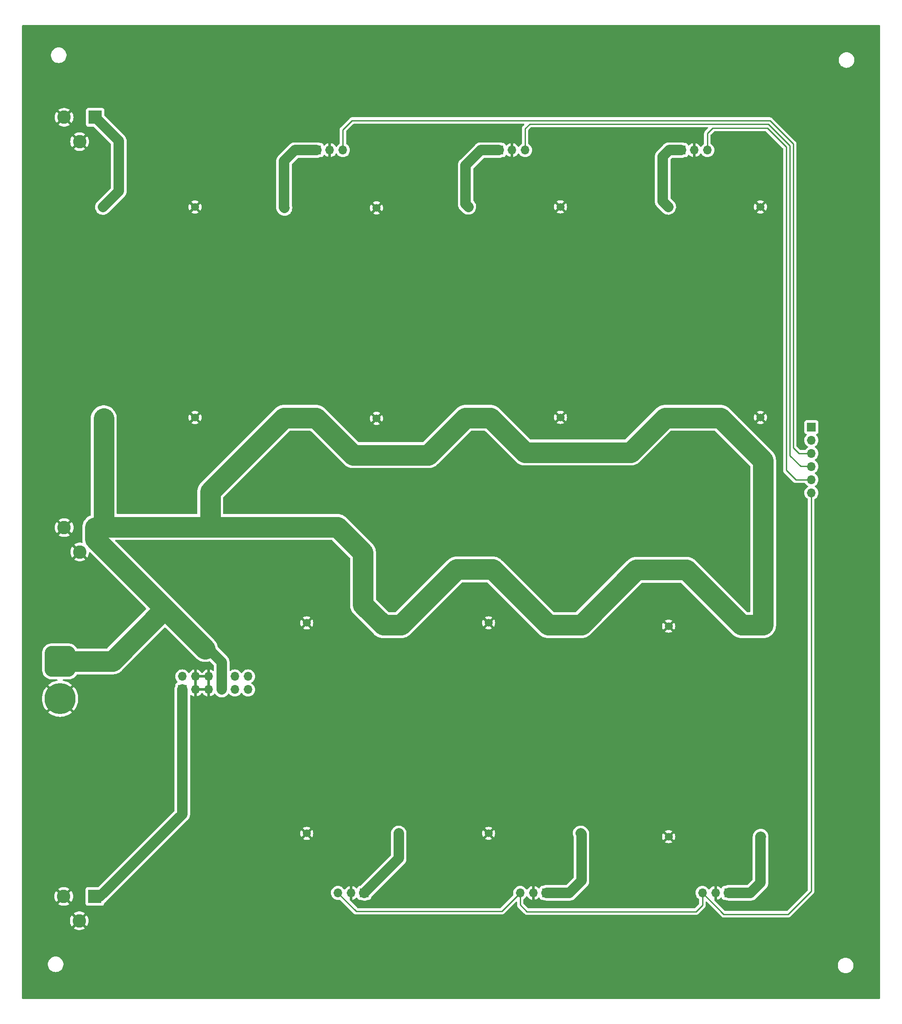
<source format=gbr>
%TF.GenerationSoftware,KiCad,Pcbnew,7.0.10*%
%TF.CreationDate,2024-03-07T18:13:02-07:00*%
%TF.ProjectId,Power_Supply,506f7765-725f-4537-9570-706c792e6b69,rev?*%
%TF.SameCoordinates,Original*%
%TF.FileFunction,Copper,L1,Top*%
%TF.FilePolarity,Positive*%
%FSLAX46Y46*%
G04 Gerber Fmt 4.6, Leading zero omitted, Abs format (unit mm)*
G04 Created by KiCad (PCBNEW 7.0.10) date 2024-03-07 18:13:02*
%MOMM*%
%LPD*%
G01*
G04 APERTURE LIST*
G04 Aperture macros list*
%AMRoundRect*
0 Rectangle with rounded corners*
0 $1 Rounding radius*
0 $2 $3 $4 $5 $6 $7 $8 $9 X,Y pos of 4 corners*
0 Add a 4 corners polygon primitive as box body*
4,1,4,$2,$3,$4,$5,$6,$7,$8,$9,$2,$3,0*
0 Add four circle primitives for the rounded corners*
1,1,$1+$1,$2,$3*
1,1,$1+$1,$4,$5*
1,1,$1+$1,$6,$7*
1,1,$1+$1,$8,$9*
0 Add four rect primitives between the rounded corners*
20,1,$1+$1,$2,$3,$4,$5,0*
20,1,$1+$1,$4,$5,$6,$7,0*
20,1,$1+$1,$6,$7,$8,$9,0*
20,1,$1+$1,$8,$9,$2,$3,0*%
G04 Aperture macros list end*
%TA.AperFunction,ComponentPad*%
%ADD10R,2.600000X2.600000*%
%TD*%
%TA.AperFunction,ComponentPad*%
%ADD11C,2.600000*%
%TD*%
%TA.AperFunction,ComponentPad*%
%ADD12R,1.700000X1.700000*%
%TD*%
%TA.AperFunction,ComponentPad*%
%ADD13O,1.700000X1.700000*%
%TD*%
%TA.AperFunction,ComponentPad*%
%ADD14C,1.524000*%
%TD*%
%TA.AperFunction,ComponentPad*%
%ADD15RoundRect,1.500000X-1.500000X1.500000X-1.500000X-1.500000X1.500000X-1.500000X1.500000X1.500000X0*%
%TD*%
%TA.AperFunction,ComponentPad*%
%ADD16C,6.000000*%
%TD*%
%TA.AperFunction,ViaPad*%
%ADD17C,0.800000*%
%TD*%
%TA.AperFunction,ViaPad*%
%ADD18C,1.400000*%
%TD*%
%TA.AperFunction,Conductor*%
%ADD19C,4.000000*%
%TD*%
%TA.AperFunction,Conductor*%
%ADD20C,0.250000*%
%TD*%
%TA.AperFunction,Conductor*%
%ADD21C,2.000000*%
%TD*%
G04 APERTURE END LIST*
D10*
%TO.P,Jetson1,1*%
%TO.N,Net-(Jetson1-Pad1)*%
X112510000Y-217890000D03*
D11*
%TO.P,Jetson1,2*%
%TO.N,GND*%
X106510000Y-217890000D03*
%TO.P,Jetson1,3*%
X109510000Y-222590000D03*
%TD*%
D10*
%TO.P,MCU1,1*%
%TO.N,Net-(3.3V1-Vout+)*%
X112580000Y-67470000D03*
D11*
%TO.P,MCU1,2*%
%TO.N,GND*%
X106580000Y-67470000D03*
%TO.P,MCU1,3*%
X109580000Y-72170000D03*
%TD*%
D12*
%TO.P,Servo_Shift1,1,VDD*%
%TO.N,Net-(6.8V1-Vout+)*%
X155355003Y-73803332D03*
D13*
%TO.P,Servo_Shift1,2,GND*%
%TO.N,GND*%
X157895003Y-73803332D03*
%TO.P,Servo_Shift1,3,PWM*%
%TO.N,MOTOR_SHIFT1*%
X160435003Y-73803332D03*
%TD*%
D14*
%TO.P,6.8V3,1,Vin+*%
%TO.N,12V*%
X223300000Y-125410000D03*
%TO.P,6.8V3,2,Vin-*%
%TO.N,GND*%
X241080000Y-125410000D03*
%TO.P,6.8V3,3,Vout+*%
%TO.N,Net-(6.8V3-Vout+)*%
X223300000Y-84770000D03*
%TO.P,6.8V3,4,Vout-*%
%TO.N,GND*%
X241080000Y-84770000D03*
%TD*%
%TO.P,6.8V1,1,Vin+*%
%TO.N,12V*%
X149150000Y-125610000D03*
%TO.P,6.8V1,2,Vin-*%
%TO.N,GND*%
X166930000Y-125610000D03*
%TO.P,6.8V1,3,Vout+*%
%TO.N,Net-(6.8V1-Vout+)*%
X149150000Y-84970000D03*
%TO.P,6.8V1,4,Vout-*%
%TO.N,GND*%
X166930000Y-84970000D03*
%TD*%
%TO.P,6.8V2,1,Vin+*%
%TO.N,12V*%
X184670000Y-125390000D03*
%TO.P,6.8V2,2,Vin-*%
%TO.N,GND*%
X202450000Y-125390000D03*
%TO.P,6.8V2,3,Vout+*%
%TO.N,Net-(6.8V2-Vout+)*%
X184670000Y-84750000D03*
%TO.P,6.8V2,4,Vout-*%
%TO.N,GND*%
X202450000Y-84750000D03*
%TD*%
%TO.P,3.3V1,1,Vin+*%
%TO.N,12V*%
X114080000Y-125430000D03*
%TO.P,3.3V1,2,Vin-*%
%TO.N,GND*%
X131860000Y-125430000D03*
%TO.P,3.3V1,3,Vout+*%
%TO.N,Net-(3.3V1-Vout+)*%
X114080000Y-84790000D03*
%TO.P,3.3V1,4,Vout-*%
%TO.N,GND*%
X131860000Y-84790000D03*
%TD*%
D12*
%TO.P,Servo_Shift3,1,VDD*%
%TO.N,Net-(6.8V3-Vout+)*%
X225753003Y-73803332D03*
D13*
%TO.P,Servo_Shift3,2,GND*%
%TO.N,GND*%
X228293003Y-73803332D03*
%TO.P,Servo_Shift3,3,PWM*%
%TO.N,MOTOR_SHIFT3*%
X230833003Y-73803332D03*
%TD*%
D12*
%TO.P,Servo_Swing1,1,VDD*%
%TO.N,Net-(6.8V4-Vout+)*%
X234968000Y-217200000D03*
D13*
%TO.P,Servo_Swing1,2,GND*%
%TO.N,GND*%
X232428000Y-217200000D03*
%TO.P,Servo_Swing1,3,PWM*%
%TO.N,MOTOR_SWING*%
X229888000Y-217200000D03*
%TD*%
D14*
%TO.P,6.8V5,1,Vin+*%
%TO.N,12V*%
X206360000Y-165080000D03*
%TO.P,6.8V5,2,Vin-*%
%TO.N,GND*%
X188580000Y-165080000D03*
%TO.P,6.8V5,3,Vout+*%
%TO.N,Net-(6.8V5-Vout+)*%
X206360000Y-205720000D03*
%TO.P,6.8V5,4,Vout-*%
%TO.N,GND*%
X188580000Y-205720000D03*
%TD*%
D15*
%TO.P,XT60,1,Power*%
%TO.N,12V*%
X105800000Y-172510000D03*
D16*
%TO.P,XT60,2,GND*%
%TO.N,GND*%
X105800000Y-179710000D03*
%TD*%
D10*
%TO.P,Main_Power1,1*%
%TO.N,12V*%
X112600000Y-146690000D03*
D11*
%TO.P,Main_Power1,2*%
%TO.N,GND*%
X106600000Y-146690000D03*
%TO.P,Main_Power1,3*%
X109600000Y-151390000D03*
%TD*%
D14*
%TO.P,6.8V4,1,Vin+*%
%TO.N,12V*%
X241140000Y-165700000D03*
%TO.P,6.8V4,2,Vin-*%
%TO.N,GND*%
X223360000Y-165700000D03*
%TO.P,6.8V4,3,Vout+*%
%TO.N,Net-(6.8V4-Vout+)*%
X241140000Y-206340000D03*
%TO.P,6.8V4,4,Vout-*%
%TO.N,GND*%
X223360000Y-206340000D03*
%TD*%
%TO.P,6.8V6,1,Vin+*%
%TO.N,12V*%
X171220000Y-165090000D03*
%TO.P,6.8V6,2,Vin-*%
%TO.N,GND*%
X153440000Y-165090000D03*
%TO.P,6.8V6,3,Vout+*%
%TO.N,Net-(6.8V6-Vout+)*%
X171220000Y-205730000D03*
%TO.P,6.8V6,4,Vout-*%
%TO.N,GND*%
X153440000Y-205730000D03*
%TD*%
D12*
%TO.P,Servo_Swing3,1,VDD*%
%TO.N,Net-(6.8V6-Vout+)*%
X164570000Y-217200000D03*
D13*
%TO.P,Servo_Swing3,2,GND*%
%TO.N,GND*%
X162030000Y-217200000D03*
%TO.P,Servo_Swing3,3,PWM*%
%TO.N,MOTOR_SWING*%
X159490000Y-217200000D03*
%TD*%
D12*
%TO.P,Control_Port1,1,VDD*%
%TO.N,unconnected-(Control_Port1-VDD-Pad1)*%
X250936668Y-127280000D03*
D13*
%TO.P,Control_Port1,2,GND*%
%TO.N,unconnected-(Control_Port1-GND-Pad2)*%
X250936668Y-129820000D03*
%TO.P,Control_Port1,3,PWM1*%
%TO.N,MOTOR_SHIFT1*%
X250936668Y-132360000D03*
%TO.P,Control_Port1,4,PWM2*%
%TO.N,MOTOR_SHIFT2*%
X250936668Y-134900000D03*
%TO.P,Control_Port1,5,PWM3*%
%TO.N,MOTOR_SHIFT3*%
X250936668Y-137440000D03*
%TO.P,Control_Port1,6,PWM4*%
%TO.N,MOTOR_SWING*%
X250936668Y-139980000D03*
%TD*%
D12*
%TO.P,Servo_Swing2,1,VDD*%
%TO.N,Net-(6.8V5-Vout+)*%
X199769000Y-217200000D03*
D13*
%TO.P,Servo_Swing2,2,GND*%
%TO.N,GND*%
X197229000Y-217200000D03*
%TO.P,Servo_Swing2,3,PWM*%
%TO.N,MOTOR_SWING*%
X194689000Y-217200000D03*
%TD*%
D12*
%TO.P,Servo_Shift2,1,VDD*%
%TO.N,Net-(6.8V2-Vout+)*%
X190554003Y-73803332D03*
D13*
%TO.P,Servo_Shift2,2,GND*%
%TO.N,GND*%
X193094003Y-73803332D03*
%TO.P,Servo_Shift2,3,PWM*%
%TO.N,MOTOR_SHIFT2*%
X195634003Y-73803332D03*
%TD*%
D12*
%TO.P,U1,1,Vout*%
%TO.N,Net-(Jetson1-Pad1)*%
X129410000Y-177950000D03*
D13*
%TO.P,U1,2,GND*%
%TO.N,GND*%
X131950000Y-177950000D03*
%TO.P,U1,3,GND*%
X134490000Y-177950000D03*
%TO.P,U1,4,Vin*%
%TO.N,12V*%
X137030000Y-177950000D03*
%TO.P,U1,5,VRP*%
%TO.N,unconnected-(U1-VRP-Pad5)*%
X139570000Y-177950000D03*
%TO.P,U1,6,EN*%
%TO.N,unconnected-(U1-EN-Pad6)*%
X142110000Y-177950000D03*
%TO.P,U1,7,Vout*%
%TO.N,unconnected-(U1-Vout-Pad7)*%
X129410000Y-175410000D03*
%TO.P,U1,8,GND*%
%TO.N,GND*%
X131950000Y-175410000D03*
%TO.P,U1,9,GND*%
X134490000Y-175410000D03*
%TO.P,U1,10,Vin*%
%TO.N,12V*%
X137030000Y-175410000D03*
%TO.P,U1,11,VRP*%
%TO.N,unconnected-(U1-VRP-Pad11)*%
X139570000Y-175410000D03*
%TO.P,U1,12,PG*%
%TO.N,unconnected-(U1-PG-Pad12)*%
X142110000Y-175410000D03*
%TD*%
D17*
%TO.N,GND*%
X142200000Y-126410000D03*
D18*
X107020000Y-197430000D03*
D17*
X147510000Y-137380000D03*
%TD*%
D19*
%TO.N,12V*%
X226810000Y-154830000D02*
X217140000Y-154830000D01*
X216000000Y-132190000D02*
X222696668Y-125493332D01*
X155223332Y-125493332D02*
X162430000Y-132700000D01*
X164310000Y-151500000D02*
X164310000Y-161570000D01*
D20*
X114080000Y-125430000D02*
X114043335Y-125430000D01*
D21*
X206523335Y-165446665D02*
X206523335Y-165510000D01*
D19*
X184146669Y-125493332D02*
X188910003Y-125493332D01*
X112600000Y-148920000D02*
X133800000Y-170120000D01*
D20*
X114043335Y-125430000D02*
X113980003Y-125493332D01*
D19*
X189380000Y-154760000D02*
X200130000Y-165510000D01*
X164310000Y-161570000D02*
X168250000Y-165510000D01*
X149063336Y-125493332D02*
X155223332Y-125493332D01*
X195606671Y-132190000D02*
X216000000Y-132190000D01*
X188910003Y-125493332D02*
X195606671Y-132190000D01*
X162430000Y-132700000D02*
X176940001Y-132700000D01*
X241606668Y-133736668D02*
X241606668Y-165510000D01*
X126050000Y-162380000D02*
X115920000Y-172510000D01*
X171680000Y-165510000D02*
X182430000Y-154760000D01*
X134820000Y-139740000D02*
X149063336Y-125496664D01*
X233363332Y-125493332D02*
X241606668Y-133736668D01*
X168250000Y-165510000D02*
X171680000Y-165510000D01*
X200130000Y-165510000D02*
X206523335Y-165510000D01*
D21*
X114250003Y-125600003D02*
X114080000Y-125430000D01*
X137030000Y-172650000D02*
X137030000Y-177950000D01*
D19*
X134820000Y-146440000D02*
X134820000Y-139740000D01*
X159370000Y-146560000D02*
X164310000Y-151500000D01*
X241606668Y-165510000D02*
X237490000Y-165510000D01*
X237490000Y-165510000D02*
X226810000Y-154830000D01*
D21*
X149063336Y-125496664D02*
X149063336Y-125493332D01*
D19*
X113730000Y-146560000D02*
X159370000Y-146560000D01*
X222696668Y-125493332D02*
X233363332Y-125493332D01*
X114250003Y-125600003D02*
X114250003Y-145039997D01*
X182430000Y-154760000D02*
X189380000Y-154760000D01*
X112600000Y-146690000D02*
X112600000Y-148920000D01*
X176940001Y-132700000D02*
X184146669Y-125493332D01*
X115920000Y-172510000D02*
X105800000Y-172510000D01*
D21*
X134500000Y-170120000D02*
X137030000Y-172650000D01*
D19*
X217140000Y-154830000D02*
X206523335Y-165446665D01*
D21*
%TO.N,Net-(3.3V1-Vout+)*%
X117140000Y-72030000D02*
X112580000Y-67470000D01*
X117140000Y-81730000D02*
X117140000Y-72030000D01*
X114080000Y-84790000D02*
X117140000Y-81730000D01*
%TO.N,Net-(6.8V1-Vout+)*%
X149063336Y-84883336D02*
X149063336Y-75919999D01*
X149150000Y-84970000D02*
X149063336Y-84883336D01*
X151180003Y-73803332D02*
X155355003Y-73803332D01*
X149063336Y-75919999D02*
X151180003Y-73803332D01*
%TO.N,Net-(6.8V2-Vout+)*%
X184670000Y-84750000D02*
X184146669Y-84226669D01*
X184146669Y-76736666D02*
X187080003Y-73803332D01*
X187080003Y-73803332D02*
X190554003Y-73803332D01*
X184146669Y-84226669D02*
X184146669Y-76736666D01*
%TO.N,Net-(6.8V3-Vout+)*%
X222200000Y-75050000D02*
X222200000Y-83670000D01*
X225753003Y-73803332D02*
X223446668Y-73803332D01*
X223446668Y-73803332D02*
X222200000Y-75050000D01*
X222200000Y-83670000D02*
X223300000Y-84770000D01*
%TO.N,Net-(6.8V4-Vout+)*%
X241110000Y-206370000D02*
X241110000Y-215260000D01*
X239170000Y-217200000D02*
X234968000Y-217200000D01*
X241110000Y-215260000D02*
X239170000Y-217200000D01*
X241140000Y-206340000D02*
X241110000Y-206370000D01*
%TO.N,Net-(6.8V5-Vout+)*%
X206523335Y-205883335D02*
X206523335Y-214876665D01*
X206523335Y-214876665D02*
X204200000Y-217200000D01*
X204200000Y-217200000D02*
X199769000Y-217200000D01*
X206360000Y-205720000D02*
X206523335Y-205883335D01*
%TO.N,Net-(6.8V6-Vout+)*%
X171220000Y-210550000D02*
X164570000Y-217200000D01*
X171220000Y-205730000D02*
X171220000Y-210550000D01*
%TO.N,Net-(Jetson1-Pad1)*%
X113540000Y-217890000D02*
X112510000Y-217890000D01*
X129410000Y-202020000D02*
X113540000Y-217890000D01*
X129410000Y-177950000D02*
X129410000Y-202020000D01*
D20*
%TO.N,MOTOR_SHIFT1*%
X247440000Y-131230000D02*
X247440000Y-72610000D01*
X247440000Y-72610000D02*
X242920000Y-68090000D01*
X248570000Y-132360000D02*
X247440000Y-131230000D01*
X250936668Y-132360000D02*
X248570000Y-132360000D01*
X160435003Y-69861665D02*
X160435003Y-73803332D01*
X162206668Y-68090000D02*
X160435003Y-69861665D01*
X242920000Y-68090000D02*
X162206668Y-68090000D01*
%TO.N,MOTOR_SHIFT2*%
X246760000Y-132760000D02*
X248860000Y-134860000D01*
X250896668Y-134860000D02*
X250936668Y-134900000D01*
X195634003Y-73803332D02*
X195634003Y-69639332D01*
X195634003Y-69639332D02*
X196523335Y-68750000D01*
X246760000Y-72930000D02*
X246760000Y-132760000D01*
X196523335Y-68750000D02*
X242580000Y-68750000D01*
X248860000Y-134860000D02*
X250896668Y-134860000D01*
X242580000Y-68750000D02*
X246760000Y-72930000D01*
%TO.N,MOTOR_SHIFT3*%
X247910000Y-137450000D02*
X250926668Y-137450000D01*
X250926668Y-137450000D02*
X250936668Y-137440000D01*
X230833003Y-70603665D02*
X231896668Y-69540000D01*
X246090000Y-73200000D02*
X246090000Y-135630000D01*
X246090000Y-135630000D02*
X247910000Y-137450000D01*
X242430000Y-69540000D02*
X246090000Y-73200000D01*
X230833003Y-73803332D02*
X230833003Y-70603665D01*
X231896668Y-69540000D02*
X242430000Y-69540000D01*
%TO.N,MOTOR_SWING*%
X250876668Y-216900000D02*
X246456668Y-221320000D01*
X234008000Y-221320000D02*
X229888000Y-217200000D01*
X195996668Y-220830000D02*
X194689000Y-219522332D01*
X159490000Y-217253332D02*
X159490000Y-217200000D01*
X246456668Y-221320000D02*
X234008000Y-221320000D01*
X229888000Y-219578668D02*
X228636668Y-220830000D01*
X228636668Y-220830000D02*
X195996668Y-220830000D01*
X250876668Y-140040000D02*
X250876668Y-216900000D01*
X194689000Y-217200000D02*
X191129000Y-220760000D01*
X229888000Y-217200000D02*
X229888000Y-219578668D01*
X194689000Y-219522332D02*
X194689000Y-217200000D01*
X250936668Y-139980000D02*
X250876668Y-140040000D01*
X162996668Y-220760000D02*
X159490000Y-217253332D01*
X191129000Y-220760000D02*
X162996668Y-220760000D01*
%TD*%
%TA.AperFunction,Conductor*%
%TO.N,GND*%
G36*
X134030507Y-177740156D02*
G01*
X133990000Y-177878111D01*
X133990000Y-178021889D01*
X134030507Y-178159844D01*
X134056314Y-178200000D01*
X132383686Y-178200000D01*
X132409493Y-178159844D01*
X132450000Y-178021889D01*
X132450000Y-177878111D01*
X132409493Y-177740156D01*
X132383686Y-177700000D01*
X134056314Y-177700000D01*
X134030507Y-177740156D01*
G37*
%TD.AperFunction*%
%TA.AperFunction,Conductor*%
G36*
X132200000Y-177514498D02*
G01*
X132092315Y-177465320D01*
X131985763Y-177450000D01*
X131914237Y-177450000D01*
X131807685Y-177465320D01*
X131700000Y-177514498D01*
X131700000Y-175845501D01*
X131807685Y-175894680D01*
X131914237Y-175910000D01*
X131985763Y-175910000D01*
X132092315Y-175894680D01*
X132200000Y-175845501D01*
X132200000Y-177514498D01*
G37*
%TD.AperFunction*%
%TA.AperFunction,Conductor*%
G36*
X134740000Y-177514498D02*
G01*
X134632315Y-177465320D01*
X134525763Y-177450000D01*
X134454237Y-177450000D01*
X134347685Y-177465320D01*
X134240000Y-177514498D01*
X134240000Y-175845501D01*
X134347685Y-175894680D01*
X134454237Y-175910000D01*
X134525763Y-175910000D01*
X134632315Y-175894680D01*
X134740000Y-175845501D01*
X134740000Y-177514498D01*
G37*
%TD.AperFunction*%
%TA.AperFunction,Conductor*%
G36*
X134030507Y-175200156D02*
G01*
X133990000Y-175338111D01*
X133990000Y-175481889D01*
X134030507Y-175619844D01*
X134056314Y-175660000D01*
X132383686Y-175660000D01*
X132409493Y-175619844D01*
X132450000Y-175481889D01*
X132450000Y-175338111D01*
X132409493Y-175200156D01*
X132383686Y-175160000D01*
X134056314Y-175160000D01*
X134030507Y-175200156D01*
G37*
%TD.AperFunction*%
%TA.AperFunction,Conductor*%
G36*
X154203268Y-128013517D02*
G01*
X154223910Y-128030151D01*
X160632720Y-134438961D01*
X160635431Y-134441758D01*
X160714907Y-134526391D01*
X160714909Y-134526393D01*
X160804356Y-134600391D01*
X160807317Y-134602920D01*
X160894391Y-134679685D01*
X160894392Y-134679686D01*
X160922146Y-134698549D01*
X160931485Y-134705561D01*
X160957333Y-134726944D01*
X160957337Y-134726947D01*
X161028975Y-134772409D01*
X161055361Y-134789154D01*
X161058588Y-134791274D01*
X161154626Y-134856542D01*
X161184542Y-134871785D01*
X161194655Y-134877553D01*
X161222993Y-134895537D01*
X161328058Y-134944976D01*
X161331492Y-134946659D01*
X161434968Y-134999383D01*
X161434974Y-134999385D01*
X161434976Y-134999386D01*
X161466539Y-135010749D01*
X161477328Y-135015217D01*
X161507685Y-135029503D01*
X161607909Y-135062067D01*
X161618095Y-135065377D01*
X161621781Y-135066639D01*
X161731004Y-135105962D01*
X161757823Y-135111956D01*
X161763739Y-135113279D01*
X161775007Y-135116362D01*
X161795600Y-135123052D01*
X161806921Y-135126731D01*
X161920984Y-135148489D01*
X161924770Y-135149274D01*
X162038057Y-135174597D01*
X162038060Y-135174597D01*
X162038062Y-135174598D01*
X162071475Y-135177755D01*
X162083029Y-135179401D01*
X162104117Y-135183424D01*
X162115984Y-135185688D01*
X162139231Y-135187150D01*
X162231832Y-135192976D01*
X162235686Y-135193278D01*
X162351302Y-135204208D01*
X162467351Y-135200561D01*
X162471246Y-135200500D01*
X176898775Y-135200500D01*
X176902669Y-135200561D01*
X176907612Y-135200716D01*
X177018699Y-135204207D01*
X177134293Y-135193279D01*
X177138152Y-135192976D01*
X177254016Y-135185688D01*
X177286976Y-135179399D01*
X177298525Y-135177755D01*
X177331939Y-135174598D01*
X177331943Y-135174597D01*
X177331944Y-135174597D01*
X177445236Y-135149273D01*
X177449029Y-135148486D01*
X177563080Y-135126731D01*
X177595004Y-135116357D01*
X177606236Y-135113284D01*
X177638997Y-135105962D01*
X177748305Y-135066607D01*
X177751818Y-135065405D01*
X177862316Y-135029503D01*
X177892672Y-135015218D01*
X177903460Y-135010749D01*
X177935033Y-134999383D01*
X178038508Y-134946658D01*
X178041930Y-134944981D01*
X178147008Y-134895537D01*
X178175338Y-134877557D01*
X178185472Y-134871776D01*
X178215376Y-134856541D01*
X178311421Y-134791268D01*
X178314613Y-134789170D01*
X178412664Y-134726947D01*
X178438522Y-134705553D01*
X178447842Y-134698556D01*
X178475606Y-134679689D01*
X178562701Y-134602902D01*
X178565622Y-134600407D01*
X178655095Y-134526390D01*
X178734599Y-134441725D01*
X178737248Y-134438992D01*
X185146091Y-128030151D01*
X185207414Y-127996666D01*
X185233772Y-127993832D01*
X187822900Y-127993832D01*
X187889939Y-128013517D01*
X187910581Y-128030151D01*
X193809391Y-133928961D01*
X193812102Y-133931758D01*
X193891578Y-134016391D01*
X193891580Y-134016393D01*
X193981027Y-134090391D01*
X193983988Y-134092920D01*
X194071062Y-134169685D01*
X194071063Y-134169686D01*
X194098817Y-134188549D01*
X194108156Y-134195561D01*
X194134004Y-134216944D01*
X194134008Y-134216947D01*
X194232008Y-134279139D01*
X194232032Y-134279154D01*
X194235259Y-134281274D01*
X194331297Y-134346542D01*
X194361213Y-134361785D01*
X194371326Y-134367553D01*
X194399664Y-134385537D01*
X194504729Y-134434976D01*
X194508163Y-134436659D01*
X194611639Y-134489383D01*
X194611645Y-134489385D01*
X194611647Y-134489386D01*
X194643210Y-134500749D01*
X194653999Y-134505217D01*
X194684356Y-134519503D01*
X194784580Y-134552067D01*
X194794766Y-134555377D01*
X194798452Y-134556639D01*
X194907675Y-134595962D01*
X194934494Y-134601956D01*
X194940410Y-134603279D01*
X194951678Y-134606362D01*
X194972271Y-134613052D01*
X194983592Y-134616731D01*
X195097655Y-134638489D01*
X195101441Y-134639274D01*
X195214728Y-134664597D01*
X195214731Y-134664597D01*
X195214733Y-134664598D01*
X195248146Y-134667755D01*
X195259700Y-134669401D01*
X195280788Y-134673424D01*
X195292655Y-134675688D01*
X195315902Y-134677150D01*
X195408503Y-134682976D01*
X195412357Y-134683278D01*
X195527973Y-134694208D01*
X195644022Y-134690561D01*
X195647917Y-134690500D01*
X215958774Y-134690500D01*
X215962668Y-134690561D01*
X215967611Y-134690716D01*
X216078698Y-134694207D01*
X216194292Y-134683279D01*
X216198151Y-134682976D01*
X216314015Y-134675688D01*
X216346975Y-134669399D01*
X216358524Y-134667755D01*
X216391938Y-134664598D01*
X216391942Y-134664597D01*
X216391943Y-134664597D01*
X216505235Y-134639273D01*
X216509028Y-134638486D01*
X216623079Y-134616731D01*
X216655003Y-134606357D01*
X216666235Y-134603284D01*
X216698996Y-134595962D01*
X216808304Y-134556607D01*
X216811817Y-134555405D01*
X216922315Y-134519503D01*
X216952671Y-134505218D01*
X216963459Y-134500749D01*
X216995032Y-134489383D01*
X217098507Y-134436658D01*
X217101929Y-134434981D01*
X217207007Y-134385537D01*
X217235337Y-134367557D01*
X217245471Y-134361776D01*
X217275375Y-134346541D01*
X217371420Y-134281268D01*
X217374612Y-134279170D01*
X217472663Y-134216947D01*
X217498521Y-134195553D01*
X217507841Y-134188556D01*
X217535605Y-134169689D01*
X217622700Y-134092902D01*
X217625621Y-134090407D01*
X217715094Y-134016390D01*
X217794598Y-133931725D01*
X217797247Y-133928992D01*
X223696090Y-128030151D01*
X223757413Y-127996666D01*
X223783771Y-127993832D01*
X232276229Y-127993832D01*
X232343268Y-128013517D01*
X232363910Y-128030151D01*
X239069849Y-134736090D01*
X239103334Y-134797413D01*
X239106168Y-134823771D01*
X239106168Y-162885500D01*
X239086483Y-162952539D01*
X239033679Y-162998294D01*
X238982168Y-163009500D01*
X238577103Y-163009500D01*
X238510064Y-162989815D01*
X238489422Y-162973181D01*
X228607278Y-153091037D01*
X228604567Y-153088240D01*
X228540158Y-153019652D01*
X228525094Y-153003610D01*
X228525092Y-153003608D01*
X228525090Y-153003606D01*
X228435650Y-152929614D01*
X228432688Y-152927085D01*
X228353292Y-152857088D01*
X228345605Y-152850311D01*
X228317851Y-152831449D01*
X228308514Y-152824438D01*
X228282664Y-152803053D01*
X228282661Y-152803051D01*
X228184630Y-152740839D01*
X228181392Y-152738712D01*
X228085375Y-152673459D01*
X228055473Y-152658223D01*
X228045337Y-152652441D01*
X228017007Y-152634463D01*
X228017005Y-152634462D01*
X228017002Y-152634460D01*
X227911981Y-152585041D01*
X227908507Y-152583340D01*
X227805032Y-152530617D01*
X227773459Y-152519250D01*
X227762672Y-152514781D01*
X227732323Y-152500500D01*
X227732313Y-152500496D01*
X227621892Y-152464618D01*
X227618208Y-152463356D01*
X227508997Y-152424038D01*
X227476255Y-152416719D01*
X227465000Y-152413640D01*
X227433079Y-152403269D01*
X227433074Y-152403268D01*
X227319036Y-152381513D01*
X227315224Y-152380724D01*
X227201944Y-152355403D01*
X227201938Y-152355402D01*
X227201906Y-152355399D01*
X227168530Y-152352243D01*
X227156969Y-152350598D01*
X227124015Y-152344312D01*
X227124004Y-152344310D01*
X227008155Y-152337022D01*
X227004273Y-152336717D01*
X226951703Y-152331748D01*
X226888698Y-152325793D01*
X226888695Y-152325793D01*
X226772668Y-152329439D01*
X226768774Y-152329500D01*
X217181246Y-152329500D01*
X217177351Y-152329439D01*
X217061305Y-152325792D01*
X217061300Y-152325792D01*
X216945703Y-152336718D01*
X216941823Y-152337023D01*
X216825994Y-152344310D01*
X216825984Y-152344312D01*
X216793030Y-152350598D01*
X216781467Y-152352243D01*
X216748077Y-152355399D01*
X216748051Y-152355403D01*
X216634779Y-152380722D01*
X216630969Y-152381511D01*
X216516915Y-152403270D01*
X216516913Y-152403270D01*
X216485001Y-152413639D01*
X216473740Y-152416720D01*
X216441006Y-152424037D01*
X216395415Y-152440450D01*
X216331776Y-152463361D01*
X216328115Y-152464615D01*
X216217689Y-152500495D01*
X216217680Y-152500499D01*
X216187332Y-152514779D01*
X216176546Y-152519247D01*
X216144975Y-152530614D01*
X216144964Y-152530618D01*
X216041511Y-152583330D01*
X216038014Y-152585043D01*
X215932998Y-152634460D01*
X215932995Y-152634461D01*
X215904661Y-152652441D01*
X215894524Y-152658223D01*
X215864626Y-152673458D01*
X215864618Y-152673462D01*
X215768624Y-152738700D01*
X215765370Y-152740838D01*
X215667336Y-152803053D01*
X215641485Y-152824439D01*
X215632148Y-152831449D01*
X215604399Y-152850308D01*
X215604385Y-152850319D01*
X215517315Y-152927081D01*
X215514355Y-152929610D01*
X215424903Y-153003612D01*
X215345431Y-153088240D01*
X215342721Y-153091036D01*
X205460578Y-162973181D01*
X205399255Y-163006666D01*
X205372897Y-163009500D01*
X201217103Y-163009500D01*
X201150064Y-162989815D01*
X201129422Y-162973181D01*
X191177278Y-153021037D01*
X191174567Y-153018240D01*
X191160830Y-153003612D01*
X191095094Y-152933610D01*
X191095092Y-152933608D01*
X191095090Y-152933606D01*
X191005650Y-152859614D01*
X191002688Y-152857085D01*
X190915606Y-152780312D01*
X190915603Y-152780310D01*
X190887854Y-152761451D01*
X190878514Y-152754438D01*
X190852664Y-152733053D01*
X190852661Y-152733051D01*
X190754630Y-152670839D01*
X190751392Y-152668712D01*
X190655375Y-152603459D01*
X190625475Y-152588224D01*
X190615337Y-152582441D01*
X190587007Y-152564463D01*
X190587005Y-152564462D01*
X190587002Y-152564460D01*
X190481981Y-152515041D01*
X190478507Y-152513340D01*
X190375032Y-152460617D01*
X190343459Y-152449250D01*
X190332672Y-152444781D01*
X190302323Y-152430500D01*
X190302313Y-152430496D01*
X190191892Y-152394618D01*
X190188208Y-152393356D01*
X190078997Y-152354038D01*
X190046255Y-152346719D01*
X190035000Y-152343640D01*
X190003079Y-152333269D01*
X189983322Y-152329500D01*
X189889036Y-152311513D01*
X189885224Y-152310724D01*
X189771944Y-152285403D01*
X189771938Y-152285402D01*
X189771917Y-152285400D01*
X189738530Y-152282243D01*
X189726969Y-152280598D01*
X189694015Y-152274312D01*
X189694004Y-152274310D01*
X189578155Y-152267022D01*
X189574273Y-152266717D01*
X189521703Y-152261748D01*
X189458698Y-152255793D01*
X189458695Y-152255793D01*
X189342668Y-152259439D01*
X189338774Y-152259500D01*
X182471226Y-152259500D01*
X182467332Y-152259439D01*
X182351306Y-152255793D01*
X182351302Y-152255793D01*
X182235727Y-152266717D01*
X182231845Y-152267022D01*
X182116000Y-152274310D01*
X182115972Y-152274313D01*
X182083029Y-152280597D01*
X182071472Y-152282242D01*
X182038074Y-152285400D01*
X182038051Y-152285403D01*
X181924779Y-152310722D01*
X181920969Y-152311511D01*
X181806915Y-152333270D01*
X181806913Y-152333270D01*
X181775001Y-152343639D01*
X181763740Y-152346720D01*
X181731006Y-152354037D01*
X181685415Y-152370450D01*
X181621776Y-152393361D01*
X181618115Y-152394615D01*
X181507689Y-152430495D01*
X181507680Y-152430499D01*
X181477332Y-152444779D01*
X181466546Y-152449247D01*
X181434966Y-152460617D01*
X181331507Y-152513332D01*
X181328053Y-152515024D01*
X181284030Y-152535741D01*
X181222991Y-152564463D01*
X181194662Y-152582441D01*
X181184521Y-152588225D01*
X181154635Y-152603453D01*
X181058601Y-152668715D01*
X181055349Y-152670851D01*
X180957332Y-152733056D01*
X180957331Y-152733056D01*
X180931482Y-152754440D01*
X180922148Y-152761448D01*
X180894395Y-152780310D01*
X180894390Y-152780314D01*
X180807307Y-152857088D01*
X180804347Y-152859616D01*
X180714911Y-152933605D01*
X180714898Y-152933617D01*
X180635431Y-153018240D01*
X180632721Y-153021036D01*
X170680578Y-162973181D01*
X170619255Y-163006666D01*
X170592897Y-163009500D01*
X169337103Y-163009500D01*
X169270064Y-162989815D01*
X169249422Y-162973181D01*
X166846819Y-160570578D01*
X166813334Y-160509255D01*
X166810500Y-160482897D01*
X166810500Y-151541225D01*
X166810561Y-151537331D01*
X166810590Y-151536380D01*
X166814207Y-151421302D01*
X166803279Y-151305701D01*
X166802976Y-151301836D01*
X166795689Y-151185991D01*
X166795688Y-151185988D01*
X166795688Y-151185985D01*
X166789400Y-151153026D01*
X166787755Y-151141466D01*
X166784597Y-151108054D01*
X166759274Y-150994770D01*
X166758489Y-150990984D01*
X166736731Y-150876921D01*
X166730566Y-150857947D01*
X166726362Y-150845007D01*
X166723279Y-150833739D01*
X166715963Y-150801010D01*
X166715962Y-150801004D01*
X166676639Y-150691781D01*
X166675377Y-150688095D01*
X166658156Y-150635094D01*
X166639503Y-150577685D01*
X166625217Y-150547328D01*
X166620749Y-150536539D01*
X166609386Y-150504976D01*
X166609385Y-150504974D01*
X166609383Y-150504968D01*
X166556661Y-150401496D01*
X166554978Y-150398062D01*
X166505537Y-150292993D01*
X166487562Y-150264669D01*
X166481773Y-150254520D01*
X166466545Y-150224633D01*
X166466541Y-150224625D01*
X166401282Y-150128599D01*
X166399150Y-150125354D01*
X166336950Y-150027341D01*
X166331055Y-150020215D01*
X166315557Y-150001481D01*
X166308547Y-149992144D01*
X166289688Y-149964393D01*
X166212929Y-149877328D01*
X166210399Y-149874366D01*
X166136393Y-149784909D01*
X166136391Y-149784907D01*
X166051758Y-149705431D01*
X166048961Y-149702720D01*
X161167278Y-144821037D01*
X161164567Y-144818240D01*
X161085092Y-144733608D01*
X161085090Y-144733606D01*
X160995650Y-144659614D01*
X160992688Y-144657085D01*
X160905606Y-144580312D01*
X160877854Y-144561451D01*
X160868514Y-144554438D01*
X160842664Y-144533053D01*
X160842661Y-144533051D01*
X160744630Y-144470839D01*
X160741392Y-144468712D01*
X160645375Y-144403459D01*
X160615475Y-144388224D01*
X160605337Y-144382441D01*
X160577007Y-144364463D01*
X160577005Y-144364462D01*
X160577002Y-144364460D01*
X160471981Y-144315041D01*
X160468507Y-144313340D01*
X160365032Y-144260617D01*
X160333459Y-144249250D01*
X160322672Y-144244781D01*
X160292323Y-144230500D01*
X160292313Y-144230496D01*
X160181892Y-144194618D01*
X160178208Y-144193356D01*
X160068997Y-144154038D01*
X160036255Y-144146719D01*
X160025000Y-144143640D01*
X159993079Y-144133269D01*
X159993074Y-144133268D01*
X159879036Y-144111513D01*
X159875224Y-144110724D01*
X159761944Y-144085403D01*
X159761938Y-144085402D01*
X159728530Y-144082243D01*
X159716969Y-144080598D01*
X159684015Y-144074312D01*
X159684004Y-144074310D01*
X159568155Y-144067022D01*
X159564273Y-144066717D01*
X159511703Y-144061748D01*
X159448698Y-144055793D01*
X159448695Y-144055793D01*
X159332668Y-144059439D01*
X159328774Y-144059500D01*
X137444500Y-144059500D01*
X137377461Y-144039815D01*
X137331706Y-143987011D01*
X137320500Y-143935500D01*
X137320500Y-140827103D01*
X137340185Y-140760064D01*
X137356819Y-140739422D01*
X150066090Y-128030151D01*
X150127413Y-127996666D01*
X150153771Y-127993832D01*
X154136229Y-127993832D01*
X154203268Y-128013517D01*
G37*
%TD.AperFunction*%
%TA.AperFunction,Conductor*%
G36*
X264124207Y-49680185D02*
G01*
X264169962Y-49732989D01*
X264181168Y-49784500D01*
X264181168Y-237565500D01*
X264161483Y-237632539D01*
X264108679Y-237678294D01*
X264057168Y-237689500D01*
X98596168Y-237689500D01*
X98529129Y-237669815D01*
X98483374Y-237617011D01*
X98472168Y-237565500D01*
X98472168Y-231114334D01*
X103446168Y-231114334D01*
X103487097Y-231359616D01*
X103567837Y-231594802D01*
X103567840Y-231594811D01*
X103686192Y-231813506D01*
X103686194Y-231813509D01*
X103838930Y-232009744D01*
X103875609Y-232043509D01*
X104021885Y-232178166D01*
X104230061Y-232314173D01*
X104457786Y-232414063D01*
X104698843Y-232475107D01*
X104698847Y-232475108D01*
X104698849Y-232475108D01*
X104698854Y-232475109D01*
X104852257Y-232487819D01*
X104884601Y-232490500D01*
X104884605Y-232490500D01*
X105008731Y-232490500D01*
X105008735Y-232490500D01*
X105071345Y-232485311D01*
X105194481Y-232475109D01*
X105194484Y-232475108D01*
X105194489Y-232475108D01*
X105435549Y-232414063D01*
X105663275Y-232314173D01*
X105871453Y-232178164D01*
X106054406Y-232009744D01*
X106207142Y-231813509D01*
X106325496Y-231594810D01*
X106406239Y-231359614D01*
X106408789Y-231344334D01*
X256046168Y-231344334D01*
X256087097Y-231589616D01*
X256167837Y-231824802D01*
X256167840Y-231824811D01*
X256267920Y-232009742D01*
X256286194Y-232043509D01*
X256438930Y-232239744D01*
X256598412Y-232386557D01*
X256621885Y-232408166D01*
X256830061Y-232544173D01*
X257057786Y-232644063D01*
X257298843Y-232705107D01*
X257298847Y-232705108D01*
X257298849Y-232705108D01*
X257298854Y-232705109D01*
X257452257Y-232717819D01*
X257484601Y-232720500D01*
X257484605Y-232720500D01*
X257608731Y-232720500D01*
X257608735Y-232720500D01*
X257671345Y-232715311D01*
X257794481Y-232705109D01*
X257794484Y-232705108D01*
X257794489Y-232705108D01*
X258035549Y-232644063D01*
X258263275Y-232544173D01*
X258471453Y-232408164D01*
X258654406Y-232239744D01*
X258807142Y-232043509D01*
X258925496Y-231824810D01*
X259006239Y-231589614D01*
X259047168Y-231344335D01*
X259047168Y-231095665D01*
X259006239Y-230850386D01*
X258925496Y-230615190D01*
X258807142Y-230396491D01*
X258654406Y-230200256D01*
X258471453Y-230031836D01*
X258471450Y-230031833D01*
X258263274Y-229895826D01*
X258035549Y-229795936D01*
X257794492Y-229734892D01*
X257794481Y-229734890D01*
X257608745Y-229719500D01*
X257608735Y-229719500D01*
X257484601Y-229719500D01*
X257484590Y-229719500D01*
X257298854Y-229734890D01*
X257298843Y-229734892D01*
X257057786Y-229795936D01*
X256830061Y-229895826D01*
X256621885Y-230031833D01*
X256438929Y-230200257D01*
X256286192Y-230396493D01*
X256167840Y-230615188D01*
X256167837Y-230615197D01*
X256087097Y-230850383D01*
X256046168Y-231095665D01*
X256046168Y-231344334D01*
X106408789Y-231344334D01*
X106447168Y-231114335D01*
X106447168Y-230865665D01*
X106406239Y-230620386D01*
X106325496Y-230385190D01*
X106207142Y-230166491D01*
X106054406Y-229970256D01*
X105871453Y-229801836D01*
X105871450Y-229801833D01*
X105663274Y-229665826D01*
X105435549Y-229565936D01*
X105194492Y-229504892D01*
X105194481Y-229504890D01*
X105008745Y-229489500D01*
X105008735Y-229489500D01*
X104884601Y-229489500D01*
X104884590Y-229489500D01*
X104698854Y-229504890D01*
X104698843Y-229504892D01*
X104457786Y-229565936D01*
X104230061Y-229665826D01*
X104021885Y-229801833D01*
X103838929Y-229970257D01*
X103686192Y-230166493D01*
X103567840Y-230385188D01*
X103567837Y-230385197D01*
X103487097Y-230620383D01*
X103446168Y-230865665D01*
X103446168Y-231114334D01*
X98472168Y-231114334D01*
X98472168Y-222590004D01*
X107704953Y-222590004D01*
X107725113Y-222859026D01*
X107725113Y-222859028D01*
X107785142Y-223122033D01*
X107785148Y-223122052D01*
X107883709Y-223373181D01*
X107883708Y-223373181D01*
X108018602Y-223606822D01*
X108072294Y-223674151D01*
X108793337Y-222953107D01*
X108880577Y-223091948D01*
X109008052Y-223219423D01*
X109146890Y-223306661D01*
X108424848Y-224028702D01*
X108607483Y-224153220D01*
X108607485Y-224153221D01*
X108850539Y-224270269D01*
X108850537Y-224270269D01*
X109108337Y-224349790D01*
X109108343Y-224349792D01*
X109375101Y-224389999D01*
X109375110Y-224390000D01*
X109644890Y-224390000D01*
X109644898Y-224389999D01*
X109911656Y-224349792D01*
X109911662Y-224349790D01*
X110169461Y-224270269D01*
X110412521Y-224153218D01*
X110595150Y-224028702D01*
X109873108Y-223306661D01*
X110011948Y-223219423D01*
X110139423Y-223091948D01*
X110226661Y-222953108D01*
X110947703Y-223674151D01*
X110947704Y-223674150D01*
X111001393Y-223606828D01*
X111001400Y-223606817D01*
X111136290Y-223373181D01*
X111234851Y-223122052D01*
X111234857Y-223122033D01*
X111294886Y-222859028D01*
X111294886Y-222859026D01*
X111315047Y-222590004D01*
X111315047Y-222589995D01*
X111294886Y-222320973D01*
X111294886Y-222320971D01*
X111234857Y-222057966D01*
X111234851Y-222057947D01*
X111136290Y-221806818D01*
X111136291Y-221806818D01*
X111001397Y-221573177D01*
X110947704Y-221505847D01*
X110226660Y-222226890D01*
X110139423Y-222088052D01*
X110011948Y-221960577D01*
X109873108Y-221873338D01*
X110595150Y-221151296D01*
X110412517Y-221026779D01*
X110412516Y-221026778D01*
X110169460Y-220909730D01*
X110169462Y-220909730D01*
X109911662Y-220830209D01*
X109911656Y-220830207D01*
X109644898Y-220790000D01*
X109375101Y-220790000D01*
X109108343Y-220830207D01*
X109108337Y-220830209D01*
X108850538Y-220909730D01*
X108607485Y-221026778D01*
X108607476Y-221026783D01*
X108424848Y-221151296D01*
X109146891Y-221873338D01*
X109008052Y-221960577D01*
X108880577Y-222088052D01*
X108793338Y-222226891D01*
X108072295Y-221505848D01*
X108018600Y-221573180D01*
X107883709Y-221806818D01*
X107785148Y-222057947D01*
X107785142Y-222057966D01*
X107725113Y-222320971D01*
X107725113Y-222320973D01*
X107704953Y-222589995D01*
X107704953Y-222590004D01*
X98472168Y-222590004D01*
X98472168Y-217890004D01*
X104704953Y-217890004D01*
X104725113Y-218159026D01*
X104725113Y-218159028D01*
X104785142Y-218422033D01*
X104785148Y-218422052D01*
X104883709Y-218673181D01*
X104883708Y-218673181D01*
X105018602Y-218906822D01*
X105072294Y-218974151D01*
X105072295Y-218974151D01*
X105793338Y-218253108D01*
X105880577Y-218391948D01*
X106008052Y-218519423D01*
X106146890Y-218606661D01*
X105424848Y-219328702D01*
X105607483Y-219453220D01*
X105607485Y-219453221D01*
X105850539Y-219570269D01*
X105850537Y-219570269D01*
X106108337Y-219649790D01*
X106108343Y-219649792D01*
X106375101Y-219689999D01*
X106375110Y-219690000D01*
X106644890Y-219690000D01*
X106644898Y-219689999D01*
X106911656Y-219649792D01*
X106911662Y-219649790D01*
X107169461Y-219570269D01*
X107412521Y-219453218D01*
X107595150Y-219328702D01*
X106873108Y-218606661D01*
X107011948Y-218519423D01*
X107139423Y-218391948D01*
X107226661Y-218253108D01*
X107947703Y-218974151D01*
X107947704Y-218974150D01*
X108001393Y-218906828D01*
X108001400Y-218906817D01*
X108136290Y-218673181D01*
X108234851Y-218422052D01*
X108234857Y-218422033D01*
X108294886Y-218159028D01*
X108294886Y-218159026D01*
X108315047Y-217890004D01*
X108315047Y-217889995D01*
X108294886Y-217620973D01*
X108294886Y-217620971D01*
X108234857Y-217357966D01*
X108234851Y-217357947D01*
X108136290Y-217106818D01*
X108136291Y-217106818D01*
X108001397Y-216873177D01*
X107947704Y-216805847D01*
X107226660Y-217526890D01*
X107139423Y-217388052D01*
X107011948Y-217260577D01*
X106873108Y-217173338D01*
X107595150Y-216451296D01*
X107412517Y-216326779D01*
X107412516Y-216326778D01*
X107169460Y-216209730D01*
X107169462Y-216209730D01*
X106911662Y-216130209D01*
X106911656Y-216130207D01*
X106644898Y-216090000D01*
X106375101Y-216090000D01*
X106108343Y-216130207D01*
X106108337Y-216130209D01*
X105850538Y-216209730D01*
X105607485Y-216326778D01*
X105607476Y-216326783D01*
X105424848Y-216451296D01*
X106146891Y-217173338D01*
X106008052Y-217260577D01*
X105880577Y-217388052D01*
X105793338Y-217526891D01*
X105072295Y-216805848D01*
X105018600Y-216873180D01*
X104883709Y-217106818D01*
X104785148Y-217357947D01*
X104785142Y-217357966D01*
X104725113Y-217620971D01*
X104725113Y-217620973D01*
X104704953Y-217889995D01*
X104704953Y-217890004D01*
X98472168Y-217890004D01*
X98472168Y-179710000D01*
X102295197Y-179710000D01*
X102314397Y-180076353D01*
X102371784Y-180438684D01*
X102371784Y-180438686D01*
X102466736Y-180793051D01*
X102598204Y-181135535D01*
X102764754Y-181462406D01*
X102964553Y-181770070D01*
X103153297Y-182003148D01*
X104040857Y-181115588D01*
X104077937Y-181165914D01*
X104287356Y-181382452D01*
X104395611Y-181467940D01*
X103506850Y-182356701D01*
X103739929Y-182545446D01*
X104047593Y-182745245D01*
X104374464Y-182911795D01*
X104716948Y-183043263D01*
X105071314Y-183138215D01*
X105433646Y-183195602D01*
X105799999Y-183214803D01*
X105800001Y-183214803D01*
X106166353Y-183195602D01*
X106528684Y-183138215D01*
X106528686Y-183138215D01*
X106883051Y-183043263D01*
X107225535Y-182911795D01*
X107552406Y-182745245D01*
X107860064Y-182545450D01*
X108093148Y-182356701D01*
X107207345Y-181470898D01*
X107420973Y-181277684D01*
X107558531Y-181114978D01*
X108446701Y-182003148D01*
X108635450Y-181770064D01*
X108835245Y-181462406D01*
X109001795Y-181135535D01*
X109133263Y-180793051D01*
X109228215Y-180438686D01*
X109228215Y-180438684D01*
X109285602Y-180076353D01*
X109304803Y-179710000D01*
X109304803Y-179709999D01*
X109285602Y-179343646D01*
X109228215Y-178981315D01*
X109228215Y-178981313D01*
X109133263Y-178626948D01*
X109001795Y-178284464D01*
X108835245Y-177957594D01*
X108635446Y-177649929D01*
X108446701Y-177416850D01*
X107559141Y-178304409D01*
X107522063Y-178254086D01*
X107312644Y-178037548D01*
X107204387Y-177952059D01*
X108093149Y-177063297D01*
X107860070Y-176874553D01*
X107552406Y-176674754D01*
X107225535Y-176508204D01*
X106883051Y-176376736D01*
X106528685Y-176281784D01*
X106372031Y-176256973D01*
X106308897Y-176227044D01*
X106271965Y-176167733D01*
X106272963Y-176097870D01*
X106311573Y-176039637D01*
X106375536Y-176011523D01*
X106391429Y-176010500D01*
X107371448Y-176010500D01*
X107585428Y-175995196D01*
X107865046Y-175934369D01*
X108133161Y-175834367D01*
X108384315Y-175697226D01*
X108613395Y-175525739D01*
X108815739Y-175323395D01*
X108987226Y-175094315D01*
X108997732Y-175075075D01*
X109047137Y-175025669D01*
X109106565Y-175010500D01*
X115878774Y-175010500D01*
X115882668Y-175010561D01*
X115887611Y-175010716D01*
X115998698Y-175014207D01*
X116114292Y-175003279D01*
X116118151Y-175002976D01*
X116234015Y-174995688D01*
X116266975Y-174989399D01*
X116278524Y-174987755D01*
X116311938Y-174984598D01*
X116311942Y-174984597D01*
X116311943Y-174984597D01*
X116425235Y-174959273D01*
X116429028Y-174958486D01*
X116543079Y-174936731D01*
X116575003Y-174926357D01*
X116586235Y-174923284D01*
X116618996Y-174915962D01*
X116728304Y-174876607D01*
X116731817Y-174875405D01*
X116842315Y-174839503D01*
X116872671Y-174825218D01*
X116883459Y-174820749D01*
X116915032Y-174809383D01*
X117018507Y-174756658D01*
X117021929Y-174754981D01*
X117127007Y-174705537D01*
X117155337Y-174687557D01*
X117165471Y-174681776D01*
X117195375Y-174666541D01*
X117291420Y-174601268D01*
X117294612Y-174599170D01*
X117392663Y-174536947D01*
X117418521Y-174515553D01*
X117427841Y-174508556D01*
X117455605Y-174489689D01*
X117542700Y-174412902D01*
X117545621Y-174410407D01*
X117635094Y-174336390D01*
X117714598Y-174251725D01*
X117717247Y-174248992D01*
X125967320Y-165998920D01*
X126028641Y-165965437D01*
X126098333Y-165970421D01*
X126142680Y-165998922D01*
X132087437Y-171943679D01*
X132087445Y-171943686D01*
X132087446Y-171943687D01*
X132264396Y-172099689D01*
X132524626Y-172276542D01*
X132804968Y-172419383D01*
X133101004Y-172525962D01*
X133408062Y-172594598D01*
X133721302Y-172624208D01*
X134035784Y-172614325D01*
X134035790Y-172614324D01*
X134035791Y-172614324D01*
X134346543Y-172565106D01*
X134346551Y-172565104D01*
X134549273Y-172506207D01*
X134645378Y-172478287D01*
X134715247Y-172478486D01*
X134767654Y-172509682D01*
X135493181Y-173235209D01*
X135526666Y-173296532D01*
X135529500Y-173322890D01*
X135529500Y-174251619D01*
X135509815Y-174318658D01*
X135457011Y-174364413D01*
X135387853Y-174374357D01*
X135334376Y-174353194D01*
X135167578Y-174236399D01*
X134953492Y-174136570D01*
X134953486Y-174136567D01*
X134740000Y-174079364D01*
X134740000Y-174974498D01*
X134632315Y-174925320D01*
X134525763Y-174910000D01*
X134454237Y-174910000D01*
X134347685Y-174925320D01*
X134240000Y-174974498D01*
X134240000Y-174079364D01*
X134239999Y-174079364D01*
X134026513Y-174136567D01*
X134026507Y-174136570D01*
X133812422Y-174236399D01*
X133812420Y-174236400D01*
X133618926Y-174371886D01*
X133618920Y-174371891D01*
X133451891Y-174538920D01*
X133451890Y-174538922D01*
X133321575Y-174725031D01*
X133266998Y-174768655D01*
X133197499Y-174775848D01*
X133135145Y-174744326D01*
X133118425Y-174725031D01*
X132988109Y-174538922D01*
X132988108Y-174538920D01*
X132821082Y-174371894D01*
X132627578Y-174236399D01*
X132413492Y-174136570D01*
X132413486Y-174136567D01*
X132200000Y-174079364D01*
X132200000Y-174974498D01*
X132092315Y-174925320D01*
X131985763Y-174910000D01*
X131914237Y-174910000D01*
X131807685Y-174925320D01*
X131700000Y-174974498D01*
X131700000Y-174079364D01*
X131699999Y-174079364D01*
X131486513Y-174136567D01*
X131486507Y-174136570D01*
X131272422Y-174236399D01*
X131272420Y-174236400D01*
X131078926Y-174371886D01*
X131078920Y-174371891D01*
X130911891Y-174538920D01*
X130911890Y-174538922D01*
X130781880Y-174724595D01*
X130727303Y-174768219D01*
X130657804Y-174775412D01*
X130595450Y-174743890D01*
X130578730Y-174724594D01*
X130448494Y-174538597D01*
X130281402Y-174371506D01*
X130281395Y-174371501D01*
X130271272Y-174364413D01*
X130205928Y-174318658D01*
X130087834Y-174235967D01*
X130087830Y-174235965D01*
X130087828Y-174235964D01*
X129873663Y-174136097D01*
X129873659Y-174136096D01*
X129873655Y-174136094D01*
X129645413Y-174074938D01*
X129645403Y-174074936D01*
X129410001Y-174054341D01*
X129409999Y-174054341D01*
X129174596Y-174074936D01*
X129174586Y-174074938D01*
X128946344Y-174136094D01*
X128946335Y-174136098D01*
X128732171Y-174235964D01*
X128732169Y-174235965D01*
X128538597Y-174371505D01*
X128371505Y-174538597D01*
X128235965Y-174732169D01*
X128235964Y-174732171D01*
X128136098Y-174946335D01*
X128136094Y-174946344D01*
X128074938Y-175174586D01*
X128074936Y-175174596D01*
X128054341Y-175409999D01*
X128054341Y-175410000D01*
X128074936Y-175645403D01*
X128074938Y-175645413D01*
X128136094Y-175873655D01*
X128136096Y-175873659D01*
X128136097Y-175873663D01*
X128216004Y-176045023D01*
X128235965Y-176087830D01*
X128235967Y-176087834D01*
X128325503Y-176215703D01*
X128371501Y-176281396D01*
X128371506Y-176281402D01*
X128493430Y-176403326D01*
X128526915Y-176464649D01*
X128521931Y-176534341D01*
X128480059Y-176590274D01*
X128449083Y-176607189D01*
X128317669Y-176656203D01*
X128317664Y-176656206D01*
X128202455Y-176742452D01*
X128202452Y-176742455D01*
X128116206Y-176857664D01*
X128116202Y-176857671D01*
X128065908Y-176992517D01*
X128059501Y-177052116D01*
X128059500Y-177052135D01*
X128059500Y-177267411D01*
X128049056Y-177317221D01*
X127985937Y-177461118D01*
X127924892Y-177702175D01*
X127924890Y-177702186D01*
X127909500Y-177887922D01*
X127909500Y-201347109D01*
X127889815Y-201414148D01*
X127873181Y-201434790D01*
X113254789Y-216053181D01*
X113193466Y-216086666D01*
X113167108Y-216089500D01*
X111162129Y-216089500D01*
X111162123Y-216089501D01*
X111102516Y-216095908D01*
X110967671Y-216146202D01*
X110967664Y-216146206D01*
X110852455Y-216232452D01*
X110852452Y-216232455D01*
X110766206Y-216347664D01*
X110766202Y-216347671D01*
X110715908Y-216482517D01*
X110709501Y-216542116D01*
X110709500Y-216542135D01*
X110709500Y-219237870D01*
X110709501Y-219237876D01*
X110715908Y-219297483D01*
X110766202Y-219432328D01*
X110766206Y-219432335D01*
X110852452Y-219547544D01*
X110852455Y-219547547D01*
X110967664Y-219633793D01*
X110967671Y-219633797D01*
X111102517Y-219684091D01*
X111102516Y-219684091D01*
X111109444Y-219684835D01*
X111162127Y-219690500D01*
X113857872Y-219690499D01*
X113917483Y-219684091D01*
X114052331Y-219633796D01*
X114167546Y-219547546D01*
X114253796Y-219432331D01*
X114304091Y-219297483D01*
X114310500Y-219237873D01*
X114310500Y-219237872D01*
X114310808Y-219235011D01*
X114337546Y-219170460D01*
X114370619Y-219141747D01*
X114414894Y-219115366D01*
X114432813Y-219100188D01*
X114445124Y-219091008D01*
X114464785Y-219078164D01*
X114531584Y-219016669D01*
X114535380Y-219013318D01*
X114557126Y-218994902D01*
X114577288Y-218974738D01*
X114580938Y-218971236D01*
X114647738Y-218909744D01*
X114662167Y-218891203D01*
X114672324Y-218879702D01*
X127822026Y-205730000D01*
X152173179Y-205730000D01*
X152192424Y-205949976D01*
X152192426Y-205949986D01*
X152249575Y-206163270D01*
X152249580Y-206163284D01*
X152342898Y-206363405D01*
X152342901Y-206363411D01*
X152388258Y-206428187D01*
X152388259Y-206428188D01*
X153055096Y-205761350D01*
X153055051Y-205761898D01*
X153086266Y-205885162D01*
X153155813Y-205991612D01*
X153256157Y-206069713D01*
X153376422Y-206111000D01*
X153412553Y-206111000D01*
X152741810Y-206781740D01*
X152806590Y-206827099D01*
X152806592Y-206827100D01*
X153006715Y-206920419D01*
X153006729Y-206920424D01*
X153220013Y-206977573D01*
X153220023Y-206977575D01*
X153439999Y-206996821D01*
X153440001Y-206996821D01*
X153659976Y-206977575D01*
X153659986Y-206977573D01*
X153873270Y-206920424D01*
X153873284Y-206920419D01*
X154073407Y-206827100D01*
X154073417Y-206827094D01*
X154138188Y-206781741D01*
X153467448Y-206111000D01*
X153471569Y-206111000D01*
X153565421Y-206095339D01*
X153677251Y-206034820D01*
X153763371Y-205941269D01*
X153814448Y-205824823D01*
X153820105Y-205756552D01*
X154491741Y-206428188D01*
X154537094Y-206363417D01*
X154537100Y-206363407D01*
X154630419Y-206163284D01*
X154630424Y-206163270D01*
X154687573Y-205949986D01*
X154687575Y-205949976D01*
X154706821Y-205730000D01*
X154706821Y-205729999D01*
X154687575Y-205510023D01*
X154687573Y-205510013D01*
X154630424Y-205296729D01*
X154630420Y-205296720D01*
X154537096Y-205096586D01*
X154491741Y-205031811D01*
X154491740Y-205031810D01*
X153824903Y-205698648D01*
X153824949Y-205698102D01*
X153793734Y-205574838D01*
X153724187Y-205468388D01*
X153623843Y-205390287D01*
X153503578Y-205349000D01*
X153467448Y-205349000D01*
X154138188Y-204678259D01*
X154138187Y-204678258D01*
X154073411Y-204632901D01*
X154073405Y-204632898D01*
X153873284Y-204539580D01*
X153873270Y-204539575D01*
X153659986Y-204482426D01*
X153659976Y-204482424D01*
X153440001Y-204463179D01*
X153439999Y-204463179D01*
X153220023Y-204482424D01*
X153220013Y-204482426D01*
X153006729Y-204539575D01*
X153006720Y-204539579D01*
X152806590Y-204632901D01*
X152741811Y-204678258D01*
X153412553Y-205349000D01*
X153408431Y-205349000D01*
X153314579Y-205364661D01*
X153202749Y-205425180D01*
X153116629Y-205518731D01*
X153065552Y-205635177D01*
X153059894Y-205703446D01*
X152388258Y-205031811D01*
X152342901Y-205096590D01*
X152249579Y-205296720D01*
X152249575Y-205296729D01*
X152192426Y-205510013D01*
X152192424Y-205510023D01*
X152173179Y-205729999D01*
X152173179Y-205730000D01*
X127822026Y-205730000D01*
X130399702Y-203152324D01*
X130411203Y-203142167D01*
X130429744Y-203127738D01*
X130491236Y-203060938D01*
X130494738Y-203057288D01*
X130514902Y-203037126D01*
X130533318Y-203015380D01*
X130536669Y-203011584D01*
X130598164Y-202944785D01*
X130611008Y-202925124D01*
X130620188Y-202912813D01*
X130635366Y-202894894D01*
X130681851Y-202816880D01*
X130684514Y-202812614D01*
X130734173Y-202736607D01*
X130743599Y-202715114D01*
X130750635Y-202701446D01*
X130762656Y-202681274D01*
X130795646Y-202596723D01*
X130797608Y-202591990D01*
X130808558Y-202567025D01*
X130834063Y-202508881D01*
X130839827Y-202486116D01*
X130844515Y-202471483D01*
X130853049Y-202449614D01*
X130871676Y-202360774D01*
X130872822Y-202355825D01*
X130895106Y-202267828D01*
X130895108Y-202267821D01*
X130897046Y-202244413D01*
X130899263Y-202229204D01*
X130904080Y-202206237D01*
X130907830Y-202115544D01*
X130908146Y-202110467D01*
X130910500Y-202082067D01*
X130910500Y-202053588D01*
X130910606Y-202048463D01*
X130914357Y-201957779D01*
X130911452Y-201934472D01*
X130910500Y-201919136D01*
X130910500Y-179108380D01*
X130930185Y-179041341D01*
X130982989Y-178995586D01*
X131052147Y-178985642D01*
X131105624Y-179006806D01*
X131272414Y-179123596D01*
X131272420Y-179123599D01*
X131486507Y-179223429D01*
X131486516Y-179223433D01*
X131700000Y-179280634D01*
X131700000Y-178385501D01*
X131807685Y-178434680D01*
X131914237Y-178450000D01*
X131985763Y-178450000D01*
X132092315Y-178434680D01*
X132200000Y-178385501D01*
X132200000Y-179280633D01*
X132413483Y-179223433D01*
X132413492Y-179223429D01*
X132627578Y-179123600D01*
X132821082Y-178988105D01*
X132988105Y-178821082D01*
X133118425Y-178634968D01*
X133173002Y-178591344D01*
X133242501Y-178584151D01*
X133304855Y-178615673D01*
X133321575Y-178634968D01*
X133451894Y-178821082D01*
X133618917Y-178988105D01*
X133812421Y-179123600D01*
X134026507Y-179223429D01*
X134026516Y-179223433D01*
X134240000Y-179280634D01*
X134240000Y-178385501D01*
X134347685Y-178434680D01*
X134454237Y-178450000D01*
X134525763Y-178450000D01*
X134632315Y-178434680D01*
X134740000Y-178385501D01*
X134740000Y-179280633D01*
X134953483Y-179223433D01*
X134953492Y-179223429D01*
X135167578Y-179123600D01*
X135361082Y-178988105D01*
X135528107Y-178821080D01*
X135567120Y-178765364D01*
X135621696Y-178721739D01*
X135691194Y-178714545D01*
X135753549Y-178746067D01*
X135772503Y-178768665D01*
X135841832Y-178874780D01*
X135841834Y-178874782D01*
X135841836Y-178874785D01*
X136010256Y-179057738D01*
X136206491Y-179210474D01*
X136425190Y-179328828D01*
X136660386Y-179409571D01*
X136905665Y-179450500D01*
X137154335Y-179450500D01*
X137399614Y-179409571D01*
X137634810Y-179328828D01*
X137853509Y-179210474D01*
X138049744Y-179057738D01*
X138218164Y-178874785D01*
X138287200Y-178769117D01*
X138340345Y-178723761D01*
X138409576Y-178714337D01*
X138472912Y-178743838D01*
X138492582Y-178765815D01*
X138531499Y-178821393D01*
X138531505Y-178821401D01*
X138698599Y-178988495D01*
X138724750Y-179006806D01*
X138892165Y-179124032D01*
X138892167Y-179124033D01*
X138892170Y-179124035D01*
X139106337Y-179223903D01*
X139334592Y-179285063D01*
X139522918Y-179301539D01*
X139569999Y-179305659D01*
X139570000Y-179305659D01*
X139570001Y-179305659D01*
X139609234Y-179302226D01*
X139805408Y-179285063D01*
X140033663Y-179223903D01*
X140247830Y-179124035D01*
X140441401Y-178988495D01*
X140608495Y-178821401D01*
X140738425Y-178635842D01*
X140793002Y-178592217D01*
X140862500Y-178585023D01*
X140924855Y-178616546D01*
X140941575Y-178635842D01*
X141071500Y-178821395D01*
X141071505Y-178821401D01*
X141238599Y-178988495D01*
X141264750Y-179006806D01*
X141432165Y-179124032D01*
X141432167Y-179124033D01*
X141432170Y-179124035D01*
X141646337Y-179223903D01*
X141874592Y-179285063D01*
X142062918Y-179301539D01*
X142109999Y-179305659D01*
X142110000Y-179305659D01*
X142110001Y-179305659D01*
X142149234Y-179302226D01*
X142345408Y-179285063D01*
X142573663Y-179223903D01*
X142787830Y-179124035D01*
X142981401Y-178988495D01*
X143148495Y-178821401D01*
X143284035Y-178627830D01*
X143383903Y-178413663D01*
X143445063Y-178185408D01*
X143465659Y-177950000D01*
X143445063Y-177714592D01*
X143383903Y-177486337D01*
X143284035Y-177272171D01*
X143278425Y-177264158D01*
X143148494Y-177078597D01*
X142981402Y-176911506D01*
X142981396Y-176911501D01*
X142795842Y-176781575D01*
X142752217Y-176726998D01*
X142745023Y-176657500D01*
X142776546Y-176595145D01*
X142795842Y-176578425D01*
X142890085Y-176512435D01*
X142981401Y-176448495D01*
X143148495Y-176281401D01*
X143284035Y-176087830D01*
X143383903Y-175873663D01*
X143445063Y-175645408D01*
X143465659Y-175410000D01*
X143445063Y-175174592D01*
X143383903Y-174946337D01*
X143284035Y-174732171D01*
X143278731Y-174724595D01*
X143148494Y-174538597D01*
X142981402Y-174371506D01*
X142981395Y-174371501D01*
X142971272Y-174364413D01*
X142905928Y-174318658D01*
X142787834Y-174235967D01*
X142787830Y-174235965D01*
X142787828Y-174235964D01*
X142573663Y-174136097D01*
X142573659Y-174136096D01*
X142573655Y-174136094D01*
X142345413Y-174074938D01*
X142345403Y-174074936D01*
X142110001Y-174054341D01*
X142109999Y-174054341D01*
X141874596Y-174074936D01*
X141874586Y-174074938D01*
X141646344Y-174136094D01*
X141646335Y-174136098D01*
X141432171Y-174235964D01*
X141432169Y-174235965D01*
X141238597Y-174371505D01*
X141071505Y-174538597D01*
X140941575Y-174724158D01*
X140886998Y-174767783D01*
X140817500Y-174774977D01*
X140755145Y-174743454D01*
X140738425Y-174724158D01*
X140608494Y-174538597D01*
X140441402Y-174371506D01*
X140441395Y-174371501D01*
X140431272Y-174364413D01*
X140365928Y-174318658D01*
X140247834Y-174235967D01*
X140247830Y-174235965D01*
X140247828Y-174235964D01*
X140033663Y-174136097D01*
X140033659Y-174136096D01*
X140033655Y-174136094D01*
X139805413Y-174074938D01*
X139805403Y-174074936D01*
X139570001Y-174054341D01*
X139569999Y-174054341D01*
X139334596Y-174074936D01*
X139334586Y-174074938D01*
X139106344Y-174136094D01*
X139106335Y-174136098D01*
X138892171Y-174235964D01*
X138892169Y-174235965D01*
X138725623Y-174352582D01*
X138659417Y-174374909D01*
X138591650Y-174357899D01*
X138543837Y-174306951D01*
X138530500Y-174251007D01*
X138530500Y-172750863D01*
X138531452Y-172735526D01*
X138531516Y-172735010D01*
X138534357Y-172712221D01*
X138530606Y-172621535D01*
X138530500Y-172616410D01*
X138530500Y-172587936D01*
X138530500Y-172587933D01*
X138528146Y-172559537D01*
X138527830Y-172554438D01*
X138526652Y-172525962D01*
X138524080Y-172463763D01*
X138519262Y-172440790D01*
X138517046Y-172425580D01*
X138516533Y-172419382D01*
X138515108Y-172402179D01*
X138492823Y-172314180D01*
X138491669Y-172309189D01*
X138484824Y-172276545D01*
X138473049Y-172220386D01*
X138464514Y-172198513D01*
X138459827Y-172183881D01*
X138454064Y-172161123D01*
X138454063Y-172161119D01*
X138417589Y-172077969D01*
X138415650Y-172073287D01*
X138382655Y-171988726D01*
X138370633Y-171968549D01*
X138363603Y-171954890D01*
X138354176Y-171933399D01*
X138354173Y-171933393D01*
X138304515Y-171857385D01*
X138301833Y-171853089D01*
X138255366Y-171775106D01*
X138240189Y-171757187D01*
X138231002Y-171744865D01*
X138218166Y-171725218D01*
X138218165Y-171725217D01*
X138218164Y-171725215D01*
X138156693Y-171658440D01*
X138153322Y-171654623D01*
X138134902Y-171632874D01*
X138134894Y-171632866D01*
X138134889Y-171632860D01*
X138114772Y-171612744D01*
X138111222Y-171609044D01*
X138049747Y-171542265D01*
X138049742Y-171542260D01*
X138031211Y-171527837D01*
X138019693Y-171517665D01*
X136310811Y-169808783D01*
X136277326Y-169747460D01*
X136275043Y-169732777D01*
X136274598Y-169728062D01*
X136205962Y-169421004D01*
X136099383Y-169124968D01*
X135956542Y-168844626D01*
X135779689Y-168584396D01*
X135623687Y-168407446D01*
X135623686Y-168407445D01*
X135623679Y-168407437D01*
X132306242Y-165090000D01*
X152173179Y-165090000D01*
X152192424Y-165309976D01*
X152192426Y-165309986D01*
X152249575Y-165523270D01*
X152249580Y-165523284D01*
X152342898Y-165723405D01*
X152342901Y-165723411D01*
X152388258Y-165788187D01*
X152388259Y-165788188D01*
X153055096Y-165121350D01*
X153055051Y-165121898D01*
X153086266Y-165245162D01*
X153155813Y-165351612D01*
X153256157Y-165429713D01*
X153376422Y-165471000D01*
X153412553Y-165471000D01*
X152741810Y-166141740D01*
X152806590Y-166187099D01*
X152806592Y-166187100D01*
X153006715Y-166280419D01*
X153006729Y-166280424D01*
X153220013Y-166337573D01*
X153220023Y-166337575D01*
X153439999Y-166356821D01*
X153440001Y-166356821D01*
X153659976Y-166337575D01*
X153659986Y-166337573D01*
X153873270Y-166280424D01*
X153873284Y-166280419D01*
X154073407Y-166187100D01*
X154073417Y-166187094D01*
X154138188Y-166141741D01*
X153467448Y-165471000D01*
X153471569Y-165471000D01*
X153565421Y-165455339D01*
X153677251Y-165394820D01*
X153763371Y-165301269D01*
X153814448Y-165184823D01*
X153820105Y-165116552D01*
X154491741Y-165788188D01*
X154537094Y-165723417D01*
X154537100Y-165723407D01*
X154630419Y-165523284D01*
X154630424Y-165523270D01*
X154687573Y-165309986D01*
X154687575Y-165309976D01*
X154706821Y-165090000D01*
X154706821Y-165089999D01*
X154687575Y-164870023D01*
X154687573Y-164870013D01*
X154630424Y-164656729D01*
X154630420Y-164656720D01*
X154537096Y-164456586D01*
X154491741Y-164391811D01*
X154491740Y-164391810D01*
X153824903Y-165058648D01*
X153824949Y-165058102D01*
X153793734Y-164934838D01*
X153724187Y-164828388D01*
X153623843Y-164750287D01*
X153503578Y-164709000D01*
X153467448Y-164709000D01*
X154138188Y-164038259D01*
X154138187Y-164038258D01*
X154073411Y-163992901D01*
X154073405Y-163992898D01*
X153873284Y-163899580D01*
X153873270Y-163899575D01*
X153659986Y-163842426D01*
X153659976Y-163842424D01*
X153440001Y-163823179D01*
X153439999Y-163823179D01*
X153220023Y-163842424D01*
X153220013Y-163842426D01*
X153006729Y-163899575D01*
X153006720Y-163899579D01*
X152806590Y-163992901D01*
X152741811Y-164038258D01*
X153412553Y-164709000D01*
X153408431Y-164709000D01*
X153314579Y-164724661D01*
X153202749Y-164785180D01*
X153116629Y-164878731D01*
X153065552Y-164995177D01*
X153059894Y-165063446D01*
X152388258Y-164391811D01*
X152342901Y-164456590D01*
X152249579Y-164656720D01*
X152249575Y-164656729D01*
X152192426Y-164870013D01*
X152192424Y-164870023D01*
X152173179Y-165089999D01*
X152173179Y-165090000D01*
X132306242Y-165090000D01*
X116488422Y-149272181D01*
X116454937Y-149210858D01*
X116459921Y-149141166D01*
X116501793Y-149085233D01*
X116567257Y-149060816D01*
X116576103Y-149060500D01*
X158282897Y-149060500D01*
X158349936Y-149080185D01*
X158370578Y-149096819D01*
X161773181Y-152499422D01*
X161806666Y-152560745D01*
X161809500Y-152587103D01*
X161809500Y-161528773D01*
X161809439Y-161532667D01*
X161805793Y-161648693D01*
X161805793Y-161648697D01*
X161816717Y-161764273D01*
X161817022Y-161768155D01*
X161824310Y-161884004D01*
X161824312Y-161884015D01*
X161830598Y-161916969D01*
X161832244Y-161928532D01*
X161835402Y-161961938D01*
X161835403Y-161961944D01*
X161860724Y-162075224D01*
X161861513Y-162079036D01*
X161883268Y-162193074D01*
X161883269Y-162193079D01*
X161893638Y-162224991D01*
X161896719Y-162236255D01*
X161904038Y-162268997D01*
X161943356Y-162378208D01*
X161944618Y-162381892D01*
X161980496Y-162492313D01*
X161980500Y-162492323D01*
X161994781Y-162522672D01*
X161999251Y-162533462D01*
X162010618Y-162565034D01*
X162063328Y-162668483D01*
X162065041Y-162671981D01*
X162114460Y-162777002D01*
X162114462Y-162777005D01*
X162114463Y-162777007D01*
X162132441Y-162805337D01*
X162138224Y-162815475D01*
X162153455Y-162845367D01*
X162153460Y-162845376D01*
X162218700Y-162941374D01*
X162220839Y-162944630D01*
X162283051Y-163042661D01*
X162283053Y-163042664D01*
X162304438Y-163068514D01*
X162311451Y-163077854D01*
X162330312Y-163105606D01*
X162407085Y-163192688D01*
X162409614Y-163195650D01*
X162483606Y-163285090D01*
X162483608Y-163285092D01*
X162568240Y-163364567D01*
X162571037Y-163367278D01*
X166452720Y-167248961D01*
X166455431Y-167251758D01*
X166534907Y-167336391D01*
X166534909Y-167336393D01*
X166624366Y-167410399D01*
X166627328Y-167412929D01*
X166714393Y-167489688D01*
X166742144Y-167508547D01*
X166751481Y-167515557D01*
X166777335Y-167536945D01*
X166777341Y-167536950D01*
X166777343Y-167536951D01*
X166875336Y-167599139D01*
X166875354Y-167599150D01*
X166878596Y-167601280D01*
X166974625Y-167666541D01*
X166974630Y-167666543D01*
X166974637Y-167666548D01*
X167004521Y-167681774D01*
X167014670Y-167687563D01*
X167042981Y-167705530D01*
X167042985Y-167705532D01*
X167042993Y-167705537D01*
X167098375Y-167731597D01*
X167148047Y-167754972D01*
X167151514Y-167756669D01*
X167254968Y-167809382D01*
X167281982Y-167819107D01*
X167286529Y-167820744D01*
X167297323Y-167825215D01*
X167327685Y-167839503D01*
X167327691Y-167839505D01*
X167327698Y-167839508D01*
X167390190Y-167859812D01*
X167438132Y-167875389D01*
X167441732Y-167876622D01*
X167551003Y-167915962D01*
X167551006Y-167915963D01*
X167583746Y-167923281D01*
X167595008Y-167926362D01*
X167626921Y-167936731D01*
X167740982Y-167958489D01*
X167744737Y-167959266D01*
X167858062Y-167984598D01*
X167891468Y-167987755D01*
X167903026Y-167989400D01*
X167935985Y-167995688D01*
X167935988Y-167995688D01*
X167935991Y-167995689D01*
X168018185Y-168000859D01*
X168051852Y-168002977D01*
X168055701Y-168003279D01*
X168171302Y-168014207D01*
X168282706Y-168010706D01*
X168287332Y-168010561D01*
X168291226Y-168010500D01*
X171638774Y-168010500D01*
X171642668Y-168010561D01*
X171647611Y-168010716D01*
X171758698Y-168014207D01*
X171874292Y-168003279D01*
X171878151Y-168002976D01*
X171994015Y-167995688D01*
X172026975Y-167989399D01*
X172038524Y-167987755D01*
X172071938Y-167984598D01*
X172071942Y-167984597D01*
X172071943Y-167984597D01*
X172185235Y-167959273D01*
X172189028Y-167958486D01*
X172303079Y-167936731D01*
X172335003Y-167926357D01*
X172346235Y-167923284D01*
X172378996Y-167915962D01*
X172488304Y-167876607D01*
X172491817Y-167875405D01*
X172602315Y-167839503D01*
X172632673Y-167825217D01*
X172643459Y-167820749D01*
X172675032Y-167809383D01*
X172778507Y-167756658D01*
X172781929Y-167754981D01*
X172887007Y-167705537D01*
X172915337Y-167687557D01*
X172925471Y-167681776D01*
X172955375Y-167666541D01*
X173051420Y-167601268D01*
X173054612Y-167599170D01*
X173152663Y-167536947D01*
X173178521Y-167515553D01*
X173187841Y-167508556D01*
X173215605Y-167489689D01*
X173302700Y-167412902D01*
X173305631Y-167410399D01*
X173395094Y-167336390D01*
X173474598Y-167251725D01*
X173477247Y-167248992D01*
X175646239Y-165080000D01*
X187313179Y-165080000D01*
X187332424Y-165299976D01*
X187332426Y-165299986D01*
X187389575Y-165513270D01*
X187389580Y-165513284D01*
X187482898Y-165713405D01*
X187482901Y-165713411D01*
X187528258Y-165778187D01*
X187528259Y-165778188D01*
X188195096Y-165111350D01*
X188195051Y-165111898D01*
X188226266Y-165235162D01*
X188295813Y-165341612D01*
X188396157Y-165419713D01*
X188516422Y-165461000D01*
X188552553Y-165461000D01*
X187881810Y-166131740D01*
X187946590Y-166177099D01*
X187946592Y-166177100D01*
X188146715Y-166270419D01*
X188146729Y-166270424D01*
X188360013Y-166327573D01*
X188360023Y-166327575D01*
X188579999Y-166346821D01*
X188580001Y-166346821D01*
X188799976Y-166327575D01*
X188799986Y-166327573D01*
X189013270Y-166270424D01*
X189013284Y-166270419D01*
X189213407Y-166177100D01*
X189213417Y-166177094D01*
X189278188Y-166131741D01*
X188607448Y-165461000D01*
X188611569Y-165461000D01*
X188705421Y-165445339D01*
X188817251Y-165384820D01*
X188903371Y-165291269D01*
X188954448Y-165174823D01*
X188960105Y-165106552D01*
X189631741Y-165778188D01*
X189677094Y-165713417D01*
X189677100Y-165713407D01*
X189770419Y-165513284D01*
X189770424Y-165513270D01*
X189827573Y-165299986D01*
X189827575Y-165299976D01*
X189846821Y-165080000D01*
X189846821Y-165079999D01*
X189827575Y-164860023D01*
X189827573Y-164860013D01*
X189770424Y-164646729D01*
X189770420Y-164646720D01*
X189677096Y-164446586D01*
X189631741Y-164381811D01*
X189631740Y-164381810D01*
X188964903Y-165048648D01*
X188964949Y-165048102D01*
X188933734Y-164924838D01*
X188864187Y-164818388D01*
X188763843Y-164740287D01*
X188643578Y-164699000D01*
X188607448Y-164699000D01*
X189278188Y-164028259D01*
X189278187Y-164028258D01*
X189213411Y-163982901D01*
X189213405Y-163982898D01*
X189013284Y-163889580D01*
X189013270Y-163889575D01*
X188799986Y-163832426D01*
X188799976Y-163832424D01*
X188580001Y-163813179D01*
X188579999Y-163813179D01*
X188360023Y-163832424D01*
X188360013Y-163832426D01*
X188146729Y-163889575D01*
X188146720Y-163889579D01*
X187946590Y-163982901D01*
X187881811Y-164028258D01*
X188552553Y-164699000D01*
X188548431Y-164699000D01*
X188454579Y-164714661D01*
X188342749Y-164775180D01*
X188256629Y-164868731D01*
X188205552Y-164985177D01*
X188199894Y-165053447D01*
X187528258Y-164381811D01*
X187482901Y-164446590D01*
X187389579Y-164646720D01*
X187389575Y-164646729D01*
X187332426Y-164860013D01*
X187332424Y-164860023D01*
X187313179Y-165079999D01*
X187313179Y-165080000D01*
X175646239Y-165080000D01*
X183429422Y-157296819D01*
X183490745Y-157263334D01*
X183517103Y-157260500D01*
X188292897Y-157260500D01*
X188359936Y-157280185D01*
X188380578Y-157296819D01*
X198332720Y-167248961D01*
X198335431Y-167251758D01*
X198414907Y-167336391D01*
X198414909Y-167336393D01*
X198504366Y-167410399D01*
X198507328Y-167412929D01*
X198594389Y-167489685D01*
X198594395Y-167489689D01*
X198622144Y-167508547D01*
X198622146Y-167508548D01*
X198631490Y-167515564D01*
X198657341Y-167536950D01*
X198755377Y-167599165D01*
X198758600Y-167601282D01*
X198854626Y-167666541D01*
X198854631Y-167666543D01*
X198854638Y-167666548D01*
X198884518Y-167681772D01*
X198894667Y-167687561D01*
X198922986Y-167705533D01*
X198922990Y-167705535D01*
X198922993Y-167705537D01*
X199028048Y-167754972D01*
X199031522Y-167756674D01*
X199134959Y-167809379D01*
X199134962Y-167809380D01*
X199134968Y-167809383D01*
X199166556Y-167820755D01*
X199177328Y-167825217D01*
X199197228Y-167834582D01*
X199207678Y-167839500D01*
X199207682Y-167839502D01*
X199318095Y-167875377D01*
X199321781Y-167876639D01*
X199431004Y-167915962D01*
X199457823Y-167921956D01*
X199463739Y-167923279D01*
X199475007Y-167926362D01*
X199495600Y-167933052D01*
X199506921Y-167936731D01*
X199620984Y-167958489D01*
X199624770Y-167959274D01*
X199738054Y-167984597D01*
X199738060Y-167984597D01*
X199738062Y-167984598D01*
X199771468Y-167987755D01*
X199783026Y-167989400D01*
X199815985Y-167995688D01*
X199815988Y-167995688D01*
X199815991Y-167995689D01*
X199898185Y-168000859D01*
X199931852Y-168002977D01*
X199935701Y-168003279D01*
X200051302Y-168014207D01*
X200162706Y-168010706D01*
X200167332Y-168010561D01*
X200171226Y-168010500D01*
X206601929Y-168010500D01*
X206837339Y-167995689D01*
X206837342Y-167995688D01*
X206837350Y-167995688D01*
X207146414Y-167936731D01*
X207445650Y-167839503D01*
X207730342Y-167705537D01*
X207995998Y-167536947D01*
X208238429Y-167336390D01*
X208453813Y-167107030D01*
X208593151Y-166915245D01*
X208605777Y-166900462D01*
X209806239Y-165700000D01*
X222093179Y-165700000D01*
X222112424Y-165919976D01*
X222112426Y-165919986D01*
X222169575Y-166133270D01*
X222169580Y-166133284D01*
X222262898Y-166333405D01*
X222262901Y-166333411D01*
X222308258Y-166398187D01*
X222308259Y-166398188D01*
X222975096Y-165731350D01*
X222975051Y-165731898D01*
X223006266Y-165855162D01*
X223075813Y-165961612D01*
X223176157Y-166039713D01*
X223296422Y-166081000D01*
X223332553Y-166081000D01*
X222661810Y-166751740D01*
X222726590Y-166797099D01*
X222726592Y-166797100D01*
X222926715Y-166890419D01*
X222926729Y-166890424D01*
X223140013Y-166947573D01*
X223140023Y-166947575D01*
X223359999Y-166966821D01*
X223360001Y-166966821D01*
X223579976Y-166947575D01*
X223579986Y-166947573D01*
X223793270Y-166890424D01*
X223793284Y-166890419D01*
X223993407Y-166797100D01*
X223993417Y-166797094D01*
X224058188Y-166751741D01*
X223387448Y-166081000D01*
X223391569Y-166081000D01*
X223485421Y-166065339D01*
X223597251Y-166004820D01*
X223683371Y-165911269D01*
X223734448Y-165794823D01*
X223740105Y-165726552D01*
X224411741Y-166398188D01*
X224457094Y-166333417D01*
X224457100Y-166333407D01*
X224550419Y-166133284D01*
X224550424Y-166133270D01*
X224607573Y-165919986D01*
X224607575Y-165919976D01*
X224626821Y-165700000D01*
X224626821Y-165699999D01*
X224607575Y-165480023D01*
X224607573Y-165480013D01*
X224550424Y-165266729D01*
X224550420Y-165266720D01*
X224457096Y-165066586D01*
X224411741Y-165001811D01*
X224411740Y-165001810D01*
X223744903Y-165668648D01*
X223744949Y-165668102D01*
X223713734Y-165544838D01*
X223644187Y-165438388D01*
X223543843Y-165360287D01*
X223423578Y-165319000D01*
X223387448Y-165319000D01*
X224058188Y-164648259D01*
X224058187Y-164648258D01*
X223993411Y-164602901D01*
X223993405Y-164602898D01*
X223793284Y-164509580D01*
X223793270Y-164509575D01*
X223579986Y-164452426D01*
X223579976Y-164452424D01*
X223360001Y-164433179D01*
X223359999Y-164433179D01*
X223140023Y-164452424D01*
X223140013Y-164452426D01*
X222926729Y-164509575D01*
X222926720Y-164509579D01*
X222726590Y-164602901D01*
X222661811Y-164648258D01*
X223332553Y-165319000D01*
X223328431Y-165319000D01*
X223234579Y-165334661D01*
X223122749Y-165395180D01*
X223036629Y-165488731D01*
X222985552Y-165605177D01*
X222979894Y-165673446D01*
X222308258Y-165001811D01*
X222262901Y-165066590D01*
X222169579Y-165266720D01*
X222169575Y-165266729D01*
X222112426Y-165480013D01*
X222112424Y-165480023D01*
X222093179Y-165699999D01*
X222093179Y-165700000D01*
X209806239Y-165700000D01*
X218139422Y-157366819D01*
X218200745Y-157333334D01*
X218227103Y-157330500D01*
X225722897Y-157330500D01*
X225789936Y-157350185D01*
X225810578Y-157366819D01*
X235692720Y-167248961D01*
X235695431Y-167251758D01*
X235774907Y-167336391D01*
X235774909Y-167336393D01*
X235864366Y-167410399D01*
X235867328Y-167412929D01*
X235954389Y-167489685D01*
X235954395Y-167489689D01*
X235982144Y-167508547D01*
X235982146Y-167508548D01*
X235991490Y-167515564D01*
X236017341Y-167536950D01*
X236115377Y-167599165D01*
X236118600Y-167601282D01*
X236214626Y-167666541D01*
X236214631Y-167666543D01*
X236214638Y-167666548D01*
X236244518Y-167681772D01*
X236254667Y-167687561D01*
X236282986Y-167705533D01*
X236282990Y-167705535D01*
X236282993Y-167705537D01*
X236388048Y-167754972D01*
X236391522Y-167756674D01*
X236494959Y-167809379D01*
X236494962Y-167809380D01*
X236494968Y-167809383D01*
X236526556Y-167820755D01*
X236537328Y-167825217D01*
X236557228Y-167834582D01*
X236567678Y-167839500D01*
X236567682Y-167839502D01*
X236678095Y-167875377D01*
X236681781Y-167876639D01*
X236791004Y-167915962D01*
X236817823Y-167921956D01*
X236823739Y-167923279D01*
X236835007Y-167926362D01*
X236855600Y-167933052D01*
X236866921Y-167936731D01*
X236980984Y-167958489D01*
X236984770Y-167959274D01*
X237098054Y-167984597D01*
X237098060Y-167984597D01*
X237098062Y-167984598D01*
X237131468Y-167987755D01*
X237143026Y-167989400D01*
X237175985Y-167995688D01*
X237175988Y-167995688D01*
X237175991Y-167995689D01*
X237258185Y-168000859D01*
X237291852Y-168002977D01*
X237295701Y-168003279D01*
X237411302Y-168014207D01*
X237522706Y-168010706D01*
X237527332Y-168010561D01*
X237531226Y-168010500D01*
X241763986Y-168010500D01*
X241838273Y-168001114D01*
X241845943Y-168000389D01*
X241920683Y-167995688D01*
X241994238Y-167981656D01*
X242001839Y-167980452D01*
X242076141Y-167971066D01*
X242148664Y-167952444D01*
X242156213Y-167950757D01*
X242229747Y-167936731D01*
X242300933Y-167913601D01*
X242308378Y-167911437D01*
X242380893Y-167892819D01*
X242450484Y-167865265D01*
X242457789Y-167862634D01*
X242528983Y-167839503D01*
X242596707Y-167807633D01*
X242603825Y-167804553D01*
X242673434Y-167776994D01*
X242739034Y-167740929D01*
X242745941Y-167737409D01*
X242813675Y-167705537D01*
X242876867Y-167665433D01*
X242883555Y-167661477D01*
X242949152Y-167625416D01*
X243009719Y-167581410D01*
X243016119Y-167577061D01*
X243079331Y-167536947D01*
X243137030Y-167489212D01*
X243143129Y-167484482D01*
X243203698Y-167440478D01*
X243258280Y-167389219D01*
X243264082Y-167384105D01*
X243321762Y-167336390D01*
X243373010Y-167281815D01*
X243378483Y-167276342D01*
X243433058Y-167225094D01*
X243480773Y-167167414D01*
X243485887Y-167161612D01*
X243537146Y-167107030D01*
X243581150Y-167046461D01*
X243585880Y-167040362D01*
X243633615Y-166982663D01*
X243673729Y-166919451D01*
X243678078Y-166913051D01*
X243722084Y-166852484D01*
X243758145Y-166786887D01*
X243762104Y-166780195D01*
X243780162Y-166751741D01*
X243802205Y-166717007D01*
X243834077Y-166649273D01*
X243837597Y-166642366D01*
X243873662Y-166576766D01*
X243901221Y-166507157D01*
X243904301Y-166500039D01*
X243936171Y-166432315D01*
X243959302Y-166361121D01*
X243961934Y-166353814D01*
X243968365Y-166337573D01*
X243989487Y-166284225D01*
X244008105Y-166211710D01*
X244010269Y-166204265D01*
X244015846Y-166187100D01*
X244033399Y-166133079D01*
X244047425Y-166059545D01*
X244049112Y-166051996D01*
X244067734Y-165979473D01*
X244077120Y-165905171D01*
X244078324Y-165897570D01*
X244092356Y-165824015D01*
X244097057Y-165749275D01*
X244097782Y-165741605D01*
X244107168Y-165667318D01*
X244107168Y-165352682D01*
X244107168Y-133777913D01*
X244107229Y-133774018D01*
X244109088Y-133714855D01*
X244110876Y-133657970D01*
X244099946Y-133542354D01*
X244099643Y-133538484D01*
X244092356Y-133422654D01*
X244092356Y-133422650D01*
X244086070Y-133389705D01*
X244084423Y-133378143D01*
X244081266Y-133344730D01*
X244081265Y-133344727D01*
X244081265Y-133344723D01*
X244055942Y-133231438D01*
X244055157Y-133227652D01*
X244033399Y-133113589D01*
X244029720Y-133102268D01*
X244023030Y-133081675D01*
X244019947Y-133070407D01*
X244018624Y-133064491D01*
X244012630Y-133037672D01*
X243973307Y-132928449D01*
X243972045Y-132924763D01*
X243968735Y-132914577D01*
X243936171Y-132814353D01*
X243921885Y-132783996D01*
X243917417Y-132773207D01*
X243906054Y-132741644D01*
X243906053Y-132741642D01*
X243906051Y-132741636D01*
X243853327Y-132638160D01*
X243851644Y-132634726D01*
X243802205Y-132529661D01*
X243784221Y-132501323D01*
X243778453Y-132491210D01*
X243763210Y-132461294D01*
X243697942Y-132365256D01*
X243695822Y-132362029D01*
X243633612Y-132264001D01*
X243612229Y-132238153D01*
X243605217Y-132228814D01*
X243586354Y-132201060D01*
X243586353Y-132201059D01*
X243509588Y-132113985D01*
X243507059Y-132111024D01*
X243433061Y-132021577D01*
X243433059Y-132021575D01*
X243348426Y-131942099D01*
X243345629Y-131939388D01*
X236816241Y-125410000D01*
X239813179Y-125410000D01*
X239832424Y-125629976D01*
X239832426Y-125629986D01*
X239889575Y-125843270D01*
X239889580Y-125843284D01*
X239982898Y-126043405D01*
X239982901Y-126043411D01*
X240028258Y-126108187D01*
X240028259Y-126108188D01*
X240695096Y-125441350D01*
X240695051Y-125441898D01*
X240726266Y-125565162D01*
X240795813Y-125671612D01*
X240896157Y-125749713D01*
X241016422Y-125791000D01*
X241052553Y-125791000D01*
X240381810Y-126461740D01*
X240446590Y-126507099D01*
X240446592Y-126507100D01*
X240646715Y-126600419D01*
X240646729Y-126600424D01*
X240860013Y-126657573D01*
X240860023Y-126657575D01*
X241079999Y-126676821D01*
X241080001Y-126676821D01*
X241299976Y-126657575D01*
X241299986Y-126657573D01*
X241513270Y-126600424D01*
X241513284Y-126600419D01*
X241713407Y-126507100D01*
X241713417Y-126507094D01*
X241778188Y-126461741D01*
X241107448Y-125791000D01*
X241111569Y-125791000D01*
X241205421Y-125775339D01*
X241317251Y-125714820D01*
X241403371Y-125621269D01*
X241454448Y-125504823D01*
X241460105Y-125436552D01*
X242131741Y-126108188D01*
X242177094Y-126043417D01*
X242177100Y-126043407D01*
X242270419Y-125843284D01*
X242270424Y-125843270D01*
X242327573Y-125629986D01*
X242327575Y-125629976D01*
X242346821Y-125410000D01*
X242346821Y-125409999D01*
X242327575Y-125190023D01*
X242327573Y-125190013D01*
X242270424Y-124976729D01*
X242270420Y-124976720D01*
X242177096Y-124776586D01*
X242131741Y-124711811D01*
X242131740Y-124711810D01*
X241464903Y-125378648D01*
X241464949Y-125378102D01*
X241433734Y-125254838D01*
X241364187Y-125148388D01*
X241263843Y-125070287D01*
X241143578Y-125029000D01*
X241107448Y-125029000D01*
X241778188Y-124358259D01*
X241778187Y-124358258D01*
X241713411Y-124312901D01*
X241713405Y-124312898D01*
X241513284Y-124219580D01*
X241513270Y-124219575D01*
X241299986Y-124162426D01*
X241299976Y-124162424D01*
X241080001Y-124143179D01*
X241079999Y-124143179D01*
X240860023Y-124162424D01*
X240860013Y-124162426D01*
X240646729Y-124219575D01*
X240646720Y-124219579D01*
X240446590Y-124312901D01*
X240381811Y-124358258D01*
X241052553Y-125029000D01*
X241048431Y-125029000D01*
X240954579Y-125044661D01*
X240842749Y-125105180D01*
X240756629Y-125198731D01*
X240705552Y-125315177D01*
X240699894Y-125383446D01*
X240028258Y-124711811D01*
X239982901Y-124776590D01*
X239889579Y-124976720D01*
X239889575Y-124976729D01*
X239832426Y-125190013D01*
X239832424Y-125190023D01*
X239813179Y-125409999D01*
X239813179Y-125410000D01*
X236816241Y-125410000D01*
X235160610Y-123754369D01*
X235157899Y-123751572D01*
X235078426Y-123666942D01*
X235078424Y-123666940D01*
X235078422Y-123666938D01*
X234988982Y-123592946D01*
X234986020Y-123590417D01*
X234902716Y-123516975D01*
X234898937Y-123513643D01*
X234871183Y-123494781D01*
X234861846Y-123487770D01*
X234835996Y-123466385D01*
X234835993Y-123466383D01*
X234737962Y-123404171D01*
X234734724Y-123402044D01*
X234638707Y-123336791D01*
X234608805Y-123321555D01*
X234598669Y-123315773D01*
X234570339Y-123297795D01*
X234570337Y-123297794D01*
X234570334Y-123297792D01*
X234465313Y-123248373D01*
X234461839Y-123246672D01*
X234358364Y-123193949D01*
X234326791Y-123182582D01*
X234316004Y-123178113D01*
X234285655Y-123163832D01*
X234285645Y-123163828D01*
X234175224Y-123127950D01*
X234171540Y-123126688D01*
X234062329Y-123087370D01*
X234029587Y-123080051D01*
X234018332Y-123076972D01*
X233986411Y-123066601D01*
X233986406Y-123066600D01*
X233872368Y-123044845D01*
X233868556Y-123044056D01*
X233755276Y-123018735D01*
X233755270Y-123018734D01*
X233755238Y-123018731D01*
X233721862Y-123015575D01*
X233710301Y-123013930D01*
X233677347Y-123007644D01*
X233677336Y-123007642D01*
X233561487Y-123000354D01*
X233557605Y-123000049D01*
X233505035Y-122995080D01*
X233442030Y-122989125D01*
X233442027Y-122989125D01*
X233326000Y-122992771D01*
X233322106Y-122992832D01*
X222737914Y-122992832D01*
X222734019Y-122992771D01*
X222617973Y-122989124D01*
X222617968Y-122989124D01*
X222502371Y-123000050D01*
X222498491Y-123000355D01*
X222382662Y-123007642D01*
X222382652Y-123007644D01*
X222349698Y-123013930D01*
X222338135Y-123015575D01*
X222304745Y-123018731D01*
X222304719Y-123018735D01*
X222191447Y-123044054D01*
X222187637Y-123044843D01*
X222073583Y-123066602D01*
X222073581Y-123066602D01*
X222041669Y-123076971D01*
X222030408Y-123080052D01*
X221997674Y-123087369D01*
X221963971Y-123099503D01*
X221888444Y-123126693D01*
X221884783Y-123127947D01*
X221774357Y-123163827D01*
X221774348Y-123163831D01*
X221744000Y-123178111D01*
X221733214Y-123182579D01*
X221701643Y-123193946D01*
X221701632Y-123193950D01*
X221598179Y-123246662D01*
X221594682Y-123248375D01*
X221489666Y-123297792D01*
X221489663Y-123297793D01*
X221461329Y-123315773D01*
X221451192Y-123321555D01*
X221421294Y-123336790D01*
X221421286Y-123336794D01*
X221325292Y-123402032D01*
X221322038Y-123404170D01*
X221224004Y-123466385D01*
X221198153Y-123487771D01*
X221188816Y-123494781D01*
X221161067Y-123513640D01*
X221161053Y-123513651D01*
X221073983Y-123590413D01*
X221071023Y-123592942D01*
X220981571Y-123666944D01*
X220902099Y-123751572D01*
X220899389Y-123754368D01*
X215000578Y-129653181D01*
X214939255Y-129686666D01*
X214912897Y-129689500D01*
X196693774Y-129689500D01*
X196626735Y-129669815D01*
X196606093Y-129653181D01*
X192342912Y-125390000D01*
X201183179Y-125390000D01*
X201202424Y-125609976D01*
X201202426Y-125609986D01*
X201259575Y-125823270D01*
X201259580Y-125823284D01*
X201352898Y-126023405D01*
X201352901Y-126023411D01*
X201398258Y-126088187D01*
X201398259Y-126088188D01*
X202065096Y-125421350D01*
X202065051Y-125421898D01*
X202096266Y-125545162D01*
X202165813Y-125651612D01*
X202266157Y-125729713D01*
X202386422Y-125771000D01*
X202422553Y-125771000D01*
X201751810Y-126441740D01*
X201816590Y-126487099D01*
X201816592Y-126487100D01*
X202016715Y-126580419D01*
X202016729Y-126580424D01*
X202230013Y-126637573D01*
X202230023Y-126637575D01*
X202449999Y-126656821D01*
X202450001Y-126656821D01*
X202669976Y-126637575D01*
X202669986Y-126637573D01*
X202883270Y-126580424D01*
X202883284Y-126580419D01*
X203083407Y-126487100D01*
X203083417Y-126487094D01*
X203148188Y-126441741D01*
X202477448Y-125771000D01*
X202481569Y-125771000D01*
X202575421Y-125755339D01*
X202687251Y-125694820D01*
X202773371Y-125601269D01*
X202824448Y-125484823D01*
X202830105Y-125416552D01*
X203501741Y-126088188D01*
X203547094Y-126023417D01*
X203547100Y-126023407D01*
X203640419Y-125823284D01*
X203640424Y-125823270D01*
X203697573Y-125609986D01*
X203697575Y-125609976D01*
X203716821Y-125390000D01*
X203716821Y-125389999D01*
X203697575Y-125170023D01*
X203697573Y-125170013D01*
X203640424Y-124956729D01*
X203640420Y-124956720D01*
X203547096Y-124756586D01*
X203501741Y-124691811D01*
X203501740Y-124691810D01*
X202834903Y-125358648D01*
X202834949Y-125358102D01*
X202803734Y-125234838D01*
X202734187Y-125128388D01*
X202633843Y-125050287D01*
X202513578Y-125009000D01*
X202477448Y-125009000D01*
X203148188Y-124338259D01*
X203148187Y-124338258D01*
X203083411Y-124292901D01*
X203083405Y-124292898D01*
X202883284Y-124199580D01*
X202883270Y-124199575D01*
X202669986Y-124142426D01*
X202669976Y-124142424D01*
X202450001Y-124123179D01*
X202449999Y-124123179D01*
X202230023Y-124142424D01*
X202230013Y-124142426D01*
X202016729Y-124199575D01*
X202016720Y-124199579D01*
X201816590Y-124292901D01*
X201751811Y-124338258D01*
X202422553Y-125009000D01*
X202418431Y-125009000D01*
X202324579Y-125024661D01*
X202212749Y-125085180D01*
X202126629Y-125178731D01*
X202075552Y-125295177D01*
X202069894Y-125363447D01*
X201398258Y-124691811D01*
X201352901Y-124756590D01*
X201259579Y-124956720D01*
X201259575Y-124956729D01*
X201202426Y-125170013D01*
X201202424Y-125170023D01*
X201183179Y-125389999D01*
X201183179Y-125390000D01*
X192342912Y-125390000D01*
X190707281Y-123754369D01*
X190704570Y-123751572D01*
X190625097Y-123666942D01*
X190625095Y-123666940D01*
X190625093Y-123666938D01*
X190535653Y-123592946D01*
X190532691Y-123590417D01*
X190449387Y-123516975D01*
X190445608Y-123513643D01*
X190417854Y-123494781D01*
X190408517Y-123487770D01*
X190382667Y-123466385D01*
X190382664Y-123466383D01*
X190284633Y-123404171D01*
X190281395Y-123402044D01*
X190185378Y-123336791D01*
X190155476Y-123321555D01*
X190145340Y-123315773D01*
X190117010Y-123297795D01*
X190117008Y-123297794D01*
X190117005Y-123297792D01*
X190011984Y-123248373D01*
X190008510Y-123246672D01*
X189905035Y-123193949D01*
X189873462Y-123182582D01*
X189862675Y-123178113D01*
X189832326Y-123163832D01*
X189832316Y-123163828D01*
X189721895Y-123127950D01*
X189718211Y-123126688D01*
X189609000Y-123087370D01*
X189576258Y-123080051D01*
X189565003Y-123076972D01*
X189533082Y-123066601D01*
X189533077Y-123066600D01*
X189419039Y-123044845D01*
X189415227Y-123044056D01*
X189301947Y-123018735D01*
X189301941Y-123018734D01*
X189301909Y-123018731D01*
X189268533Y-123015575D01*
X189256972Y-123013930D01*
X189224018Y-123007644D01*
X189224007Y-123007642D01*
X189108158Y-123000354D01*
X189104276Y-123000049D01*
X189051706Y-122995080D01*
X188988701Y-122989125D01*
X188988698Y-122989125D01*
X188872671Y-122992771D01*
X188868777Y-122992832D01*
X184187915Y-122992832D01*
X184184020Y-122992771D01*
X184067974Y-122989124D01*
X184067969Y-122989124D01*
X183952372Y-123000050D01*
X183948492Y-123000355D01*
X183832663Y-123007642D01*
X183832653Y-123007644D01*
X183799699Y-123013930D01*
X183788136Y-123015575D01*
X183754746Y-123018731D01*
X183754720Y-123018735D01*
X183641448Y-123044054D01*
X183637638Y-123044843D01*
X183523584Y-123066602D01*
X183523582Y-123066602D01*
X183491670Y-123076971D01*
X183480409Y-123080052D01*
X183447675Y-123087369D01*
X183413972Y-123099503D01*
X183338445Y-123126693D01*
X183334784Y-123127947D01*
X183224358Y-123163827D01*
X183224349Y-123163831D01*
X183194001Y-123178111D01*
X183183215Y-123182579D01*
X183151644Y-123193946D01*
X183151633Y-123193950D01*
X183048180Y-123246662D01*
X183044683Y-123248375D01*
X182939667Y-123297792D01*
X182939664Y-123297793D01*
X182911330Y-123315773D01*
X182901193Y-123321555D01*
X182871295Y-123336790D01*
X182871287Y-123336794D01*
X182775293Y-123402032D01*
X182772039Y-123404170D01*
X182674005Y-123466385D01*
X182648154Y-123487771D01*
X182638817Y-123494781D01*
X182611068Y-123513640D01*
X182611054Y-123513651D01*
X182523984Y-123590413D01*
X182521024Y-123592942D01*
X182431572Y-123666944D01*
X182352100Y-123751572D01*
X182349390Y-123754368D01*
X175940579Y-130163181D01*
X175879256Y-130196666D01*
X175852898Y-130199500D01*
X163517103Y-130199500D01*
X163450064Y-130179815D01*
X163429422Y-130163181D01*
X158876241Y-125610000D01*
X165663179Y-125610000D01*
X165682424Y-125829976D01*
X165682426Y-125829986D01*
X165739575Y-126043270D01*
X165739580Y-126043284D01*
X165832898Y-126243405D01*
X165832901Y-126243411D01*
X165878258Y-126308187D01*
X165878259Y-126308188D01*
X166545096Y-125641350D01*
X166545051Y-125641898D01*
X166576266Y-125765162D01*
X166645813Y-125871612D01*
X166746157Y-125949713D01*
X166866422Y-125991000D01*
X166902553Y-125991000D01*
X166231810Y-126661740D01*
X166296590Y-126707099D01*
X166296592Y-126707100D01*
X166496715Y-126800419D01*
X166496729Y-126800424D01*
X166710013Y-126857573D01*
X166710023Y-126857575D01*
X166929999Y-126876821D01*
X166930001Y-126876821D01*
X167149976Y-126857575D01*
X167149986Y-126857573D01*
X167363270Y-126800424D01*
X167363284Y-126800419D01*
X167563407Y-126707100D01*
X167563417Y-126707094D01*
X167628188Y-126661741D01*
X166957448Y-125991000D01*
X166961569Y-125991000D01*
X167055421Y-125975339D01*
X167167251Y-125914820D01*
X167253371Y-125821269D01*
X167304448Y-125704823D01*
X167310105Y-125636552D01*
X167981741Y-126308188D01*
X168027094Y-126243417D01*
X168027100Y-126243407D01*
X168120419Y-126043284D01*
X168120424Y-126043270D01*
X168177573Y-125829986D01*
X168177575Y-125829976D01*
X168196821Y-125610000D01*
X168196821Y-125609999D01*
X168177575Y-125390023D01*
X168177573Y-125390013D01*
X168120424Y-125176729D01*
X168120420Y-125176720D01*
X168027096Y-124976586D01*
X167981741Y-124911811D01*
X167981740Y-124911810D01*
X167314903Y-125578648D01*
X167314949Y-125578102D01*
X167283734Y-125454838D01*
X167214187Y-125348388D01*
X167113843Y-125270287D01*
X166993578Y-125229000D01*
X166957448Y-125229000D01*
X167628188Y-124558259D01*
X167628187Y-124558258D01*
X167563411Y-124512901D01*
X167563405Y-124512898D01*
X167363284Y-124419580D01*
X167363270Y-124419575D01*
X167149986Y-124362426D01*
X167149976Y-124362424D01*
X166930001Y-124343179D01*
X166929999Y-124343179D01*
X166710023Y-124362424D01*
X166710013Y-124362426D01*
X166496729Y-124419575D01*
X166496720Y-124419579D01*
X166296590Y-124512901D01*
X166231811Y-124558258D01*
X166902553Y-125229000D01*
X166898431Y-125229000D01*
X166804579Y-125244661D01*
X166692749Y-125305180D01*
X166606629Y-125398731D01*
X166555552Y-125515177D01*
X166549894Y-125583447D01*
X165878258Y-124911811D01*
X165832901Y-124976590D01*
X165739579Y-125176720D01*
X165739575Y-125176729D01*
X165682426Y-125390013D01*
X165682424Y-125390023D01*
X165663179Y-125609999D01*
X165663179Y-125610000D01*
X158876241Y-125610000D01*
X157020610Y-123754369D01*
X157017899Y-123751572D01*
X156938426Y-123666942D01*
X156938424Y-123666940D01*
X156938422Y-123666938D01*
X156848982Y-123592946D01*
X156846020Y-123590417D01*
X156762716Y-123516975D01*
X156758937Y-123513643D01*
X156731183Y-123494781D01*
X156721846Y-123487770D01*
X156695996Y-123466385D01*
X156695993Y-123466383D01*
X156597962Y-123404171D01*
X156594724Y-123402044D01*
X156498707Y-123336791D01*
X156468805Y-123321555D01*
X156458669Y-123315773D01*
X156430339Y-123297795D01*
X156430337Y-123297794D01*
X156430334Y-123297792D01*
X156325313Y-123248373D01*
X156321839Y-123246672D01*
X156218364Y-123193949D01*
X156186791Y-123182582D01*
X156176004Y-123178113D01*
X156145655Y-123163832D01*
X156145645Y-123163828D01*
X156035224Y-123127950D01*
X156031540Y-123126688D01*
X155922329Y-123087370D01*
X155889587Y-123080051D01*
X155878332Y-123076972D01*
X155846411Y-123066601D01*
X155846406Y-123066600D01*
X155732368Y-123044845D01*
X155728556Y-123044056D01*
X155615276Y-123018735D01*
X155615270Y-123018734D01*
X155615238Y-123018731D01*
X155581862Y-123015575D01*
X155570301Y-123013930D01*
X155537347Y-123007644D01*
X155537336Y-123007642D01*
X155421487Y-123000354D01*
X155417605Y-123000049D01*
X155365035Y-122995080D01*
X155302030Y-122989125D01*
X155302027Y-122989125D01*
X155186000Y-122992771D01*
X155182106Y-122992832D01*
X148998524Y-122992832D01*
X148994632Y-122992771D01*
X148990761Y-122992649D01*
X148984638Y-122992457D01*
X148984637Y-122992457D01*
X148984636Y-122992457D01*
X148974460Y-122993418D01*
X148970589Y-122993722D01*
X148749331Y-123007642D01*
X148749317Y-123007644D01*
X148681732Y-123020536D01*
X148675040Y-123021489D01*
X148671389Y-123022067D01*
X148659799Y-123024658D01*
X148655992Y-123025446D01*
X148440260Y-123066600D01*
X148375479Y-123087648D01*
X148364706Y-123090595D01*
X148364329Y-123090704D01*
X148350040Y-123095848D01*
X148346367Y-123097106D01*
X148141023Y-123163828D01*
X148141012Y-123163832D01*
X148080516Y-123192299D01*
X148069747Y-123196761D01*
X148068305Y-123197280D01*
X148068304Y-123197280D01*
X148050371Y-123206418D01*
X148046875Y-123208130D01*
X147856332Y-123297793D01*
X147856318Y-123297800D01*
X147801366Y-123332674D01*
X147791225Y-123338459D01*
X147787962Y-123340121D01*
X147766041Y-123355019D01*
X147762787Y-123357156D01*
X147590678Y-123466380D01*
X147590672Y-123466384D01*
X147542259Y-123506435D01*
X147532931Y-123513439D01*
X147527737Y-123516969D01*
X147527727Y-123516977D01*
X147501946Y-123539705D01*
X147498989Y-123542231D01*
X147348245Y-123666940D01*
X147348240Y-123666944D01*
X147217416Y-123806255D01*
X147214706Y-123809051D01*
X133081036Y-137942721D01*
X133078240Y-137945431D01*
X132993617Y-138024898D01*
X132993605Y-138024911D01*
X132919616Y-138114347D01*
X132917088Y-138117307D01*
X132840312Y-138204392D01*
X132840305Y-138204400D01*
X132821446Y-138232150D01*
X132814439Y-138241484D01*
X132801441Y-138257196D01*
X132793053Y-138267337D01*
X132730831Y-138365381D01*
X132728716Y-138368601D01*
X132663460Y-138464623D01*
X132663456Y-138464629D01*
X132648227Y-138494519D01*
X132642442Y-138504661D01*
X132624462Y-138532994D01*
X132575041Y-138638018D01*
X132573328Y-138641514D01*
X132520617Y-138744966D01*
X132509247Y-138776546D01*
X132504779Y-138787332D01*
X132490499Y-138817680D01*
X132490495Y-138817689D01*
X132454615Y-138928115D01*
X132453361Y-138931776D01*
X132449859Y-138941506D01*
X132414037Y-139041006D01*
X132406720Y-139073740D01*
X132403639Y-139085001D01*
X132393270Y-139116913D01*
X132393270Y-139116915D01*
X132371511Y-139230969D01*
X132370722Y-139234779D01*
X132345403Y-139348051D01*
X132345400Y-139348074D01*
X132342242Y-139381472D01*
X132340597Y-139393029D01*
X132334313Y-139425972D01*
X132334310Y-139426000D01*
X132327022Y-139541845D01*
X132326717Y-139545727D01*
X132315793Y-139661302D01*
X132315793Y-139661306D01*
X132319439Y-139777331D01*
X132319500Y-139781225D01*
X132319500Y-143935500D01*
X132299815Y-144002539D01*
X132247011Y-144048294D01*
X132195500Y-144059500D01*
X116874503Y-144059500D01*
X116807464Y-144039815D01*
X116761709Y-143987011D01*
X116750503Y-143935500D01*
X116750503Y-125521408D01*
X116744752Y-125430000D01*
X130593179Y-125430000D01*
X130612424Y-125649976D01*
X130612426Y-125649986D01*
X130669575Y-125863270D01*
X130669580Y-125863284D01*
X130762898Y-126063405D01*
X130762901Y-126063411D01*
X130808258Y-126128187D01*
X130808259Y-126128188D01*
X131475096Y-125461350D01*
X131475051Y-125461898D01*
X131506266Y-125585162D01*
X131575813Y-125691612D01*
X131676157Y-125769713D01*
X131796422Y-125811000D01*
X131832553Y-125811000D01*
X131161810Y-126481740D01*
X131226590Y-126527099D01*
X131226592Y-126527100D01*
X131426715Y-126620419D01*
X131426729Y-126620424D01*
X131640013Y-126677573D01*
X131640023Y-126677575D01*
X131859999Y-126696821D01*
X131860001Y-126696821D01*
X132079976Y-126677575D01*
X132079986Y-126677573D01*
X132293270Y-126620424D01*
X132293284Y-126620419D01*
X132493407Y-126527100D01*
X132493417Y-126527094D01*
X132558188Y-126481741D01*
X131887448Y-125811000D01*
X131891569Y-125811000D01*
X131985421Y-125795339D01*
X132097251Y-125734820D01*
X132183371Y-125641269D01*
X132234448Y-125524823D01*
X132240105Y-125456552D01*
X132911741Y-126128188D01*
X132957094Y-126063417D01*
X132957100Y-126063407D01*
X133050419Y-125863284D01*
X133050424Y-125863270D01*
X133107573Y-125649986D01*
X133107575Y-125649976D01*
X133126821Y-125430000D01*
X133126821Y-125429999D01*
X133107575Y-125210023D01*
X133107573Y-125210013D01*
X133050424Y-124996729D01*
X133050420Y-124996720D01*
X132957096Y-124796586D01*
X132911741Y-124731811D01*
X132911740Y-124731810D01*
X132244903Y-125398648D01*
X132244949Y-125398102D01*
X132213734Y-125274838D01*
X132144187Y-125168388D01*
X132043843Y-125090287D01*
X131923578Y-125049000D01*
X131887448Y-125049000D01*
X132558188Y-124378259D01*
X132558187Y-124378258D01*
X132493411Y-124332901D01*
X132493405Y-124332898D01*
X132293284Y-124239580D01*
X132293270Y-124239575D01*
X132079986Y-124182426D01*
X132079976Y-124182424D01*
X131860001Y-124163179D01*
X131859999Y-124163179D01*
X131640023Y-124182424D01*
X131640013Y-124182426D01*
X131426729Y-124239575D01*
X131426720Y-124239579D01*
X131226590Y-124332901D01*
X131161811Y-124378258D01*
X131832553Y-125049000D01*
X131828431Y-125049000D01*
X131734579Y-125064661D01*
X131622749Y-125125180D01*
X131536629Y-125218731D01*
X131485552Y-125335177D01*
X131479894Y-125403447D01*
X130808258Y-124731811D01*
X130762901Y-124796590D01*
X130669579Y-124996720D01*
X130669575Y-124996729D01*
X130612426Y-125210013D01*
X130612424Y-125210023D01*
X130593179Y-125429999D01*
X130593179Y-125430000D01*
X116744752Y-125430000D01*
X116735692Y-125285998D01*
X116735691Y-125285991D01*
X116735691Y-125285988D01*
X116676734Y-124976924D01*
X116579506Y-124677688D01*
X116445540Y-124392996D01*
X116382016Y-124292898D01*
X116276951Y-124127341D01*
X116276948Y-124127337D01*
X116076396Y-123884912D01*
X116076394Y-123884910D01*
X115935908Y-123752984D01*
X115847033Y-123669525D01*
X115847030Y-123669523D01*
X115847024Y-123669518D01*
X115592498Y-123484594D01*
X115592491Y-123484589D01*
X115592487Y-123484587D01*
X115316769Y-123333009D01*
X115316766Y-123333007D01*
X115316761Y-123333005D01*
X115316760Y-123333004D01*
X115024231Y-123217184D01*
X115024228Y-123217183D01*
X114719479Y-123138937D01*
X114719466Y-123138935D01*
X114407332Y-123099503D01*
X114407321Y-123099503D01*
X114092685Y-123099503D01*
X114092673Y-123099503D01*
X113780539Y-123138935D01*
X113780526Y-123138937D01*
X113475777Y-123217183D01*
X113475774Y-123217184D01*
X113183245Y-123333004D01*
X113183244Y-123333005D01*
X112907519Y-123484587D01*
X112907507Y-123484594D01*
X112652981Y-123669518D01*
X112652971Y-123669526D01*
X112423611Y-123884910D01*
X112423609Y-123884912D01*
X112223057Y-124127337D01*
X112223054Y-124127341D01*
X112054467Y-124392993D01*
X112054464Y-124392999D01*
X111920502Y-124677681D01*
X111920500Y-124677686D01*
X111823273Y-124976919D01*
X111764314Y-125285991D01*
X111764313Y-125285998D01*
X111749503Y-125521408D01*
X111749503Y-144253108D01*
X111729818Y-144320147D01*
X111677014Y-144365902D01*
X111671151Y-144368400D01*
X111533239Y-144423003D01*
X111257516Y-144574584D01*
X111257504Y-144574591D01*
X111002978Y-144759515D01*
X111002968Y-144759523D01*
X110773608Y-144974907D01*
X110773606Y-144974909D01*
X110573054Y-145217334D01*
X110573051Y-145217338D01*
X110404464Y-145482990D01*
X110404461Y-145482996D01*
X110270499Y-145767678D01*
X110270497Y-145767683D01*
X110173270Y-146066916D01*
X110114311Y-146375988D01*
X110114310Y-146375995D01*
X110099500Y-146611405D01*
X110099500Y-148878773D01*
X110099439Y-148882667D01*
X110095793Y-148998693D01*
X110095793Y-148998697D01*
X110106717Y-149114273D01*
X110107022Y-149118155D01*
X110114310Y-149234004D01*
X110114312Y-149234015D01*
X110120598Y-149266969D01*
X110122244Y-149278532D01*
X110125402Y-149311938D01*
X110125403Y-149311944D01*
X110150724Y-149425224D01*
X110151514Y-149429038D01*
X110163031Y-149489413D01*
X110156257Y-149558954D01*
X110112961Y-149613792D01*
X110046891Y-149636519D01*
X110004678Y-149631139D01*
X110001666Y-149630210D01*
X110001656Y-149630207D01*
X109734898Y-149590000D01*
X109465101Y-149590000D01*
X109198343Y-149630207D01*
X109198337Y-149630209D01*
X108940538Y-149709730D01*
X108697485Y-149826778D01*
X108697476Y-149826783D01*
X108514848Y-149951296D01*
X109236891Y-150673338D01*
X109098052Y-150760577D01*
X108970577Y-150888052D01*
X108883338Y-151026891D01*
X108162295Y-150305848D01*
X108108600Y-150373180D01*
X107973709Y-150606818D01*
X107875148Y-150857947D01*
X107875142Y-150857966D01*
X107815113Y-151120971D01*
X107815113Y-151120973D01*
X107794953Y-151389995D01*
X107794953Y-151390004D01*
X107815113Y-151659026D01*
X107815113Y-151659028D01*
X107875142Y-151922033D01*
X107875148Y-151922052D01*
X107973709Y-152173181D01*
X107973708Y-152173181D01*
X108108602Y-152406822D01*
X108162294Y-152474151D01*
X108883337Y-151753107D01*
X108970577Y-151891948D01*
X109098052Y-152019423D01*
X109236890Y-152106661D01*
X108514848Y-152828702D01*
X108697483Y-152953220D01*
X108697485Y-152953221D01*
X108940539Y-153070269D01*
X108940537Y-153070269D01*
X109198337Y-153149790D01*
X109198343Y-153149792D01*
X109465101Y-153189999D01*
X109465110Y-153190000D01*
X109734890Y-153190000D01*
X109734898Y-153189999D01*
X110001656Y-153149792D01*
X110001662Y-153149790D01*
X110259461Y-153070269D01*
X110502521Y-152953218D01*
X110685150Y-152828702D01*
X109963108Y-152106661D01*
X110101948Y-152019423D01*
X110229423Y-151891948D01*
X110316661Y-151753108D01*
X111037703Y-152474151D01*
X111037704Y-152474150D01*
X111091393Y-152406828D01*
X111091400Y-152406817D01*
X111226290Y-152173181D01*
X111324851Y-151922052D01*
X111324857Y-151922033D01*
X111384886Y-151659028D01*
X111384886Y-151659027D01*
X111393820Y-151539810D01*
X111418459Y-151474429D01*
X111474534Y-151432748D01*
X111544242Y-151428000D01*
X111605154Y-151461395D01*
X122431078Y-162287319D01*
X122464563Y-162348642D01*
X122459579Y-162418334D01*
X122431078Y-162462681D01*
X114920578Y-169973181D01*
X114859255Y-170006666D01*
X114832897Y-170009500D01*
X109106565Y-170009500D01*
X109039526Y-169989815D01*
X108997732Y-169944925D01*
X108987229Y-169925690D01*
X108987224Y-169925682D01*
X108815745Y-169696612D01*
X108815729Y-169696594D01*
X108613405Y-169494270D01*
X108613387Y-169494254D01*
X108384317Y-169322775D01*
X108384309Y-169322770D01*
X108133166Y-169185635D01*
X108133167Y-169185635D01*
X107970512Y-169124968D01*
X107865046Y-169085631D01*
X107865043Y-169085630D01*
X107865037Y-169085628D01*
X107585433Y-169024804D01*
X107371450Y-169009500D01*
X107371448Y-169009500D01*
X104228552Y-169009500D01*
X104228549Y-169009500D01*
X104014566Y-169024804D01*
X103734962Y-169085628D01*
X103466833Y-169185635D01*
X103215690Y-169322770D01*
X103215682Y-169322775D01*
X102986612Y-169494254D01*
X102986594Y-169494270D01*
X102784270Y-169696594D01*
X102784254Y-169696612D01*
X102612775Y-169925682D01*
X102612770Y-169925690D01*
X102475635Y-170176833D01*
X102375628Y-170444962D01*
X102314804Y-170724566D01*
X102299500Y-170938549D01*
X102299500Y-174081450D01*
X102314804Y-174295433D01*
X102375628Y-174575037D01*
X102375630Y-174575043D01*
X102375631Y-174575046D01*
X102467272Y-174820744D01*
X102475635Y-174843166D01*
X102612770Y-175094309D01*
X102612775Y-175094317D01*
X102784254Y-175323387D01*
X102784270Y-175323405D01*
X102986594Y-175525729D01*
X102986612Y-175525745D01*
X103215682Y-175697224D01*
X103215690Y-175697229D01*
X103466833Y-175834364D01*
X103466832Y-175834364D01*
X103466836Y-175834365D01*
X103466839Y-175834367D01*
X103734954Y-175934369D01*
X103734960Y-175934370D01*
X103734962Y-175934371D01*
X104014566Y-175995195D01*
X104014568Y-175995195D01*
X104014572Y-175995196D01*
X104228552Y-176010500D01*
X105208571Y-176010500D01*
X105275610Y-176030185D01*
X105321365Y-176082989D01*
X105331309Y-176152147D01*
X105302284Y-176215703D01*
X105243506Y-176253477D01*
X105227969Y-176256973D01*
X105071315Y-176281784D01*
X105071313Y-176281784D01*
X104716948Y-176376736D01*
X104374464Y-176508204D01*
X104047594Y-176674754D01*
X103739924Y-176874557D01*
X103506849Y-177063296D01*
X103506849Y-177063297D01*
X104392654Y-177949101D01*
X104179027Y-178142316D01*
X104041468Y-178305020D01*
X103153297Y-177416849D01*
X103153296Y-177416849D01*
X102964557Y-177649924D01*
X102764754Y-177957594D01*
X102598204Y-178284464D01*
X102466736Y-178626948D01*
X102371784Y-178981313D01*
X102371784Y-178981315D01*
X102314397Y-179343646D01*
X102295197Y-179709999D01*
X102295197Y-179710000D01*
X98472168Y-179710000D01*
X98472168Y-146690004D01*
X104794953Y-146690004D01*
X104815113Y-146959026D01*
X104815113Y-146959028D01*
X104875142Y-147222033D01*
X104875148Y-147222052D01*
X104973709Y-147473181D01*
X104973708Y-147473181D01*
X105108602Y-147706822D01*
X105162294Y-147774151D01*
X105883337Y-147053107D01*
X105970577Y-147191948D01*
X106098052Y-147319423D01*
X106236890Y-147406661D01*
X105514848Y-148128702D01*
X105697483Y-148253220D01*
X105697485Y-148253221D01*
X105940539Y-148370269D01*
X105940537Y-148370269D01*
X106198337Y-148449790D01*
X106198343Y-148449792D01*
X106465101Y-148489999D01*
X106465110Y-148490000D01*
X106734890Y-148490000D01*
X106734898Y-148489999D01*
X107001656Y-148449792D01*
X107001662Y-148449790D01*
X107259461Y-148370269D01*
X107502521Y-148253218D01*
X107685150Y-148128702D01*
X106963108Y-147406661D01*
X107101948Y-147319423D01*
X107229423Y-147191948D01*
X107316661Y-147053108D01*
X108037703Y-147774151D01*
X108037704Y-147774150D01*
X108091393Y-147706828D01*
X108091400Y-147706817D01*
X108226290Y-147473181D01*
X108324851Y-147222052D01*
X108324857Y-147222033D01*
X108384886Y-146959028D01*
X108384886Y-146959026D01*
X108405047Y-146690004D01*
X108405047Y-146689995D01*
X108384886Y-146420973D01*
X108384886Y-146420971D01*
X108324857Y-146157966D01*
X108324851Y-146157947D01*
X108226290Y-145906818D01*
X108226291Y-145906818D01*
X108091397Y-145673177D01*
X108037704Y-145605847D01*
X107316660Y-146326890D01*
X107229423Y-146188052D01*
X107101948Y-146060577D01*
X106963108Y-145973338D01*
X107685150Y-145251296D01*
X107502517Y-145126779D01*
X107502516Y-145126778D01*
X107259460Y-145009730D01*
X107259462Y-145009730D01*
X107001662Y-144930209D01*
X107001656Y-144930207D01*
X106734898Y-144890000D01*
X106465101Y-144890000D01*
X106198343Y-144930207D01*
X106198337Y-144930209D01*
X105940538Y-145009730D01*
X105697485Y-145126778D01*
X105697476Y-145126783D01*
X105514848Y-145251296D01*
X106236891Y-145973338D01*
X106098052Y-146060577D01*
X105970577Y-146188052D01*
X105883338Y-146326891D01*
X105162295Y-145605848D01*
X105108600Y-145673180D01*
X104973709Y-145906818D01*
X104875148Y-146157947D01*
X104875142Y-146157966D01*
X104815113Y-146420971D01*
X104815113Y-146420973D01*
X104794953Y-146689995D01*
X104794953Y-146690004D01*
X98472168Y-146690004D01*
X98472168Y-72170004D01*
X107774953Y-72170004D01*
X107795113Y-72439026D01*
X107795113Y-72439028D01*
X107855142Y-72702033D01*
X107855148Y-72702052D01*
X107953709Y-72953181D01*
X107953708Y-72953181D01*
X108088602Y-73186822D01*
X108142294Y-73254151D01*
X108863337Y-72533107D01*
X108950577Y-72671948D01*
X109078052Y-72799423D01*
X109216890Y-72886661D01*
X108494848Y-73608702D01*
X108677483Y-73733220D01*
X108677485Y-73733221D01*
X108920539Y-73850269D01*
X108920537Y-73850269D01*
X109178337Y-73929790D01*
X109178343Y-73929792D01*
X109445101Y-73969999D01*
X109445110Y-73970000D01*
X109714890Y-73970000D01*
X109714898Y-73969999D01*
X109981656Y-73929792D01*
X109981662Y-73929790D01*
X110239461Y-73850269D01*
X110482521Y-73733218D01*
X110665150Y-73608702D01*
X109943108Y-72886661D01*
X110081948Y-72799423D01*
X110209423Y-72671948D01*
X110296661Y-72533108D01*
X111017703Y-73254151D01*
X111017704Y-73254150D01*
X111071393Y-73186828D01*
X111071400Y-73186817D01*
X111206290Y-72953181D01*
X111304851Y-72702052D01*
X111304857Y-72702033D01*
X111364886Y-72439028D01*
X111364886Y-72439026D01*
X111385047Y-72170004D01*
X111385047Y-72169995D01*
X111364886Y-71900973D01*
X111364886Y-71900971D01*
X111304857Y-71637966D01*
X111304851Y-71637947D01*
X111206290Y-71386818D01*
X111206291Y-71386818D01*
X111071397Y-71153177D01*
X111017704Y-71085847D01*
X110296660Y-71806890D01*
X110209423Y-71668052D01*
X110081948Y-71540577D01*
X109943108Y-71453338D01*
X110665150Y-70731296D01*
X110482517Y-70606779D01*
X110482516Y-70606778D01*
X110239460Y-70489730D01*
X110239462Y-70489730D01*
X109981662Y-70410209D01*
X109981656Y-70410207D01*
X109714898Y-70370000D01*
X109445101Y-70370000D01*
X109178343Y-70410207D01*
X109178337Y-70410209D01*
X108920538Y-70489730D01*
X108677485Y-70606778D01*
X108677476Y-70606783D01*
X108494848Y-70731296D01*
X109216891Y-71453338D01*
X109078052Y-71540577D01*
X108950577Y-71668052D01*
X108863338Y-71806891D01*
X108142295Y-71085848D01*
X108088600Y-71153180D01*
X107953709Y-71386818D01*
X107855148Y-71637947D01*
X107855142Y-71637966D01*
X107795113Y-71900971D01*
X107795113Y-71900973D01*
X107774953Y-72169995D01*
X107774953Y-72170004D01*
X98472168Y-72170004D01*
X98472168Y-67470004D01*
X104774953Y-67470004D01*
X104795113Y-67739026D01*
X104795113Y-67739028D01*
X104855142Y-68002033D01*
X104855148Y-68002052D01*
X104953709Y-68253181D01*
X104953708Y-68253181D01*
X105088602Y-68486822D01*
X105142294Y-68554151D01*
X105142295Y-68554151D01*
X105863338Y-67833108D01*
X105950577Y-67971948D01*
X106078052Y-68099423D01*
X106216890Y-68186661D01*
X105494848Y-68908702D01*
X105677483Y-69033220D01*
X105677485Y-69033221D01*
X105920539Y-69150269D01*
X105920537Y-69150269D01*
X106178337Y-69229790D01*
X106178343Y-69229792D01*
X106445101Y-69269999D01*
X106445110Y-69270000D01*
X106714890Y-69270000D01*
X106714898Y-69269999D01*
X106981656Y-69229792D01*
X106981662Y-69229790D01*
X107239461Y-69150269D01*
X107482521Y-69033218D01*
X107665150Y-68908702D01*
X107574318Y-68817870D01*
X110779500Y-68817870D01*
X110779501Y-68817876D01*
X110785908Y-68877483D01*
X110836202Y-69012328D01*
X110836206Y-69012335D01*
X110922452Y-69127544D01*
X110922455Y-69127547D01*
X111037664Y-69213793D01*
X111037671Y-69213797D01*
X111172517Y-69264091D01*
X111172516Y-69264091D01*
X111179444Y-69264835D01*
X111232127Y-69270500D01*
X112207109Y-69270499D01*
X112274148Y-69290183D01*
X112294790Y-69306818D01*
X115603181Y-72615209D01*
X115636666Y-72676532D01*
X115639500Y-72702890D01*
X115639500Y-81057109D01*
X115619815Y-81124148D01*
X115603181Y-81144790D01*
X112975105Y-83772865D01*
X112854633Y-83915107D01*
X112727342Y-84128729D01*
X112636953Y-84360376D01*
X112636951Y-84360383D01*
X112585918Y-84603765D01*
X112576897Y-84821898D01*
X112575643Y-84852221D01*
X112601415Y-85058981D01*
X112606401Y-85098981D01*
X112677356Y-85337315D01*
X112786566Y-85560708D01*
X112786570Y-85560715D01*
X112931069Y-85763098D01*
X113106901Y-85938930D01*
X113309284Y-86083429D01*
X113309291Y-86083433D01*
X113532684Y-86192643D01*
X113532686Y-86192643D01*
X113532687Y-86192644D01*
X113771019Y-86263599D01*
X114017779Y-86294357D01*
X114266237Y-86284081D01*
X114509614Y-86233049D01*
X114509618Y-86233047D01*
X114509623Y-86233046D01*
X114664423Y-86172643D01*
X114741274Y-86142656D01*
X114954894Y-86015366D01*
X115097126Y-85894902D01*
X116202027Y-84790000D01*
X130593179Y-84790000D01*
X130612424Y-85009976D01*
X130612426Y-85009986D01*
X130669575Y-85223270D01*
X130669580Y-85223284D01*
X130762898Y-85423405D01*
X130762901Y-85423411D01*
X130808258Y-85488187D01*
X130808259Y-85488188D01*
X131475096Y-84821350D01*
X131475051Y-84821898D01*
X131506266Y-84945162D01*
X131575813Y-85051612D01*
X131676157Y-85129713D01*
X131796422Y-85171000D01*
X131832553Y-85171000D01*
X131161810Y-85841740D01*
X131226590Y-85887099D01*
X131226592Y-85887100D01*
X131426715Y-85980419D01*
X131426729Y-85980424D01*
X131640013Y-86037573D01*
X131640023Y-86037575D01*
X131859999Y-86056821D01*
X131860001Y-86056821D01*
X132079976Y-86037575D01*
X132079986Y-86037573D01*
X132293270Y-85980424D01*
X132293284Y-85980419D01*
X132493407Y-85887100D01*
X132493417Y-85887094D01*
X132558188Y-85841741D01*
X131887448Y-85171000D01*
X131891569Y-85171000D01*
X131985421Y-85155339D01*
X132097251Y-85094820D01*
X132183371Y-85001269D01*
X132234448Y-84884823D01*
X132240105Y-84816552D01*
X132911741Y-85488188D01*
X132957094Y-85423417D01*
X132957100Y-85423407D01*
X133050419Y-85223284D01*
X133050424Y-85223270D01*
X133107573Y-85009986D01*
X133107575Y-85009976D01*
X133126821Y-84790000D01*
X133126821Y-84789999D01*
X133107575Y-84570023D01*
X133107573Y-84570013D01*
X133050424Y-84356729D01*
X133050420Y-84356720D01*
X132957096Y-84156586D01*
X132911741Y-84091811D01*
X132911740Y-84091810D01*
X132244903Y-84758648D01*
X132244949Y-84758102D01*
X132213734Y-84634838D01*
X132144187Y-84528388D01*
X132043843Y-84450287D01*
X131923578Y-84409000D01*
X131887448Y-84409000D01*
X132558188Y-83738259D01*
X132558187Y-83738258D01*
X132493411Y-83692901D01*
X132493405Y-83692898D01*
X132293284Y-83599580D01*
X132293270Y-83599575D01*
X132079986Y-83542426D01*
X132079976Y-83542424D01*
X131860001Y-83523179D01*
X131859999Y-83523179D01*
X131640023Y-83542424D01*
X131640013Y-83542426D01*
X131426729Y-83599575D01*
X131426720Y-83599579D01*
X131226590Y-83692901D01*
X131161811Y-83738258D01*
X131832553Y-84409000D01*
X131828431Y-84409000D01*
X131734579Y-84424661D01*
X131622749Y-84485180D01*
X131536629Y-84578731D01*
X131485552Y-84695177D01*
X131479894Y-84763447D01*
X130808258Y-84091811D01*
X130762901Y-84156590D01*
X130669579Y-84356720D01*
X130669575Y-84356729D01*
X130612426Y-84570013D01*
X130612424Y-84570023D01*
X130593179Y-84789999D01*
X130593179Y-84790000D01*
X116202027Y-84790000D01*
X118129697Y-82862328D01*
X118141206Y-82852165D01*
X118159744Y-82837738D01*
X118221247Y-82770926D01*
X118224749Y-82767276D01*
X118244902Y-82747125D01*
X118263337Y-82725357D01*
X118266690Y-82721562D01*
X118328161Y-82654788D01*
X118328160Y-82654788D01*
X118328164Y-82654785D01*
X118341008Y-82635124D01*
X118350188Y-82622813D01*
X118365366Y-82604894D01*
X118411861Y-82526863D01*
X118414505Y-82522627D01*
X118464173Y-82446607D01*
X118473607Y-82425099D01*
X118480627Y-82411458D01*
X118492656Y-82391273D01*
X118525663Y-82306679D01*
X118527609Y-82301986D01*
X118564063Y-82218881D01*
X118569826Y-82196116D01*
X118574513Y-82181488D01*
X118583050Y-82159614D01*
X118601680Y-82070762D01*
X118602831Y-82065791D01*
X118625105Y-81977832D01*
X118625107Y-81977824D01*
X118625108Y-81977821D01*
X118627046Y-81954419D01*
X118629262Y-81939218D01*
X118634081Y-81916237D01*
X118637831Y-81825541D01*
X118638149Y-81820429D01*
X118640500Y-81792067D01*
X118640500Y-81763595D01*
X118640606Y-81758471D01*
X118644357Y-81667778D01*
X118641452Y-81644471D01*
X118640500Y-81629135D01*
X118640500Y-75982218D01*
X147558978Y-75982218D01*
X147561884Y-76005525D01*
X147562836Y-76020862D01*
X147562836Y-84782472D01*
X147561884Y-84797808D01*
X147558979Y-84821115D01*
X147562730Y-84911808D01*
X147562836Y-84916932D01*
X147562836Y-84945401D01*
X147565187Y-84973784D01*
X147565504Y-84978894D01*
X147569254Y-85069568D01*
X147574074Y-85092556D01*
X147576288Y-85107757D01*
X147578227Y-85131153D01*
X147578227Y-85131158D01*
X147600507Y-85219139D01*
X147601661Y-85224129D01*
X147620285Y-85312943D01*
X147620288Y-85312952D01*
X147628821Y-85334823D01*
X147633506Y-85349449D01*
X147639271Y-85372213D01*
X147675729Y-85455331D01*
X147677689Y-85460063D01*
X147710680Y-85544611D01*
X147722700Y-85564783D01*
X147729732Y-85578445D01*
X147739160Y-85599940D01*
X147788800Y-85675919D01*
X147791489Y-85680227D01*
X147837970Y-85758230D01*
X147853144Y-85776147D01*
X147862326Y-85788459D01*
X147875172Y-85808121D01*
X147911049Y-85847094D01*
X147936630Y-85874882D01*
X147940022Y-85878723D01*
X147957136Y-85898930D01*
X147958440Y-85900469D01*
X147978561Y-85920589D01*
X147982111Y-85924289D01*
X148043588Y-85991070D01*
X148043595Y-85991077D01*
X148062122Y-86005496D01*
X148073635Y-86015662D01*
X148114794Y-86056821D01*
X148132878Y-86074905D01*
X148275098Y-86195360D01*
X148275110Y-86195369D01*
X148488726Y-86322655D01*
X148720374Y-86413045D01*
X148720381Y-86413047D01*
X148720386Y-86413049D01*
X148963763Y-86464080D01*
X149212221Y-86474357D01*
X149458981Y-86443598D01*
X149633211Y-86391727D01*
X149697314Y-86372644D01*
X149920708Y-86263433D01*
X149920709Y-86263432D01*
X149920716Y-86263429D01*
X150123095Y-86118932D01*
X150298932Y-85943095D01*
X150443429Y-85740716D01*
X150474062Y-85678056D01*
X150552644Y-85517314D01*
X150580598Y-85423417D01*
X150623598Y-85278981D01*
X150654357Y-85032221D01*
X150651783Y-84970000D01*
X165663179Y-84970000D01*
X165682424Y-85189976D01*
X165682426Y-85189986D01*
X165739575Y-85403270D01*
X165739580Y-85403284D01*
X165832898Y-85603405D01*
X165832901Y-85603411D01*
X165878258Y-85668187D01*
X165878259Y-85668188D01*
X166545096Y-85001350D01*
X166545051Y-85001898D01*
X166576266Y-85125162D01*
X166645813Y-85231612D01*
X166746157Y-85309713D01*
X166866422Y-85351000D01*
X166902553Y-85351000D01*
X166231810Y-86021740D01*
X166296590Y-86067099D01*
X166296592Y-86067100D01*
X166496715Y-86160419D01*
X166496729Y-86160424D01*
X166710013Y-86217573D01*
X166710023Y-86217575D01*
X166929999Y-86236821D01*
X166930001Y-86236821D01*
X167149976Y-86217575D01*
X167149986Y-86217573D01*
X167363270Y-86160424D01*
X167363284Y-86160419D01*
X167563407Y-86067100D01*
X167563417Y-86067094D01*
X167628188Y-86021741D01*
X166957448Y-85351000D01*
X166961569Y-85351000D01*
X167055421Y-85335339D01*
X167167251Y-85274820D01*
X167253371Y-85181269D01*
X167304448Y-85064823D01*
X167310105Y-84996552D01*
X167981741Y-85668188D01*
X168027094Y-85603417D01*
X168027100Y-85603407D01*
X168120419Y-85403284D01*
X168120424Y-85403270D01*
X168177573Y-85189986D01*
X168177575Y-85189976D01*
X168196821Y-84970000D01*
X168196821Y-84969999D01*
X168177575Y-84750023D01*
X168177573Y-84750013D01*
X168120424Y-84536729D01*
X168120420Y-84536720D01*
X168027096Y-84336586D01*
X167981741Y-84271811D01*
X167981740Y-84271810D01*
X167314903Y-84938648D01*
X167314949Y-84938102D01*
X167283734Y-84814838D01*
X167214187Y-84708388D01*
X167113843Y-84630287D01*
X166993578Y-84589000D01*
X166957448Y-84589000D01*
X167628188Y-83918259D01*
X167628187Y-83918258D01*
X167563411Y-83872901D01*
X167563405Y-83872898D01*
X167363284Y-83779580D01*
X167363270Y-83779575D01*
X167149986Y-83722426D01*
X167149976Y-83722424D01*
X166930001Y-83703179D01*
X166929999Y-83703179D01*
X166710023Y-83722424D01*
X166710013Y-83722426D01*
X166496729Y-83779575D01*
X166496720Y-83779579D01*
X166296590Y-83872901D01*
X166231811Y-83918258D01*
X166902553Y-84589000D01*
X166898431Y-84589000D01*
X166804579Y-84604661D01*
X166692749Y-84665180D01*
X166606629Y-84758731D01*
X166555552Y-84875177D01*
X166549894Y-84943447D01*
X165878258Y-84271811D01*
X165832901Y-84336590D01*
X165739579Y-84536720D01*
X165739575Y-84536729D01*
X165682426Y-84750013D01*
X165682424Y-84750023D01*
X165663179Y-84969999D01*
X165663179Y-84970000D01*
X150651783Y-84970000D01*
X150644080Y-84783763D01*
X150593049Y-84540386D01*
X150593047Y-84540381D01*
X150593045Y-84540374D01*
X150572319Y-84487258D01*
X150563836Y-84442183D01*
X150563836Y-76592889D01*
X150583521Y-76525850D01*
X150600155Y-76505208D01*
X151765212Y-75340151D01*
X151826535Y-75306666D01*
X151852893Y-75303832D01*
X155417066Y-75303832D01*
X155417070Y-75303832D01*
X155479680Y-75298643D01*
X155602816Y-75288441D01*
X155602819Y-75288440D01*
X155602824Y-75288440D01*
X155843884Y-75227395D01*
X155987783Y-75164274D01*
X156037592Y-75153831D01*
X156252874Y-75153831D01*
X156252875Y-75153831D01*
X156312486Y-75147423D01*
X156447334Y-75097128D01*
X156562549Y-75010878D01*
X156648799Y-74895663D01*
X156654998Y-74879044D01*
X156668877Y-74841830D01*
X156698005Y-74763733D01*
X156739875Y-74707800D01*
X156805340Y-74683382D01*
X156873613Y-74698233D01*
X156901868Y-74719385D01*
X157023920Y-74841437D01*
X157217424Y-74976932D01*
X157431510Y-75076761D01*
X157431519Y-75076765D01*
X157645003Y-75133966D01*
X157645003Y-74238833D01*
X157752688Y-74288012D01*
X157859240Y-74303332D01*
X157930766Y-74303332D01*
X158037318Y-74288012D01*
X158145003Y-74238833D01*
X158145003Y-75133965D01*
X158358486Y-75076765D01*
X158358495Y-75076761D01*
X158572581Y-74976932D01*
X158766085Y-74841437D01*
X158933108Y-74674414D01*
X159063122Y-74488737D01*
X159117699Y-74445113D01*
X159187198Y-74437920D01*
X159249552Y-74469442D01*
X159266272Y-74488737D01*
X159396508Y-74674733D01*
X159563602Y-74841827D01*
X159650772Y-74902864D01*
X159757168Y-74977364D01*
X159757170Y-74977365D01*
X159757173Y-74977367D01*
X159971340Y-75077235D01*
X160199595Y-75138395D01*
X160387921Y-75154871D01*
X160435002Y-75158991D01*
X160435003Y-75158991D01*
X160435004Y-75158991D01*
X160474237Y-75155558D01*
X160670411Y-75138395D01*
X160898666Y-75077235D01*
X161112833Y-74977367D01*
X161306404Y-74841827D01*
X161473498Y-74674733D01*
X161609038Y-74481162D01*
X161708906Y-74266995D01*
X161770066Y-74038740D01*
X161790662Y-73803332D01*
X161770066Y-73567924D01*
X161708906Y-73339669D01*
X161609038Y-73125503D01*
X161603734Y-73117927D01*
X161473497Y-72931929D01*
X161306405Y-72764838D01*
X161306404Y-72764837D01*
X161144582Y-72651528D01*
X161113379Y-72629679D01*
X161069754Y-72575102D01*
X161060503Y-72528104D01*
X161060503Y-70172117D01*
X161080188Y-70105078D01*
X161096822Y-70084436D01*
X162429439Y-68751819D01*
X162490762Y-68718334D01*
X162517120Y-68715500D01*
X195373882Y-68715500D01*
X195440921Y-68735185D01*
X195486676Y-68787989D01*
X195496620Y-68857147D01*
X195467595Y-68920703D01*
X195461583Y-68927160D01*
X195261199Y-69127544D01*
X195250211Y-69138532D01*
X195237954Y-69148352D01*
X195238137Y-69148573D01*
X195232125Y-69153546D01*
X195186101Y-69202555D01*
X195183394Y-69205348D01*
X195163892Y-69224849D01*
X195163878Y-69224866D01*
X195161410Y-69228047D01*
X195153846Y-69236902D01*
X195123940Y-69268750D01*
X195123939Y-69268752D01*
X195114287Y-69286308D01*
X195103613Y-69302558D01*
X195091332Y-69318393D01*
X195091327Y-69318400D01*
X195073978Y-69358490D01*
X195068841Y-69368974D01*
X195067901Y-69370685D01*
X195047806Y-69407238D01*
X195042825Y-69426639D01*
X195036524Y-69445042D01*
X195028565Y-69463434D01*
X195028564Y-69463437D01*
X195021731Y-69506575D01*
X195019363Y-69518006D01*
X195008504Y-69560303D01*
X195008503Y-69560314D01*
X195008503Y-69580348D01*
X195006976Y-69599747D01*
X195003843Y-69619526D01*
X195003843Y-69619527D01*
X195007953Y-69663006D01*
X195008503Y-69674675D01*
X195008503Y-72528105D01*
X194988818Y-72595144D01*
X194955626Y-72629680D01*
X194762600Y-72764837D01*
X194595511Y-72931926D01*
X194465272Y-73117927D01*
X194410695Y-73161551D01*
X194341196Y-73168744D01*
X194278842Y-73137222D01*
X194262122Y-73117926D01*
X194132116Y-72932258D01*
X194132111Y-72932252D01*
X193965085Y-72765226D01*
X193771581Y-72629731D01*
X193557495Y-72529902D01*
X193557489Y-72529899D01*
X193344003Y-72472696D01*
X193344003Y-73367830D01*
X193236318Y-73318652D01*
X193129766Y-73303332D01*
X193058240Y-73303332D01*
X192951688Y-73318652D01*
X192844003Y-73367830D01*
X192844003Y-72472696D01*
X192844002Y-72472696D01*
X192630516Y-72529899D01*
X192630510Y-72529902D01*
X192416425Y-72629731D01*
X192416423Y-72629732D01*
X192222929Y-72765218D01*
X192100868Y-72887279D01*
X192039545Y-72920763D01*
X191969853Y-72915779D01*
X191913920Y-72873907D01*
X191897005Y-72842930D01*
X191847800Y-72711003D01*
X191847796Y-72710996D01*
X191761550Y-72595787D01*
X191761547Y-72595784D01*
X191646338Y-72509538D01*
X191646331Y-72509534D01*
X191511485Y-72459240D01*
X191511486Y-72459240D01*
X191451886Y-72452833D01*
X191451884Y-72452832D01*
X191451876Y-72452832D01*
X191451868Y-72452832D01*
X191236590Y-72452832D01*
X191186781Y-72442388D01*
X191042884Y-72379269D01*
X191042882Y-72379268D01*
X191042881Y-72379268D01*
X190801827Y-72318224D01*
X190801816Y-72318222D01*
X190616080Y-72302832D01*
X190616070Y-72302832D01*
X187180867Y-72302832D01*
X187165530Y-72301880D01*
X187142222Y-72298974D01*
X187051531Y-72302726D01*
X187046407Y-72302832D01*
X187017936Y-72302832D01*
X187013777Y-72303176D01*
X186989553Y-72305183D01*
X186984443Y-72305500D01*
X186893768Y-72309250D01*
X186893753Y-72309252D01*
X186870782Y-72314069D01*
X186855581Y-72316284D01*
X186832189Y-72318222D01*
X186832178Y-72318224D01*
X186744218Y-72340498D01*
X186739228Y-72341652D01*
X186650394Y-72360280D01*
X186650376Y-72360285D01*
X186628504Y-72368820D01*
X186613880Y-72373505D01*
X186591130Y-72379267D01*
X186591122Y-72379269D01*
X186591111Y-72379273D01*
X186508026Y-72415717D01*
X186503294Y-72417678D01*
X186418724Y-72450678D01*
X186398552Y-72462698D01*
X186384897Y-72469727D01*
X186363391Y-72479161D01*
X186363388Y-72479162D01*
X186287413Y-72528799D01*
X186283068Y-72531512D01*
X186205106Y-72577967D01*
X186187186Y-72593145D01*
X186174873Y-72602326D01*
X186155217Y-72615167D01*
X186155214Y-72615170D01*
X186088451Y-72676630D01*
X186084611Y-72680021D01*
X186062880Y-72698426D01*
X186062868Y-72698436D01*
X186042742Y-72718563D01*
X186039048Y-72722108D01*
X185972265Y-72783587D01*
X185957835Y-72802126D01*
X185947667Y-72813638D01*
X183156975Y-75604330D01*
X183145463Y-75614498D01*
X183126924Y-75628928D01*
X183065445Y-75695711D01*
X183061900Y-75699405D01*
X183041773Y-75719531D01*
X183041763Y-75719543D01*
X183023358Y-75741274D01*
X183019967Y-75745114D01*
X182958507Y-75811877D01*
X182958504Y-75811880D01*
X182945663Y-75831536D01*
X182936482Y-75843849D01*
X182921304Y-75861770D01*
X182874843Y-75939740D01*
X182872131Y-75944083D01*
X182822498Y-76020055D01*
X182822493Y-76020063D01*
X182813066Y-76041555D01*
X182806036Y-76055212D01*
X182794017Y-76075382D01*
X182794012Y-76075392D01*
X182761016Y-76159954D01*
X182759055Y-76164687D01*
X182722606Y-76247784D01*
X182722604Y-76247789D01*
X182716838Y-76270556D01*
X182712153Y-76285181D01*
X182703622Y-76307045D01*
X182703617Y-76307061D01*
X182684993Y-76395877D01*
X182683839Y-76400867D01*
X182661561Y-76488841D01*
X182661559Y-76488852D01*
X182659621Y-76512243D01*
X182657406Y-76527444D01*
X182652589Y-76550416D01*
X182652588Y-76550429D01*
X182648837Y-76641106D01*
X182648520Y-76646216D01*
X182646169Y-76674600D01*
X182646169Y-76703068D01*
X182646063Y-76708192D01*
X182642311Y-76798885D01*
X182645217Y-76822192D01*
X182646169Y-76837529D01*
X182646169Y-84125805D01*
X182645217Y-84141141D01*
X182642312Y-84164448D01*
X182646063Y-84255141D01*
X182646169Y-84260265D01*
X182646169Y-84288734D01*
X182648520Y-84317117D01*
X182648837Y-84322227D01*
X182652587Y-84412901D01*
X182652587Y-84412905D01*
X182652588Y-84412906D01*
X182653330Y-84416447D01*
X182657407Y-84435889D01*
X182659621Y-84451090D01*
X182661560Y-84474486D01*
X182661560Y-84474491D01*
X182683840Y-84562472D01*
X182684994Y-84567462D01*
X182703618Y-84656276D01*
X182703621Y-84656285D01*
X182712154Y-84678156D01*
X182716839Y-84692782D01*
X182722604Y-84715546D01*
X182759062Y-84798664D01*
X182761022Y-84803396D01*
X182794013Y-84887944D01*
X182806033Y-84908116D01*
X182813065Y-84921778D01*
X182822493Y-84943273D01*
X182872133Y-85019252D01*
X182874822Y-85023560D01*
X182921303Y-85101563D01*
X182936477Y-85119480D01*
X182945659Y-85131792D01*
X182958505Y-85151454D01*
X182958506Y-85151455D01*
X183019963Y-85218215D01*
X183023355Y-85222056D01*
X183041773Y-85243802D01*
X183061895Y-85263923D01*
X183065445Y-85267623D01*
X183116933Y-85323553D01*
X183126925Y-85334407D01*
X183136668Y-85341990D01*
X183145457Y-85348831D01*
X183156975Y-85359003D01*
X183652865Y-85854894D01*
X183652871Y-85854899D01*
X183652874Y-85854902D01*
X183795106Y-85975366D01*
X183795110Y-85975368D01*
X183795115Y-85975372D01*
X184008727Y-86102656D01*
X184240374Y-86193046D01*
X184240381Y-86193048D01*
X184240386Y-86193050D01*
X184483763Y-86244081D01*
X184732221Y-86254357D01*
X184978981Y-86223599D01*
X185217314Y-86152644D01*
X185440716Y-86043429D01*
X185643096Y-85898932D01*
X185818932Y-85723096D01*
X185963429Y-85520716D01*
X186072644Y-85297314D01*
X186143599Y-85058981D01*
X186174357Y-84812221D01*
X186171784Y-84750000D01*
X201183179Y-84750000D01*
X201202424Y-84969976D01*
X201202426Y-84969986D01*
X201259575Y-85183270D01*
X201259580Y-85183284D01*
X201352898Y-85383405D01*
X201352901Y-85383411D01*
X201398258Y-85448187D01*
X201398259Y-85448188D01*
X202065096Y-84781350D01*
X202065051Y-84781898D01*
X202096266Y-84905162D01*
X202165813Y-85011612D01*
X202266157Y-85089713D01*
X202386422Y-85131000D01*
X202422553Y-85131000D01*
X201751810Y-85801740D01*
X201816590Y-85847099D01*
X201816592Y-85847100D01*
X202016715Y-85940419D01*
X202016729Y-85940424D01*
X202230013Y-85997573D01*
X202230023Y-85997575D01*
X202449999Y-86016821D01*
X202450001Y-86016821D01*
X202669976Y-85997575D01*
X202669986Y-85997573D01*
X202883270Y-85940424D01*
X202883284Y-85940419D01*
X203083407Y-85847100D01*
X203083417Y-85847094D01*
X203148188Y-85801741D01*
X202477448Y-85131000D01*
X202481569Y-85131000D01*
X202575421Y-85115339D01*
X202687251Y-85054820D01*
X202773371Y-84961269D01*
X202824448Y-84844823D01*
X202830105Y-84776552D01*
X203501741Y-85448188D01*
X203547094Y-85383417D01*
X203547100Y-85383407D01*
X203640419Y-85183284D01*
X203640424Y-85183270D01*
X203697573Y-84969986D01*
X203697575Y-84969976D01*
X203716821Y-84750000D01*
X203716821Y-84749999D01*
X203697575Y-84530023D01*
X203697573Y-84530013D01*
X203640424Y-84316729D01*
X203640420Y-84316720D01*
X203547096Y-84116586D01*
X203501741Y-84051811D01*
X203501740Y-84051810D01*
X202834903Y-84718648D01*
X202834949Y-84718102D01*
X202803734Y-84594838D01*
X202734187Y-84488388D01*
X202633843Y-84410287D01*
X202513578Y-84369000D01*
X202477448Y-84369000D01*
X203148188Y-83698259D01*
X203148187Y-83698258D01*
X203083411Y-83652901D01*
X203083405Y-83652898D01*
X202883284Y-83559580D01*
X202883270Y-83559575D01*
X202669986Y-83502426D01*
X202669976Y-83502424D01*
X202450001Y-83483179D01*
X202449999Y-83483179D01*
X202230023Y-83502424D01*
X202230013Y-83502426D01*
X202016729Y-83559575D01*
X202016720Y-83559579D01*
X201816590Y-83652901D01*
X201751811Y-83698258D01*
X202422553Y-84369000D01*
X202418431Y-84369000D01*
X202324579Y-84384661D01*
X202212749Y-84445180D01*
X202126629Y-84538731D01*
X202075552Y-84655177D01*
X202069894Y-84723447D01*
X201398258Y-84051811D01*
X201352901Y-84116590D01*
X201259579Y-84316720D01*
X201259575Y-84316729D01*
X201202426Y-84530013D01*
X201202424Y-84530023D01*
X201183179Y-84749999D01*
X201183179Y-84750000D01*
X186171784Y-84750000D01*
X186164081Y-84563763D01*
X186113050Y-84320386D01*
X186113048Y-84320381D01*
X186113046Y-84320374D01*
X186038264Y-84128726D01*
X186022656Y-84088727D01*
X185921079Y-83918258D01*
X185895372Y-83875115D01*
X185895368Y-83875110D01*
X185895366Y-83875106D01*
X185774902Y-83732874D01*
X185774899Y-83732871D01*
X185774894Y-83732865D01*
X185683488Y-83641459D01*
X185650003Y-83580136D01*
X185647169Y-83553778D01*
X185647169Y-77409556D01*
X185666854Y-77342517D01*
X185683488Y-77321875D01*
X187665212Y-75340151D01*
X187726535Y-75306666D01*
X187752893Y-75303832D01*
X190616066Y-75303832D01*
X190616070Y-75303832D01*
X190678680Y-75298643D01*
X190801816Y-75288441D01*
X190801819Y-75288440D01*
X190801824Y-75288440D01*
X191042884Y-75227395D01*
X191186783Y-75164274D01*
X191236592Y-75153831D01*
X191451874Y-75153831D01*
X191451875Y-75153831D01*
X191511486Y-75147423D01*
X191646334Y-75097128D01*
X191761549Y-75010878D01*
X191847799Y-74895663D01*
X191853998Y-74879044D01*
X191867877Y-74841830D01*
X191897005Y-74763733D01*
X191938875Y-74707800D01*
X192004340Y-74683382D01*
X192072613Y-74698233D01*
X192100868Y-74719385D01*
X192222920Y-74841437D01*
X192416424Y-74976932D01*
X192630510Y-75076761D01*
X192630519Y-75076765D01*
X192844003Y-75133966D01*
X192844003Y-74238833D01*
X192951688Y-74288012D01*
X193058240Y-74303332D01*
X193129766Y-74303332D01*
X193236318Y-74288012D01*
X193344003Y-74238833D01*
X193344003Y-75133965D01*
X193557486Y-75076765D01*
X193557495Y-75076761D01*
X193771581Y-74976932D01*
X193965085Y-74841437D01*
X194132108Y-74674414D01*
X194262122Y-74488737D01*
X194316699Y-74445113D01*
X194386198Y-74437920D01*
X194448552Y-74469442D01*
X194465272Y-74488737D01*
X194595508Y-74674733D01*
X194762602Y-74841827D01*
X194849772Y-74902864D01*
X194956168Y-74977364D01*
X194956170Y-74977365D01*
X194956173Y-74977367D01*
X195170340Y-75077235D01*
X195398595Y-75138395D01*
X195586921Y-75154871D01*
X195634002Y-75158991D01*
X195634003Y-75158991D01*
X195634004Y-75158991D01*
X195673237Y-75155558D01*
X195869411Y-75138395D01*
X196097666Y-75077235D01*
X196311833Y-74977367D01*
X196505404Y-74841827D01*
X196672498Y-74674733D01*
X196808038Y-74481162D01*
X196907906Y-74266995D01*
X196969066Y-74038740D01*
X196989662Y-73803332D01*
X196969066Y-73567924D01*
X196907906Y-73339669D01*
X196808038Y-73125503D01*
X196802734Y-73117927D01*
X196672497Y-72931929D01*
X196505405Y-72764838D01*
X196505404Y-72764837D01*
X196343582Y-72651528D01*
X196312379Y-72629679D01*
X196268754Y-72575102D01*
X196259503Y-72528104D01*
X196259503Y-69949784D01*
X196279188Y-69882745D01*
X196295822Y-69862103D01*
X196746107Y-69411819D01*
X196807430Y-69378334D01*
X196833788Y-69375500D01*
X230877215Y-69375500D01*
X230944254Y-69395185D01*
X230990009Y-69447989D01*
X230999953Y-69517147D01*
X230970928Y-69580703D01*
X230964896Y-69587181D01*
X230449211Y-70102864D01*
X230436954Y-70112685D01*
X230437137Y-70112906D01*
X230431125Y-70117879D01*
X230385101Y-70166888D01*
X230382394Y-70169681D01*
X230362892Y-70189182D01*
X230362878Y-70189199D01*
X230360410Y-70192380D01*
X230352846Y-70201235D01*
X230322940Y-70233083D01*
X230322939Y-70233085D01*
X230313287Y-70250641D01*
X230302613Y-70266891D01*
X230290332Y-70282726D01*
X230290327Y-70282733D01*
X230272978Y-70322823D01*
X230267841Y-70333309D01*
X230246806Y-70371571D01*
X230241825Y-70390972D01*
X230235524Y-70409375D01*
X230227565Y-70427767D01*
X230227564Y-70427770D01*
X230220731Y-70470908D01*
X230218363Y-70482339D01*
X230207504Y-70524636D01*
X230207503Y-70524647D01*
X230207503Y-70544681D01*
X230205976Y-70564080D01*
X230202843Y-70583859D01*
X230202843Y-70583860D01*
X230206953Y-70627339D01*
X230207503Y-70639008D01*
X230207503Y-72528105D01*
X230187818Y-72595144D01*
X230154626Y-72629680D01*
X229961600Y-72764837D01*
X229794511Y-72931926D01*
X229664272Y-73117927D01*
X229609695Y-73161551D01*
X229540196Y-73168744D01*
X229477842Y-73137222D01*
X229461122Y-73117926D01*
X229331116Y-72932258D01*
X229331111Y-72932252D01*
X229164085Y-72765226D01*
X228970581Y-72629731D01*
X228756495Y-72529902D01*
X228756489Y-72529899D01*
X228543003Y-72472696D01*
X228543003Y-73367830D01*
X228435318Y-73318652D01*
X228328766Y-73303332D01*
X228257240Y-73303332D01*
X228150688Y-73318652D01*
X228043003Y-73367830D01*
X228043003Y-72472696D01*
X228043002Y-72472696D01*
X227829516Y-72529899D01*
X227829510Y-72529902D01*
X227615425Y-72629731D01*
X227615423Y-72629732D01*
X227421929Y-72765218D01*
X227299868Y-72887279D01*
X227238545Y-72920763D01*
X227168853Y-72915779D01*
X227112920Y-72873907D01*
X227096005Y-72842930D01*
X227046800Y-72711003D01*
X227046796Y-72710996D01*
X226960550Y-72595787D01*
X226960547Y-72595784D01*
X226845338Y-72509538D01*
X226845331Y-72509534D01*
X226710485Y-72459240D01*
X226710486Y-72459240D01*
X226650886Y-72452833D01*
X226650884Y-72452832D01*
X226650876Y-72452832D01*
X226650868Y-72452832D01*
X226435590Y-72452832D01*
X226385781Y-72442388D01*
X226241884Y-72379269D01*
X226241882Y-72379268D01*
X226241881Y-72379268D01*
X226000827Y-72318224D01*
X226000816Y-72318222D01*
X225815080Y-72302832D01*
X225815070Y-72302832D01*
X223547532Y-72302832D01*
X223532195Y-72301880D01*
X223508887Y-72298974D01*
X223418196Y-72302726D01*
X223413072Y-72302832D01*
X223384601Y-72302832D01*
X223380442Y-72303176D01*
X223356218Y-72305183D01*
X223351108Y-72305500D01*
X223260433Y-72309250D01*
X223260418Y-72309252D01*
X223237447Y-72314069D01*
X223222246Y-72316284D01*
X223198854Y-72318222D01*
X223198843Y-72318224D01*
X223110883Y-72340498D01*
X223105893Y-72341652D01*
X223017059Y-72360280D01*
X223017041Y-72360285D01*
X222995169Y-72368820D01*
X222980545Y-72373505D01*
X222957795Y-72379267D01*
X222957787Y-72379269D01*
X222957776Y-72379273D01*
X222874691Y-72415717D01*
X222869959Y-72417678D01*
X222785389Y-72450678D01*
X222765217Y-72462698D01*
X222751562Y-72469727D01*
X222730056Y-72479161D01*
X222730053Y-72479162D01*
X222654078Y-72528799D01*
X222649733Y-72531512D01*
X222571771Y-72577967D01*
X222553851Y-72593145D01*
X222541538Y-72602326D01*
X222521882Y-72615167D01*
X222521879Y-72615170D01*
X222455116Y-72676630D01*
X222451276Y-72680021D01*
X222429545Y-72698426D01*
X222429533Y-72698436D01*
X222409407Y-72718563D01*
X222405713Y-72722108D01*
X222338930Y-72783587D01*
X222324500Y-72802126D01*
X222314332Y-72813638D01*
X221210306Y-73917664D01*
X221198794Y-73927832D01*
X221180255Y-73942262D01*
X221118776Y-74009045D01*
X221115231Y-74012739D01*
X221095104Y-74032865D01*
X221095094Y-74032877D01*
X221076689Y-74054608D01*
X221073298Y-74058448D01*
X221011838Y-74125211D01*
X221011835Y-74125214D01*
X220998994Y-74144870D01*
X220989813Y-74157183D01*
X220974635Y-74175104D01*
X220928174Y-74253074D01*
X220925462Y-74257417D01*
X220875829Y-74333389D01*
X220875824Y-74333397D01*
X220866397Y-74354889D01*
X220859367Y-74368546D01*
X220847348Y-74388716D01*
X220847343Y-74388726D01*
X220814347Y-74473288D01*
X220812386Y-74478021D01*
X220775937Y-74561118D01*
X220775935Y-74561123D01*
X220770169Y-74583890D01*
X220765484Y-74598515D01*
X220756953Y-74620379D01*
X220756948Y-74620395D01*
X220738324Y-74709211D01*
X220737170Y-74714201D01*
X220714892Y-74802175D01*
X220714890Y-74802186D01*
X220712952Y-74825577D01*
X220710737Y-74840778D01*
X220705920Y-74863750D01*
X220705919Y-74863763D01*
X220702168Y-74954440D01*
X220701851Y-74959550D01*
X220699500Y-74987934D01*
X220699500Y-75016402D01*
X220699394Y-75021526D01*
X220695642Y-75112219D01*
X220698548Y-75135526D01*
X220699500Y-75150863D01*
X220699500Y-83569136D01*
X220698548Y-83584472D01*
X220695643Y-83607779D01*
X220699394Y-83698472D01*
X220699500Y-83703596D01*
X220699500Y-83732065D01*
X220701851Y-83760448D01*
X220702168Y-83765558D01*
X220705918Y-83856232D01*
X220705918Y-83856236D01*
X220705919Y-83856237D01*
X220709875Y-83875107D01*
X220710738Y-83879220D01*
X220712952Y-83894421D01*
X220714891Y-83917817D01*
X220714891Y-83917822D01*
X220737171Y-84005803D01*
X220738325Y-84010793D01*
X220756949Y-84099607D01*
X220756952Y-84099616D01*
X220765485Y-84121487D01*
X220770170Y-84136113D01*
X220775935Y-84158877D01*
X220812393Y-84241995D01*
X220814353Y-84246727D01*
X220847344Y-84331275D01*
X220859364Y-84351447D01*
X220866396Y-84365109D01*
X220875824Y-84386604D01*
X220925464Y-84462583D01*
X220928153Y-84466891D01*
X220974634Y-84544894D01*
X220989808Y-84562811D01*
X220998990Y-84575123D01*
X221011836Y-84594785D01*
X221011837Y-84594786D01*
X221073294Y-84661546D01*
X221076686Y-84665387D01*
X221095104Y-84687133D01*
X221115226Y-84707254D01*
X221118776Y-84710954D01*
X221180252Y-84777734D01*
X221180256Y-84777738D01*
X221188001Y-84783766D01*
X221198788Y-84792162D01*
X221210306Y-84802334D01*
X222282865Y-85874894D01*
X222282871Y-85874899D01*
X222282874Y-85874902D01*
X222425106Y-85995366D01*
X222425110Y-85995368D01*
X222425115Y-85995372D01*
X222638727Y-86122656D01*
X222870376Y-86213046D01*
X222870384Y-86213048D01*
X222870386Y-86213049D01*
X223113763Y-86264081D01*
X223362221Y-86274357D01*
X223608981Y-86243599D01*
X223847313Y-86172644D01*
X224029805Y-86083429D01*
X224070708Y-86063433D01*
X224070709Y-86063432D01*
X224070716Y-86063429D01*
X224273096Y-85918932D01*
X224448932Y-85743096D01*
X224593429Y-85540716D01*
X224702644Y-85317313D01*
X224773599Y-85078981D01*
X224804357Y-84832221D01*
X224801784Y-84770000D01*
X239813179Y-84770000D01*
X239832424Y-84989976D01*
X239832426Y-84989986D01*
X239889575Y-85203270D01*
X239889580Y-85203284D01*
X239982898Y-85403405D01*
X239982901Y-85403411D01*
X240028258Y-85468187D01*
X240028259Y-85468188D01*
X240695096Y-84801350D01*
X240695051Y-84801898D01*
X240726266Y-84925162D01*
X240795813Y-85031612D01*
X240896157Y-85109713D01*
X241016422Y-85151000D01*
X241052553Y-85151000D01*
X240381810Y-85821740D01*
X240446590Y-85867099D01*
X240446592Y-85867100D01*
X240646715Y-85960419D01*
X240646729Y-85960424D01*
X240860013Y-86017573D01*
X240860023Y-86017575D01*
X241079999Y-86036821D01*
X241080001Y-86036821D01*
X241299976Y-86017575D01*
X241299986Y-86017573D01*
X241513270Y-85960424D01*
X241513284Y-85960419D01*
X241713407Y-85867100D01*
X241713417Y-85867094D01*
X241778188Y-85821741D01*
X241107448Y-85151000D01*
X241111569Y-85151000D01*
X241205421Y-85135339D01*
X241317251Y-85074820D01*
X241403371Y-84981269D01*
X241454448Y-84864823D01*
X241460105Y-84796552D01*
X242131741Y-85468188D01*
X242177094Y-85403417D01*
X242177100Y-85403407D01*
X242270419Y-85203284D01*
X242270424Y-85203270D01*
X242327573Y-84989986D01*
X242327575Y-84989976D01*
X242346821Y-84770000D01*
X242346821Y-84769999D01*
X242327575Y-84550023D01*
X242327573Y-84550013D01*
X242270424Y-84336729D01*
X242270420Y-84336720D01*
X242177096Y-84136586D01*
X242131741Y-84071811D01*
X242131740Y-84071810D01*
X241464903Y-84738648D01*
X241464949Y-84738102D01*
X241433734Y-84614838D01*
X241364187Y-84508388D01*
X241263843Y-84430287D01*
X241143578Y-84389000D01*
X241107448Y-84389000D01*
X241778188Y-83718259D01*
X241778187Y-83718258D01*
X241713411Y-83672901D01*
X241713405Y-83672898D01*
X241513284Y-83579580D01*
X241513270Y-83579575D01*
X241299986Y-83522426D01*
X241299976Y-83522424D01*
X241080001Y-83503179D01*
X241079999Y-83503179D01*
X240860023Y-83522424D01*
X240860013Y-83522426D01*
X240646729Y-83579575D01*
X240646720Y-83579579D01*
X240446590Y-83672901D01*
X240381811Y-83718258D01*
X241052553Y-84389000D01*
X241048431Y-84389000D01*
X240954579Y-84404661D01*
X240842749Y-84465180D01*
X240756629Y-84558731D01*
X240705552Y-84675177D01*
X240699894Y-84743446D01*
X240028258Y-84071811D01*
X239982901Y-84136590D01*
X239889579Y-84336720D01*
X239889575Y-84336729D01*
X239832426Y-84550013D01*
X239832424Y-84550023D01*
X239813179Y-84769999D01*
X239813179Y-84770000D01*
X224801784Y-84770000D01*
X224794081Y-84583763D01*
X224743049Y-84340386D01*
X224743048Y-84340383D01*
X224743046Y-84340376D01*
X224671332Y-84156590D01*
X224652656Y-84108727D01*
X224618741Y-84051810D01*
X224525372Y-83895115D01*
X224525368Y-83895110D01*
X224525366Y-83895106D01*
X224404902Y-83752874D01*
X224404899Y-83752871D01*
X224404894Y-83752865D01*
X223736819Y-83084790D01*
X223703334Y-83023467D01*
X223700500Y-82997109D01*
X223700500Y-75722890D01*
X223720185Y-75655851D01*
X223736819Y-75635209D01*
X224031877Y-75340151D01*
X224093200Y-75306666D01*
X224119558Y-75303832D01*
X225815066Y-75303832D01*
X225815070Y-75303832D01*
X225877680Y-75298643D01*
X226000816Y-75288441D01*
X226000819Y-75288440D01*
X226000824Y-75288440D01*
X226241884Y-75227395D01*
X226385783Y-75164274D01*
X226435592Y-75153831D01*
X226650874Y-75153831D01*
X226650875Y-75153831D01*
X226710486Y-75147423D01*
X226845334Y-75097128D01*
X226960549Y-75010878D01*
X227046799Y-74895663D01*
X227052998Y-74879044D01*
X227066877Y-74841830D01*
X227096005Y-74763733D01*
X227137875Y-74707800D01*
X227203340Y-74683382D01*
X227271613Y-74698233D01*
X227299868Y-74719385D01*
X227421920Y-74841437D01*
X227615424Y-74976932D01*
X227829510Y-75076761D01*
X227829519Y-75076765D01*
X228043003Y-75133966D01*
X228043003Y-74238833D01*
X228150688Y-74288012D01*
X228257240Y-74303332D01*
X228328766Y-74303332D01*
X228435318Y-74288012D01*
X228543003Y-74238833D01*
X228543003Y-75133965D01*
X228756486Y-75076765D01*
X228756495Y-75076761D01*
X228970581Y-74976932D01*
X229164085Y-74841437D01*
X229331108Y-74674414D01*
X229461122Y-74488737D01*
X229515699Y-74445113D01*
X229585198Y-74437920D01*
X229647552Y-74469442D01*
X229664272Y-74488737D01*
X229794508Y-74674733D01*
X229961602Y-74841827D01*
X230048772Y-74902864D01*
X230155168Y-74977364D01*
X230155170Y-74977365D01*
X230155173Y-74977367D01*
X230369340Y-75077235D01*
X230597595Y-75138395D01*
X230785921Y-75154871D01*
X230833002Y-75158991D01*
X230833003Y-75158991D01*
X230833004Y-75158991D01*
X230872237Y-75155558D01*
X231068411Y-75138395D01*
X231296666Y-75077235D01*
X231510833Y-74977367D01*
X231704404Y-74841827D01*
X231871498Y-74674733D01*
X232007038Y-74481162D01*
X232106906Y-74266995D01*
X232168066Y-74038740D01*
X232188662Y-73803332D01*
X232168066Y-73567924D01*
X232106906Y-73339669D01*
X232007038Y-73125503D01*
X232001734Y-73117927D01*
X231871497Y-72931929D01*
X231704405Y-72764838D01*
X231704404Y-72764837D01*
X231542582Y-72651528D01*
X231511379Y-72629679D01*
X231467754Y-72575102D01*
X231458503Y-72528104D01*
X231458503Y-70914117D01*
X231478188Y-70847078D01*
X231494822Y-70826436D01*
X232119440Y-70201819D01*
X232180763Y-70168334D01*
X232207121Y-70165500D01*
X242119548Y-70165500D01*
X242186587Y-70185185D01*
X242207229Y-70201819D01*
X245428181Y-73422771D01*
X245461666Y-73484094D01*
X245464500Y-73510452D01*
X245464500Y-135547255D01*
X245462775Y-135562872D01*
X245463061Y-135562899D01*
X245462326Y-135570665D01*
X245464439Y-135637872D01*
X245464500Y-135641767D01*
X245464500Y-135669357D01*
X245465003Y-135673335D01*
X245465918Y-135684967D01*
X245467290Y-135728624D01*
X245467291Y-135728627D01*
X245472880Y-135747867D01*
X245476824Y-135766911D01*
X245477391Y-135771395D01*
X245479336Y-135786792D01*
X245495414Y-135827403D01*
X245499197Y-135838452D01*
X245511381Y-135880388D01*
X245521580Y-135897634D01*
X245530138Y-135915103D01*
X245537514Y-135933732D01*
X245563181Y-135969060D01*
X245569593Y-135978821D01*
X245591828Y-136016417D01*
X245591833Y-136016424D01*
X245605990Y-136030580D01*
X245618628Y-136045376D01*
X245630405Y-136061586D01*
X245630406Y-136061587D01*
X245664057Y-136089425D01*
X245672698Y-136097288D01*
X247409194Y-137833784D01*
X247419019Y-137846048D01*
X247419240Y-137845866D01*
X247424210Y-137851874D01*
X247473239Y-137897915D01*
X247476036Y-137900626D01*
X247495530Y-137920120D01*
X247498695Y-137922575D01*
X247507571Y-137930156D01*
X247539418Y-137960062D01*
X247539422Y-137960064D01*
X247556973Y-137969713D01*
X247573231Y-137980392D01*
X247589064Y-137992674D01*
X247624410Y-138007968D01*
X247629155Y-138010022D01*
X247639635Y-138015155D01*
X247677908Y-138036197D01*
X247697312Y-138041179D01*
X247715710Y-138047478D01*
X247734105Y-138055438D01*
X247777254Y-138062271D01*
X247788680Y-138064638D01*
X247830981Y-138075500D01*
X247851016Y-138075500D01*
X247870413Y-138077026D01*
X247890196Y-138080160D01*
X247933675Y-138076050D01*
X247945344Y-138075500D01*
X249668443Y-138075500D01*
X249735482Y-138095185D01*
X249770018Y-138128377D01*
X249898169Y-138311396D01*
X249898174Y-138311402D01*
X250065265Y-138478493D01*
X250065271Y-138478498D01*
X250250826Y-138608425D01*
X250294451Y-138663002D01*
X250301645Y-138732500D01*
X250270122Y-138794855D01*
X250250826Y-138811575D01*
X250065265Y-138941505D01*
X249898173Y-139108597D01*
X249762633Y-139302169D01*
X249762632Y-139302171D01*
X249662766Y-139516335D01*
X249662762Y-139516344D01*
X249601606Y-139744586D01*
X249601604Y-139744596D01*
X249581009Y-139979999D01*
X249581009Y-139980000D01*
X249601604Y-140215403D01*
X249601606Y-140215413D01*
X249662762Y-140443655D01*
X249662764Y-140443659D01*
X249662765Y-140443663D01*
X249762633Y-140657830D01*
X249762635Y-140657834D01*
X249898169Y-140851395D01*
X249898174Y-140851402D01*
X250065265Y-141018494D01*
X250198291Y-141111639D01*
X250241916Y-141166216D01*
X250251168Y-141213214D01*
X250251168Y-216589547D01*
X250231483Y-216656586D01*
X250214849Y-216677228D01*
X246233896Y-220658181D01*
X246172573Y-220691666D01*
X246146215Y-220694500D01*
X234318452Y-220694500D01*
X234251413Y-220674815D01*
X234230771Y-220658181D01*
X232214319Y-218641728D01*
X232180834Y-218580405D01*
X232178000Y-218554047D01*
X232178000Y-217635501D01*
X232285685Y-217684680D01*
X232392237Y-217700000D01*
X232463763Y-217700000D01*
X232570315Y-217684680D01*
X232678000Y-217635501D01*
X232678000Y-218530633D01*
X232891483Y-218473433D01*
X232891492Y-218473429D01*
X233105578Y-218373600D01*
X233299078Y-218238108D01*
X233421133Y-218116053D01*
X233482456Y-218082568D01*
X233552148Y-218087552D01*
X233608082Y-218129423D01*
X233624997Y-218160401D01*
X233674202Y-218292328D01*
X233674206Y-218292335D01*
X233760452Y-218407544D01*
X233760455Y-218407547D01*
X233875664Y-218493793D01*
X233875671Y-218493797D01*
X233920618Y-218510561D01*
X234010517Y-218544091D01*
X234070127Y-218550500D01*
X234285409Y-218550499D01*
X234335220Y-218560943D01*
X234479118Y-218624063D01*
X234674727Y-218673598D01*
X234720179Y-218685108D01*
X234720181Y-218685108D01*
X234720186Y-218685109D01*
X234873589Y-218697819D01*
X234905933Y-218700500D01*
X239069136Y-218700500D01*
X239084473Y-218701452D01*
X239107779Y-218704357D01*
X239107779Y-218704356D01*
X239107780Y-218704357D01*
X239198472Y-218700606D01*
X239203596Y-218700500D01*
X239232066Y-218700500D01*
X239232067Y-218700500D01*
X239260444Y-218698147D01*
X239265540Y-218697831D01*
X239356237Y-218694081D01*
X239379227Y-218689259D01*
X239394413Y-218687047D01*
X239417821Y-218685108D01*
X239505848Y-218662815D01*
X239510754Y-218661680D01*
X239599614Y-218643049D01*
X239621486Y-218634513D01*
X239636116Y-218629827D01*
X239658881Y-218624063D01*
X239717025Y-218598558D01*
X239741990Y-218587608D01*
X239746726Y-218585646D01*
X239831274Y-218552656D01*
X239851450Y-218540632D01*
X239865114Y-218533599D01*
X239886607Y-218524173D01*
X239962614Y-218474514D01*
X239966880Y-218471851D01*
X240044894Y-218425366D01*
X240062813Y-218410188D01*
X240075124Y-218401008D01*
X240094785Y-218388164D01*
X240161584Y-218326669D01*
X240165380Y-218323318D01*
X240187126Y-218304902D01*
X240207288Y-218284738D01*
X240210938Y-218281236D01*
X240277738Y-218219744D01*
X240292167Y-218201203D01*
X240302324Y-218189702D01*
X242099702Y-216392324D01*
X242111203Y-216382167D01*
X242129744Y-216367738D01*
X242191236Y-216300938D01*
X242194738Y-216297288D01*
X242214902Y-216277126D01*
X242233318Y-216255380D01*
X242236669Y-216251584D01*
X242298164Y-216184785D01*
X242311008Y-216165124D01*
X242320188Y-216152813D01*
X242335366Y-216134894D01*
X242381846Y-216056887D01*
X242384503Y-216052630D01*
X242434173Y-215976607D01*
X242443607Y-215955098D01*
X242450637Y-215941442D01*
X242459499Y-215926570D01*
X242462655Y-215921274D01*
X242495656Y-215836695D01*
X242497593Y-215832021D01*
X242534063Y-215748881D01*
X242539827Y-215726116D01*
X242544515Y-215711483D01*
X242550297Y-215696666D01*
X242553049Y-215689614D01*
X242571676Y-215600774D01*
X242572822Y-215595825D01*
X242595106Y-215507828D01*
X242595108Y-215507821D01*
X242597046Y-215484413D01*
X242599263Y-215469204D01*
X242604080Y-215446237D01*
X242607830Y-215355544D01*
X242608146Y-215350467D01*
X242610500Y-215322067D01*
X242610500Y-215293588D01*
X242610606Y-215288463D01*
X242613543Y-215217449D01*
X242614357Y-215197779D01*
X242611452Y-215174472D01*
X242610500Y-215159136D01*
X242610500Y-206651554D01*
X242613139Y-206626107D01*
X242618275Y-206601612D01*
X242634080Y-206526237D01*
X242644357Y-206277779D01*
X242613598Y-206031019D01*
X242570175Y-205885162D01*
X242542644Y-205792685D01*
X242433433Y-205569291D01*
X242433429Y-205569284D01*
X242288930Y-205366902D01*
X242113097Y-205191069D01*
X241910715Y-205046570D01*
X241910708Y-205046566D01*
X241687314Y-204937355D01*
X241448985Y-204866403D01*
X241448981Y-204866402D01*
X241447377Y-204866202D01*
X241202221Y-204835643D01*
X241202218Y-204835643D01*
X240953766Y-204845919D01*
X240710384Y-204896951D01*
X240710374Y-204896954D01*
X240478727Y-204987344D01*
X240478726Y-204987344D01*
X240265110Y-205114630D01*
X240265098Y-205114639D01*
X240122877Y-205235095D01*
X240122858Y-205235113D01*
X240120285Y-205237685D01*
X240108792Y-205247833D01*
X240090259Y-205262258D01*
X240090256Y-205262262D01*
X240028774Y-205329047D01*
X240025229Y-205332741D01*
X240005104Y-205352865D01*
X240005094Y-205352877D01*
X239986689Y-205374608D01*
X239983298Y-205378448D01*
X239921838Y-205445211D01*
X239921835Y-205445214D01*
X239908994Y-205464870D01*
X239899813Y-205477183D01*
X239884635Y-205495104D01*
X239838174Y-205573074D01*
X239835462Y-205577417D01*
X239785829Y-205653389D01*
X239785824Y-205653397D01*
X239776397Y-205674889D01*
X239769367Y-205688546D01*
X239757348Y-205708716D01*
X239757343Y-205708726D01*
X239724347Y-205793288D01*
X239722386Y-205798021D01*
X239685937Y-205881118D01*
X239685935Y-205881123D01*
X239680169Y-205903890D01*
X239675484Y-205918515D01*
X239666953Y-205940379D01*
X239666948Y-205940395D01*
X239648324Y-206029211D01*
X239647170Y-206034201D01*
X239624892Y-206122175D01*
X239624890Y-206122186D01*
X239622952Y-206145577D01*
X239620737Y-206160778D01*
X239615920Y-206183750D01*
X239615919Y-206183763D01*
X239612168Y-206274440D01*
X239611851Y-206279550D01*
X239609500Y-206307934D01*
X239609500Y-206336402D01*
X239609394Y-206341526D01*
X239605642Y-206432219D01*
X239608548Y-206455526D01*
X239609500Y-206470863D01*
X239609500Y-214587110D01*
X239589815Y-214654149D01*
X239573181Y-214674791D01*
X238584791Y-215663181D01*
X238523468Y-215696666D01*
X238497110Y-215699500D01*
X234905922Y-215699500D01*
X234720186Y-215714890D01*
X234720175Y-215714892D01*
X234479120Y-215775936D01*
X234479116Y-215775938D01*
X234335219Y-215839056D01*
X234285411Y-215849500D01*
X234070130Y-215849500D01*
X234070123Y-215849501D01*
X234010516Y-215855908D01*
X233875671Y-215906202D01*
X233875664Y-215906206D01*
X233760455Y-215992452D01*
X233760452Y-215992455D01*
X233674206Y-216107664D01*
X233674202Y-216107671D01*
X233624997Y-216239598D01*
X233583126Y-216295532D01*
X233517661Y-216319949D01*
X233449388Y-216305097D01*
X233421134Y-216283946D01*
X233299082Y-216161894D01*
X233105578Y-216026399D01*
X232891492Y-215926570D01*
X232891486Y-215926567D01*
X232678000Y-215869364D01*
X232678000Y-216764498D01*
X232570315Y-216715320D01*
X232463763Y-216700000D01*
X232392237Y-216700000D01*
X232285685Y-216715320D01*
X232178000Y-216764498D01*
X232178000Y-215869364D01*
X232177999Y-215869364D01*
X231964513Y-215926567D01*
X231964507Y-215926570D01*
X231750422Y-216026399D01*
X231750420Y-216026400D01*
X231556926Y-216161886D01*
X231556920Y-216161891D01*
X231389891Y-216328920D01*
X231389890Y-216328922D01*
X231259880Y-216514595D01*
X231205303Y-216558219D01*
X231135804Y-216565412D01*
X231073450Y-216533890D01*
X231056730Y-216514594D01*
X230926494Y-216328597D01*
X230759402Y-216161506D01*
X230759395Y-216161501D01*
X230755373Y-216158685D01*
X230682518Y-216107671D01*
X230565834Y-216025967D01*
X230565830Y-216025965D01*
X230507622Y-215998822D01*
X230351663Y-215926097D01*
X230351659Y-215926096D01*
X230351655Y-215926094D01*
X230123413Y-215864938D01*
X230123403Y-215864936D01*
X229888001Y-215844341D01*
X229887999Y-215844341D01*
X229652596Y-215864936D01*
X229652586Y-215864938D01*
X229424344Y-215926094D01*
X229424335Y-215926098D01*
X229210171Y-216025964D01*
X229210169Y-216025965D01*
X229016597Y-216161505D01*
X228849505Y-216328597D01*
X228713965Y-216522169D01*
X228713964Y-216522171D01*
X228614098Y-216736335D01*
X228614094Y-216736344D01*
X228552938Y-216964586D01*
X228552936Y-216964596D01*
X228532341Y-217199999D01*
X228532341Y-217200000D01*
X228552936Y-217435403D01*
X228552938Y-217435413D01*
X228614094Y-217663655D01*
X228614096Y-217663659D01*
X228614097Y-217663663D01*
X228697155Y-217841781D01*
X228713965Y-217877830D01*
X228713967Y-217877834D01*
X228768596Y-217955851D01*
X228849501Y-218071396D01*
X228849506Y-218071402D01*
X229016597Y-218238493D01*
X229016603Y-218238498D01*
X229049036Y-218261208D01*
X229209624Y-218373653D01*
X229253248Y-218428228D01*
X229262500Y-218475226D01*
X229262500Y-219268215D01*
X229242815Y-219335254D01*
X229226181Y-219355896D01*
X228413896Y-220168181D01*
X228352573Y-220201666D01*
X228326215Y-220204500D01*
X196307120Y-220204500D01*
X196240081Y-220184815D01*
X196219439Y-220168181D01*
X195350819Y-219299560D01*
X195317334Y-219238237D01*
X195314500Y-219211879D01*
X195314500Y-218475226D01*
X195334185Y-218408187D01*
X195367374Y-218373654D01*
X195560401Y-218238495D01*
X195727495Y-218071401D01*
X195857730Y-217885405D01*
X195912307Y-217841781D01*
X195981805Y-217834587D01*
X196044160Y-217866110D01*
X196060879Y-217885405D01*
X196190890Y-218071078D01*
X196357917Y-218238105D01*
X196551421Y-218373600D01*
X196765507Y-218473429D01*
X196765516Y-218473433D01*
X196979000Y-218530634D01*
X196979000Y-217635501D01*
X197086685Y-217684680D01*
X197193237Y-217700000D01*
X197264763Y-217700000D01*
X197371315Y-217684680D01*
X197479000Y-217635501D01*
X197479000Y-218530633D01*
X197692483Y-218473433D01*
X197692492Y-218473429D01*
X197906578Y-218373600D01*
X198100078Y-218238108D01*
X198222133Y-218116053D01*
X198283456Y-218082568D01*
X198353148Y-218087552D01*
X198409082Y-218129423D01*
X198425997Y-218160401D01*
X198475202Y-218292328D01*
X198475206Y-218292335D01*
X198561452Y-218407544D01*
X198561455Y-218407547D01*
X198676664Y-218493793D01*
X198676671Y-218493797D01*
X198721618Y-218510561D01*
X198811517Y-218544091D01*
X198871127Y-218550500D01*
X199086409Y-218550499D01*
X199136220Y-218560943D01*
X199280118Y-218624063D01*
X199475727Y-218673598D01*
X199521179Y-218685108D01*
X199521181Y-218685108D01*
X199521186Y-218685109D01*
X199674589Y-218697819D01*
X199706933Y-218700500D01*
X204099136Y-218700500D01*
X204114473Y-218701452D01*
X204137779Y-218704357D01*
X204137779Y-218704356D01*
X204137780Y-218704357D01*
X204228472Y-218700606D01*
X204233596Y-218700500D01*
X204262066Y-218700500D01*
X204262067Y-218700500D01*
X204290444Y-218698147D01*
X204295540Y-218697831D01*
X204386237Y-218694081D01*
X204409227Y-218689259D01*
X204424413Y-218687047D01*
X204447821Y-218685108D01*
X204535848Y-218662815D01*
X204540754Y-218661680D01*
X204629614Y-218643049D01*
X204651486Y-218634513D01*
X204666116Y-218629827D01*
X204688881Y-218624063D01*
X204747025Y-218598558D01*
X204771990Y-218587608D01*
X204776726Y-218585646D01*
X204861274Y-218552656D01*
X204881450Y-218540632D01*
X204895114Y-218533599D01*
X204916607Y-218524173D01*
X204992614Y-218474514D01*
X204996880Y-218471851D01*
X205074894Y-218425366D01*
X205092813Y-218410188D01*
X205105124Y-218401008D01*
X205124785Y-218388164D01*
X205191584Y-218326669D01*
X205195380Y-218323318D01*
X205217126Y-218304902D01*
X205237288Y-218284738D01*
X205240938Y-218281236D01*
X205307738Y-218219744D01*
X205322167Y-218201203D01*
X205332324Y-218189702D01*
X207513037Y-216008989D01*
X207524538Y-215998832D01*
X207543079Y-215984403D01*
X207604571Y-215917603D01*
X207608073Y-215913953D01*
X207628237Y-215893791D01*
X207646653Y-215872045D01*
X207650004Y-215868249D01*
X207711499Y-215801450D01*
X207724343Y-215781789D01*
X207733523Y-215769478D01*
X207748701Y-215751559D01*
X207795196Y-215673528D01*
X207797840Y-215669292D01*
X207847508Y-215593272D01*
X207856942Y-215571764D01*
X207863962Y-215558123D01*
X207875991Y-215537938D01*
X207908992Y-215453358D01*
X207910919Y-215448706D01*
X207947398Y-215365546D01*
X207953162Y-215342781D01*
X207957850Y-215328148D01*
X207960224Y-215322065D01*
X207966384Y-215306279D01*
X207985015Y-215217419D01*
X207986150Y-215212513D01*
X208008443Y-215124486D01*
X208010382Y-215101078D01*
X208012594Y-215085892D01*
X208017416Y-215062902D01*
X208021166Y-214972205D01*
X208021484Y-214967093D01*
X208023835Y-214938732D01*
X208023835Y-214910261D01*
X208023941Y-214905137D01*
X208027692Y-214814444D01*
X208024787Y-214791137D01*
X208023835Y-214775801D01*
X208023835Y-206340000D01*
X222093179Y-206340000D01*
X222112424Y-206559976D01*
X222112426Y-206559986D01*
X222169575Y-206773270D01*
X222169580Y-206773284D01*
X222262898Y-206973405D01*
X222262901Y-206973411D01*
X222308258Y-207038187D01*
X222308259Y-207038188D01*
X222975096Y-206371350D01*
X222975051Y-206371898D01*
X223006266Y-206495162D01*
X223075813Y-206601612D01*
X223176157Y-206679713D01*
X223296422Y-206721000D01*
X223332553Y-206721000D01*
X222661810Y-207391740D01*
X222726590Y-207437099D01*
X222726592Y-207437100D01*
X222926715Y-207530419D01*
X222926729Y-207530424D01*
X223140013Y-207587573D01*
X223140023Y-207587575D01*
X223359999Y-207606821D01*
X223360001Y-207606821D01*
X223579976Y-207587575D01*
X223579986Y-207587573D01*
X223793270Y-207530424D01*
X223793284Y-207530419D01*
X223993407Y-207437100D01*
X223993417Y-207437094D01*
X224058188Y-207391741D01*
X223387448Y-206721000D01*
X223391569Y-206721000D01*
X223485421Y-206705339D01*
X223597251Y-206644820D01*
X223683371Y-206551269D01*
X223734448Y-206434823D01*
X223740105Y-206366552D01*
X224411741Y-207038188D01*
X224457094Y-206973417D01*
X224457100Y-206973407D01*
X224550419Y-206773284D01*
X224550424Y-206773270D01*
X224607573Y-206559986D01*
X224607575Y-206559976D01*
X224626821Y-206340000D01*
X224626821Y-206339999D01*
X224607575Y-206120023D01*
X224607573Y-206120013D01*
X224550424Y-205906729D01*
X224550420Y-205906720D01*
X224457096Y-205706586D01*
X224411741Y-205641811D01*
X224411740Y-205641810D01*
X223744903Y-206308648D01*
X223744949Y-206308102D01*
X223713734Y-206184838D01*
X223644187Y-206078388D01*
X223543843Y-206000287D01*
X223423578Y-205959000D01*
X223387448Y-205959000D01*
X224058188Y-205288259D01*
X224058187Y-205288258D01*
X223993411Y-205242901D01*
X223993405Y-205242898D01*
X223793284Y-205149580D01*
X223793270Y-205149575D01*
X223579986Y-205092426D01*
X223579976Y-205092424D01*
X223360001Y-205073179D01*
X223359999Y-205073179D01*
X223140023Y-205092424D01*
X223140013Y-205092426D01*
X222926729Y-205149575D01*
X222926720Y-205149579D01*
X222726590Y-205242901D01*
X222661811Y-205288258D01*
X223332553Y-205959000D01*
X223328431Y-205959000D01*
X223234579Y-205974661D01*
X223122749Y-206035180D01*
X223036629Y-206128731D01*
X222985552Y-206245177D01*
X222979894Y-206313446D01*
X222308258Y-205641811D01*
X222262901Y-205706590D01*
X222169579Y-205906720D01*
X222169575Y-205906729D01*
X222112426Y-206120013D01*
X222112424Y-206120023D01*
X222093179Y-206339999D01*
X222093179Y-206340000D01*
X208023835Y-206340000D01*
X208023835Y-205984198D01*
X208024787Y-205968861D01*
X208027692Y-205945554D01*
X208023941Y-205854861D01*
X208023835Y-205849737D01*
X208023835Y-205821269D01*
X208023835Y-205821268D01*
X208021483Y-205792895D01*
X208021166Y-205787784D01*
X208019682Y-205751898D01*
X208017416Y-205697098D01*
X208012597Y-205674115D01*
X208010382Y-205658909D01*
X208008444Y-205635523D01*
X208008443Y-205635519D01*
X208008443Y-205635514D01*
X207986162Y-205547528D01*
X207985010Y-205542548D01*
X207978188Y-205510013D01*
X207966385Y-205453721D01*
X207957844Y-205431836D01*
X207953160Y-205417212D01*
X207947398Y-205394454D01*
X207910938Y-205311334D01*
X207908977Y-205306599D01*
X207905122Y-205296720D01*
X207875991Y-205222062D01*
X207863968Y-205201884D01*
X207856941Y-205188232D01*
X207847509Y-205166730D01*
X207847504Y-205166722D01*
X207797864Y-205090741D01*
X207795162Y-205086413D01*
X207748701Y-205008441D01*
X207733522Y-204990519D01*
X207724337Y-204978200D01*
X207711502Y-204958554D01*
X207711500Y-204958552D01*
X207711499Y-204958550D01*
X207679000Y-204923247D01*
X207650030Y-204891776D01*
X207646638Y-204887936D01*
X207628400Y-204866403D01*
X207628237Y-204866210D01*
X207628235Y-204866208D01*
X207628230Y-204866202D01*
X207608117Y-204846090D01*
X207604566Y-204842390D01*
X207543079Y-204775597D01*
X207524544Y-204761170D01*
X207513034Y-204751006D01*
X207377126Y-204615098D01*
X207234894Y-204494634D01*
X207021274Y-204367344D01*
X207021272Y-204367343D01*
X207021270Y-204367342D01*
X206789623Y-204276953D01*
X206789616Y-204276951D01*
X206546234Y-204225918D01*
X206297782Y-204215643D01*
X206297781Y-204215643D01*
X206297779Y-204215643D01*
X206112709Y-204238711D01*
X206051018Y-204246401D01*
X205812684Y-204317356D01*
X205589291Y-204426566D01*
X205589284Y-204426570D01*
X205386901Y-204571069D01*
X205211069Y-204746901D01*
X205066570Y-204949284D01*
X205066566Y-204949291D01*
X204957356Y-205172684D01*
X204886401Y-205411018D01*
X204855643Y-205657779D01*
X204865918Y-205906234D01*
X204916951Y-206149616D01*
X204916953Y-206149623D01*
X205007343Y-206381272D01*
X205009596Y-206385881D01*
X205007783Y-206386767D01*
X205022835Y-206441414D01*
X205022835Y-214203775D01*
X205003150Y-214270814D01*
X204986516Y-214291456D01*
X203614791Y-215663181D01*
X203553468Y-215696666D01*
X203527110Y-215699500D01*
X199706922Y-215699500D01*
X199521186Y-215714890D01*
X199521175Y-215714892D01*
X199280120Y-215775936D01*
X199280116Y-215775938D01*
X199136219Y-215839056D01*
X199086411Y-215849500D01*
X198871130Y-215849500D01*
X198871123Y-215849501D01*
X198811516Y-215855908D01*
X198676671Y-215906202D01*
X198676664Y-215906206D01*
X198561455Y-215992452D01*
X198561452Y-215992455D01*
X198475206Y-216107664D01*
X198475202Y-216107671D01*
X198425997Y-216239598D01*
X198384126Y-216295532D01*
X198318661Y-216319949D01*
X198250388Y-216305097D01*
X198222134Y-216283946D01*
X198100082Y-216161894D01*
X197906578Y-216026399D01*
X197692492Y-215926570D01*
X197692486Y-215926567D01*
X197479000Y-215869364D01*
X197479000Y-216764498D01*
X197371315Y-216715320D01*
X197264763Y-216700000D01*
X197193237Y-216700000D01*
X197086685Y-216715320D01*
X196979000Y-216764498D01*
X196979000Y-215869364D01*
X196978999Y-215869364D01*
X196765513Y-215926567D01*
X196765507Y-215926570D01*
X196551422Y-216026399D01*
X196551420Y-216026400D01*
X196357926Y-216161886D01*
X196357920Y-216161891D01*
X196190891Y-216328920D01*
X196190890Y-216328922D01*
X196060880Y-216514595D01*
X196006303Y-216558219D01*
X195936804Y-216565412D01*
X195874450Y-216533890D01*
X195857730Y-216514594D01*
X195727494Y-216328597D01*
X195560402Y-216161506D01*
X195560395Y-216161501D01*
X195556373Y-216158685D01*
X195483518Y-216107671D01*
X195366834Y-216025967D01*
X195366830Y-216025965D01*
X195308622Y-215998822D01*
X195152663Y-215926097D01*
X195152659Y-215926096D01*
X195152655Y-215926094D01*
X194924413Y-215864938D01*
X194924403Y-215864936D01*
X194689001Y-215844341D01*
X194688999Y-215844341D01*
X194453596Y-215864936D01*
X194453586Y-215864938D01*
X194225344Y-215926094D01*
X194225335Y-215926098D01*
X194011171Y-216025964D01*
X194011169Y-216025965D01*
X193817597Y-216161505D01*
X193650505Y-216328597D01*
X193514965Y-216522169D01*
X193514964Y-216522171D01*
X193415098Y-216736335D01*
X193415094Y-216736344D01*
X193353938Y-216964586D01*
X193353936Y-216964596D01*
X193333341Y-217199999D01*
X193333341Y-217200000D01*
X193353937Y-217435408D01*
X193380855Y-217535873D01*
X193379192Y-217605723D01*
X193348761Y-217655646D01*
X190906228Y-220098181D01*
X190844905Y-220131666D01*
X190818547Y-220134500D01*
X163307121Y-220134500D01*
X163240082Y-220114815D01*
X163219440Y-220098181D01*
X161807495Y-218686236D01*
X161774010Y-218624913D01*
X161778994Y-218555221D01*
X161780000Y-218553860D01*
X161780000Y-217635501D01*
X161887685Y-217684680D01*
X161994237Y-217700000D01*
X162065763Y-217700000D01*
X162172315Y-217684680D01*
X162280000Y-217635501D01*
X162280000Y-218530633D01*
X162493483Y-218473433D01*
X162493492Y-218473429D01*
X162707578Y-218373600D01*
X162901078Y-218238108D01*
X163023133Y-218116053D01*
X163084456Y-218082568D01*
X163154148Y-218087552D01*
X163210082Y-218129423D01*
X163226997Y-218160401D01*
X163276202Y-218292328D01*
X163276206Y-218292335D01*
X163362452Y-218407544D01*
X163362455Y-218407547D01*
X163477664Y-218493793D01*
X163477671Y-218493797D01*
X163522618Y-218510561D01*
X163612517Y-218544091D01*
X163672127Y-218550500D01*
X163887335Y-218550499D01*
X163941797Y-218563099D01*
X164022686Y-218602644D01*
X164065318Y-218615336D01*
X164261019Y-218673599D01*
X164507779Y-218704357D01*
X164756237Y-218694081D01*
X164999614Y-218643049D01*
X164999618Y-218643047D01*
X164999623Y-218643046D01*
X165215063Y-218558982D01*
X165260138Y-218550499D01*
X165467871Y-218550499D01*
X165467872Y-218550499D01*
X165527483Y-218544091D01*
X165662331Y-218493796D01*
X165777546Y-218407546D01*
X165863796Y-218292331D01*
X165914091Y-218157483D01*
X165917108Y-218129423D01*
X165920499Y-218097886D01*
X165920499Y-218097882D01*
X165920500Y-218097873D01*
X165920499Y-218022889D01*
X165940183Y-217955851D01*
X165956813Y-217935213D01*
X172209702Y-211682324D01*
X172221203Y-211672167D01*
X172239744Y-211657738D01*
X172301236Y-211590938D01*
X172304738Y-211587288D01*
X172324902Y-211567126D01*
X172343318Y-211545380D01*
X172346669Y-211541584D01*
X172408164Y-211474785D01*
X172421008Y-211455124D01*
X172430188Y-211442813D01*
X172445366Y-211424894D01*
X172491851Y-211346880D01*
X172494514Y-211342614D01*
X172544173Y-211266607D01*
X172553599Y-211245114D01*
X172560635Y-211231446D01*
X172572656Y-211211274D01*
X172605646Y-211126723D01*
X172607608Y-211121990D01*
X172618558Y-211097025D01*
X172644063Y-211038881D01*
X172649827Y-211016116D01*
X172654515Y-211001483D01*
X172663049Y-210979614D01*
X172681676Y-210890774D01*
X172682822Y-210885825D01*
X172705106Y-210797828D01*
X172705108Y-210797821D01*
X172707046Y-210774413D01*
X172709263Y-210759204D01*
X172714080Y-210736237D01*
X172717830Y-210645544D01*
X172718146Y-210640467D01*
X172720500Y-210612067D01*
X172720500Y-210583588D01*
X172720606Y-210578463D01*
X172724357Y-210487779D01*
X172721452Y-210464472D01*
X172720500Y-210449136D01*
X172720500Y-205720000D01*
X187313179Y-205720000D01*
X187332424Y-205939976D01*
X187332426Y-205939986D01*
X187389575Y-206153270D01*
X187389580Y-206153284D01*
X187482898Y-206353405D01*
X187482901Y-206353411D01*
X187528258Y-206418187D01*
X187528259Y-206418188D01*
X188195096Y-205751350D01*
X188195051Y-205751898D01*
X188226266Y-205875162D01*
X188295813Y-205981612D01*
X188396157Y-206059713D01*
X188516422Y-206101000D01*
X188552553Y-206101000D01*
X187881810Y-206771740D01*
X187946590Y-206817099D01*
X187946592Y-206817100D01*
X188146715Y-206910419D01*
X188146729Y-206910424D01*
X188360013Y-206967573D01*
X188360023Y-206967575D01*
X188579999Y-206986821D01*
X188580001Y-206986821D01*
X188799976Y-206967575D01*
X188799986Y-206967573D01*
X189013270Y-206910424D01*
X189013284Y-206910419D01*
X189213407Y-206817100D01*
X189213417Y-206817094D01*
X189278188Y-206771741D01*
X188607448Y-206101000D01*
X188611569Y-206101000D01*
X188705421Y-206085339D01*
X188817251Y-206024820D01*
X188903371Y-205931269D01*
X188954448Y-205814823D01*
X188960105Y-205746552D01*
X189631741Y-206418188D01*
X189677094Y-206353417D01*
X189677100Y-206353407D01*
X189770419Y-206153284D01*
X189770424Y-206153270D01*
X189827573Y-205939986D01*
X189827575Y-205939976D01*
X189846821Y-205720000D01*
X189846821Y-205719999D01*
X189827575Y-205500023D01*
X189827573Y-205500013D01*
X189770424Y-205286729D01*
X189770420Y-205286720D01*
X189677096Y-205086586D01*
X189631741Y-205021811D01*
X189631740Y-205021810D01*
X188964903Y-205688648D01*
X188964949Y-205688102D01*
X188933734Y-205564838D01*
X188864187Y-205458388D01*
X188763843Y-205380287D01*
X188643578Y-205339000D01*
X188607448Y-205339000D01*
X189278188Y-204668259D01*
X189278187Y-204668258D01*
X189213411Y-204622901D01*
X189213405Y-204622898D01*
X189013284Y-204529580D01*
X189013270Y-204529575D01*
X188799986Y-204472426D01*
X188799976Y-204472424D01*
X188580001Y-204453179D01*
X188579999Y-204453179D01*
X188360023Y-204472424D01*
X188360013Y-204472426D01*
X188146729Y-204529575D01*
X188146720Y-204529579D01*
X187946590Y-204622901D01*
X187881811Y-204668258D01*
X188552553Y-205339000D01*
X188548431Y-205339000D01*
X188454579Y-205354661D01*
X188342749Y-205415180D01*
X188256629Y-205508731D01*
X188205552Y-205625177D01*
X188199894Y-205693447D01*
X187528258Y-205021811D01*
X187482901Y-205086590D01*
X187389579Y-205286720D01*
X187389575Y-205286729D01*
X187332426Y-205500013D01*
X187332424Y-205500023D01*
X187313179Y-205719999D01*
X187313179Y-205720000D01*
X172720500Y-205720000D01*
X172720500Y-205667937D01*
X172720499Y-205667922D01*
X172719295Y-205653397D01*
X172713000Y-205577417D01*
X172705109Y-205482186D01*
X172705107Y-205482175D01*
X172644063Y-205241118D01*
X172544173Y-205013393D01*
X172408166Y-204805217D01*
X172363267Y-204756444D01*
X172239744Y-204622262D01*
X172043509Y-204469526D01*
X172043507Y-204469525D01*
X172043506Y-204469524D01*
X171824811Y-204351172D01*
X171824802Y-204351169D01*
X171589616Y-204270429D01*
X171344335Y-204229500D01*
X171095665Y-204229500D01*
X170850383Y-204270429D01*
X170615197Y-204351169D01*
X170615188Y-204351172D01*
X170396493Y-204469524D01*
X170200257Y-204622261D01*
X170031833Y-204805217D01*
X169895826Y-205013393D01*
X169795936Y-205241118D01*
X169734892Y-205482175D01*
X169734890Y-205482186D01*
X169719500Y-205667922D01*
X169719500Y-209877109D01*
X169699815Y-209944148D01*
X169683181Y-209964790D01*
X163834789Y-215813181D01*
X163773466Y-215846666D01*
X163747110Y-215849500D01*
X163672130Y-215849500D01*
X163672123Y-215849501D01*
X163612516Y-215855908D01*
X163477671Y-215906202D01*
X163477664Y-215906206D01*
X163362455Y-215992452D01*
X163362452Y-215992455D01*
X163276206Y-216107664D01*
X163276202Y-216107671D01*
X163226997Y-216239598D01*
X163185126Y-216295532D01*
X163119661Y-216319949D01*
X163051388Y-216305097D01*
X163023134Y-216283946D01*
X162901082Y-216161894D01*
X162707578Y-216026399D01*
X162493492Y-215926570D01*
X162493486Y-215926567D01*
X162280000Y-215869364D01*
X162280000Y-216764498D01*
X162172315Y-216715320D01*
X162065763Y-216700000D01*
X161994237Y-216700000D01*
X161887685Y-216715320D01*
X161780000Y-216764498D01*
X161780000Y-215869364D01*
X161779999Y-215869364D01*
X161566513Y-215926567D01*
X161566507Y-215926570D01*
X161352422Y-216026399D01*
X161352420Y-216026400D01*
X161158926Y-216161886D01*
X161158920Y-216161891D01*
X160991891Y-216328920D01*
X160991890Y-216328922D01*
X160861880Y-216514595D01*
X160807303Y-216558219D01*
X160737804Y-216565412D01*
X160675450Y-216533890D01*
X160658730Y-216514594D01*
X160528494Y-216328597D01*
X160361402Y-216161506D01*
X160361395Y-216161501D01*
X160357373Y-216158685D01*
X160284518Y-216107671D01*
X160167834Y-216025967D01*
X160167830Y-216025965D01*
X160109622Y-215998822D01*
X159953663Y-215926097D01*
X159953659Y-215926096D01*
X159953655Y-215926094D01*
X159725413Y-215864938D01*
X159725403Y-215864936D01*
X159490001Y-215844341D01*
X159489999Y-215844341D01*
X159254596Y-215864936D01*
X159254586Y-215864938D01*
X159026344Y-215926094D01*
X159026335Y-215926098D01*
X158812171Y-216025964D01*
X158812169Y-216025965D01*
X158618597Y-216161505D01*
X158451505Y-216328597D01*
X158315965Y-216522169D01*
X158315964Y-216522171D01*
X158216098Y-216736335D01*
X158216094Y-216736344D01*
X158154938Y-216964586D01*
X158154936Y-216964596D01*
X158134341Y-217199999D01*
X158134341Y-217200000D01*
X158154936Y-217435403D01*
X158154938Y-217435413D01*
X158216094Y-217663655D01*
X158216096Y-217663659D01*
X158216097Y-217663663D01*
X158299155Y-217841781D01*
X158315965Y-217877830D01*
X158315967Y-217877834D01*
X158370596Y-217955851D01*
X158451505Y-218071401D01*
X158618599Y-218238495D01*
X158713431Y-218304897D01*
X158812165Y-218374032D01*
X158812167Y-218374033D01*
X158812170Y-218374035D01*
X159026337Y-218473903D01*
X159026343Y-218473904D01*
X159026344Y-218473905D01*
X159081285Y-218488626D01*
X159254592Y-218535063D01*
X159431034Y-218550500D01*
X159489999Y-218555659D01*
X159490000Y-218555659D01*
X159490001Y-218555659D01*
X159548966Y-218550500D01*
X159725408Y-218535063D01*
X159783811Y-218519414D01*
X159853661Y-218521077D01*
X159903585Y-218551508D01*
X162495865Y-221143788D01*
X162505690Y-221156051D01*
X162505911Y-221155869D01*
X162510879Y-221161874D01*
X162559890Y-221207899D01*
X162562689Y-221210612D01*
X162582190Y-221230114D01*
X162582194Y-221230117D01*
X162582197Y-221230120D01*
X162585370Y-221232581D01*
X162594242Y-221240159D01*
X162626086Y-221270062D01*
X162643644Y-221279714D01*
X162659903Y-221290395D01*
X162675732Y-221302673D01*
X162715823Y-221320021D01*
X162726294Y-221325151D01*
X162748848Y-221337550D01*
X162764570Y-221346194D01*
X162764572Y-221346195D01*
X162764576Y-221346197D01*
X162783984Y-221351180D01*
X162802387Y-221357481D01*
X162820769Y-221365436D01*
X162820770Y-221365436D01*
X162820772Y-221365437D01*
X162863918Y-221372270D01*
X162875340Y-221374636D01*
X162917649Y-221385500D01*
X162937684Y-221385500D01*
X162957082Y-221387026D01*
X162976862Y-221390159D01*
X162976863Y-221390160D01*
X162976863Y-221390159D01*
X162976864Y-221390160D01*
X163020343Y-221386050D01*
X163032012Y-221385500D01*
X191046257Y-221385500D01*
X191061877Y-221387224D01*
X191061904Y-221386939D01*
X191069660Y-221387671D01*
X191069667Y-221387673D01*
X191136873Y-221385561D01*
X191140768Y-221385500D01*
X191168346Y-221385500D01*
X191168350Y-221385500D01*
X191172324Y-221384997D01*
X191183963Y-221384080D01*
X191227627Y-221382709D01*
X191246869Y-221377117D01*
X191265912Y-221373174D01*
X191285792Y-221370664D01*
X191326401Y-221354585D01*
X191337444Y-221350803D01*
X191379390Y-221338618D01*
X191396629Y-221328422D01*
X191414103Y-221319862D01*
X191432727Y-221312488D01*
X191432727Y-221312487D01*
X191432732Y-221312486D01*
X191468083Y-221286800D01*
X191477814Y-221280408D01*
X191515420Y-221258170D01*
X191529589Y-221243999D01*
X191544379Y-221231368D01*
X191560587Y-221219594D01*
X191588438Y-221185926D01*
X191596279Y-221177309D01*
X193851821Y-218921768D01*
X193913142Y-218888285D01*
X193982834Y-218893269D01*
X194038767Y-218935141D01*
X194063184Y-219000605D01*
X194063500Y-219009451D01*
X194063500Y-219439587D01*
X194061775Y-219455204D01*
X194062061Y-219455231D01*
X194061326Y-219462997D01*
X194063439Y-219530204D01*
X194063500Y-219534099D01*
X194063500Y-219561689D01*
X194064003Y-219565667D01*
X194064918Y-219577299D01*
X194066290Y-219620956D01*
X194066291Y-219620959D01*
X194071880Y-219640199D01*
X194075824Y-219659243D01*
X194078336Y-219679124D01*
X194094414Y-219719735D01*
X194098197Y-219730784D01*
X194110381Y-219772720D01*
X194120580Y-219789966D01*
X194129136Y-219807432D01*
X194130455Y-219810762D01*
X194136514Y-219826064D01*
X194162181Y-219861392D01*
X194168593Y-219871153D01*
X194190828Y-219908749D01*
X194190833Y-219908756D01*
X194204990Y-219922912D01*
X194217627Y-219937707D01*
X194229406Y-219953919D01*
X194262244Y-219981085D01*
X194263057Y-219981757D01*
X194271698Y-219989620D01*
X195495865Y-221213788D01*
X195505690Y-221226051D01*
X195505911Y-221225869D01*
X195510879Y-221231874D01*
X195510881Y-221231876D01*
X195510882Y-221231877D01*
X195559890Y-221277899D01*
X195562689Y-221280612D01*
X195582190Y-221300114D01*
X195582194Y-221300117D01*
X195582197Y-221300120D01*
X195585370Y-221302581D01*
X195594242Y-221310159D01*
X195626086Y-221340062D01*
X195643644Y-221349714D01*
X195659901Y-221360393D01*
X195675732Y-221372673D01*
X195698924Y-221382709D01*
X195715820Y-221390021D01*
X195726309Y-221395160D01*
X195750125Y-221408252D01*
X195764576Y-221416197D01*
X195777191Y-221419435D01*
X195783973Y-221421177D01*
X195802387Y-221427481D01*
X195820772Y-221435438D01*
X195863929Y-221442273D01*
X195875324Y-221444632D01*
X195917649Y-221455500D01*
X195937684Y-221455500D01*
X195957081Y-221457026D01*
X195976864Y-221460160D01*
X196020343Y-221456050D01*
X196032012Y-221455500D01*
X228553925Y-221455500D01*
X228569545Y-221457224D01*
X228569572Y-221456939D01*
X228577328Y-221457671D01*
X228577335Y-221457673D01*
X228644541Y-221455561D01*
X228648436Y-221455500D01*
X228676014Y-221455500D01*
X228676018Y-221455500D01*
X228679992Y-221454997D01*
X228691631Y-221454080D01*
X228735295Y-221452709D01*
X228754537Y-221447117D01*
X228773580Y-221443174D01*
X228793460Y-221440664D01*
X228834069Y-221424585D01*
X228845112Y-221420803D01*
X228887058Y-221408618D01*
X228904297Y-221398422D01*
X228921771Y-221389862D01*
X228940395Y-221382488D01*
X228940395Y-221382487D01*
X228940400Y-221382486D01*
X228975751Y-221356800D01*
X228985482Y-221350408D01*
X229023088Y-221328170D01*
X229037257Y-221313999D01*
X229052047Y-221301368D01*
X229068255Y-221289594D01*
X229096106Y-221255926D01*
X229103947Y-221247309D01*
X230271786Y-220079470D01*
X230284048Y-220069648D01*
X230283865Y-220069427D01*
X230289868Y-220064459D01*
X230289877Y-220064454D01*
X230335934Y-220015407D01*
X230338582Y-220012674D01*
X230358120Y-219993138D01*
X230360570Y-219989978D01*
X230368154Y-219981097D01*
X230398062Y-219949250D01*
X230407714Y-219931691D01*
X230418389Y-219915440D01*
X230430674Y-219899604D01*
X230448030Y-219859493D01*
X230453161Y-219849022D01*
X230474194Y-219810766D01*
X230474194Y-219810765D01*
X230474197Y-219810760D01*
X230479180Y-219791348D01*
X230485477Y-219772959D01*
X230493438Y-219754563D01*
X230500270Y-219711416D01*
X230502639Y-219699984D01*
X230507995Y-219679124D01*
X230513500Y-219657687D01*
X230513500Y-219637651D01*
X230515027Y-219618250D01*
X230518160Y-219598472D01*
X230514050Y-219554992D01*
X230513500Y-219543323D01*
X230513500Y-219009452D01*
X230533185Y-218942413D01*
X230585989Y-218896658D01*
X230655147Y-218886714D01*
X230718703Y-218915739D01*
X230725181Y-218921771D01*
X233507197Y-221703788D01*
X233517022Y-221716051D01*
X233517243Y-221715869D01*
X233522211Y-221721874D01*
X233571222Y-221767899D01*
X233574021Y-221770612D01*
X233593522Y-221790114D01*
X233593526Y-221790117D01*
X233593529Y-221790120D01*
X233596702Y-221792581D01*
X233605574Y-221800159D01*
X233637418Y-221830062D01*
X233654976Y-221839714D01*
X233671233Y-221850393D01*
X233687064Y-221862673D01*
X233716803Y-221875542D01*
X233727152Y-221880021D01*
X233737641Y-221885160D01*
X233761457Y-221898252D01*
X233775908Y-221906197D01*
X233788523Y-221909435D01*
X233795305Y-221911177D01*
X233813719Y-221917481D01*
X233832104Y-221925438D01*
X233875261Y-221932273D01*
X233886656Y-221934632D01*
X233928981Y-221945500D01*
X233949016Y-221945500D01*
X233968413Y-221947026D01*
X233988196Y-221950160D01*
X234031675Y-221946050D01*
X234043344Y-221945500D01*
X246373925Y-221945500D01*
X246389545Y-221947224D01*
X246389572Y-221946939D01*
X246397328Y-221947671D01*
X246397335Y-221947673D01*
X246464541Y-221945561D01*
X246468436Y-221945500D01*
X246496014Y-221945500D01*
X246496018Y-221945500D01*
X246499992Y-221944997D01*
X246511631Y-221944080D01*
X246555295Y-221942709D01*
X246574537Y-221937117D01*
X246593580Y-221933174D01*
X246613460Y-221930664D01*
X246654069Y-221914585D01*
X246665112Y-221910803D01*
X246707058Y-221898618D01*
X246724297Y-221888422D01*
X246741771Y-221879862D01*
X246760395Y-221872488D01*
X246760395Y-221872487D01*
X246760400Y-221872486D01*
X246795751Y-221846800D01*
X246805482Y-221840408D01*
X246843088Y-221818170D01*
X246857257Y-221803999D01*
X246872047Y-221791368D01*
X246888255Y-221779594D01*
X246916106Y-221745926D01*
X246923947Y-221737309D01*
X251260456Y-217400801D01*
X251272710Y-217390986D01*
X251272527Y-217390764D01*
X251278536Y-217385791D01*
X251278545Y-217385786D01*
X251324617Y-217336722D01*
X251327234Y-217334023D01*
X251346788Y-217314471D01*
X251349244Y-217311303D01*
X251356824Y-217302427D01*
X251386730Y-217270582D01*
X251396383Y-217253020D01*
X251407057Y-217236770D01*
X251419341Y-217220936D01*
X251436687Y-217180850D01*
X251441825Y-217170362D01*
X251462864Y-217132093D01*
X251462865Y-217132092D01*
X251467845Y-217112691D01*
X251474146Y-217094288D01*
X251482106Y-217075896D01*
X251488940Y-217032741D01*
X251491303Y-217021331D01*
X251502168Y-216979019D01*
X251502168Y-216958983D01*
X251503695Y-216939582D01*
X251506828Y-216919804D01*
X251502718Y-216876324D01*
X251502168Y-216864655D01*
X251502168Y-141285411D01*
X251521853Y-141218372D01*
X251573762Y-141173030D01*
X251614498Y-141154035D01*
X251808069Y-141018495D01*
X251975163Y-140851401D01*
X252110703Y-140657830D01*
X252210571Y-140443663D01*
X252271731Y-140215408D01*
X252292327Y-139980000D01*
X252271731Y-139744592D01*
X252210571Y-139516337D01*
X252110703Y-139302171D01*
X252062179Y-139232870D01*
X251975162Y-139108597D01*
X251808070Y-138941506D01*
X251808064Y-138941501D01*
X251622510Y-138811575D01*
X251578885Y-138756998D01*
X251571691Y-138687500D01*
X251603214Y-138625145D01*
X251622510Y-138608425D01*
X251730236Y-138532994D01*
X251808069Y-138478495D01*
X251975163Y-138311401D01*
X252110703Y-138117830D01*
X252210571Y-137903663D01*
X252271731Y-137675408D01*
X252292327Y-137440000D01*
X252271731Y-137204592D01*
X252210571Y-136976337D01*
X252110703Y-136762171D01*
X252110702Y-136762169D01*
X251975162Y-136568597D01*
X251808070Y-136401506D01*
X251808064Y-136401501D01*
X251622510Y-136271575D01*
X251578885Y-136216998D01*
X251571691Y-136147500D01*
X251603214Y-136085145D01*
X251622510Y-136068425D01*
X251696775Y-136016424D01*
X251808069Y-135938495D01*
X251975163Y-135771401D01*
X252110703Y-135577830D01*
X252210571Y-135363663D01*
X252271731Y-135135408D01*
X252292327Y-134900000D01*
X252271731Y-134664592D01*
X252212024Y-134441758D01*
X252210573Y-134436344D01*
X252210572Y-134436343D01*
X252210571Y-134436337D01*
X252110703Y-134222171D01*
X252107046Y-134216947D01*
X251975162Y-134028597D01*
X251808070Y-133861506D01*
X251808064Y-133861501D01*
X251622510Y-133731575D01*
X251578885Y-133676998D01*
X251571691Y-133607500D01*
X251603214Y-133545145D01*
X251622510Y-133528425D01*
X251773566Y-133422654D01*
X251808069Y-133398495D01*
X251975163Y-133231401D01*
X252110703Y-133037830D01*
X252210571Y-132823663D01*
X252271731Y-132595408D01*
X252292327Y-132360000D01*
X252271731Y-132124592D01*
X252210571Y-131896337D01*
X252110703Y-131682171D01*
X252110320Y-131681623D01*
X251975162Y-131488597D01*
X251808070Y-131321506D01*
X251808064Y-131321501D01*
X251622510Y-131191575D01*
X251578885Y-131136998D01*
X251571691Y-131067500D01*
X251603214Y-131005145D01*
X251622510Y-130988425D01*
X251683235Y-130945905D01*
X251808069Y-130858495D01*
X251975163Y-130691401D01*
X252110703Y-130497830D01*
X252210571Y-130283663D01*
X252271731Y-130055408D01*
X252292327Y-129820000D01*
X252271731Y-129584592D01*
X252210571Y-129356337D01*
X252110703Y-129142171D01*
X251975163Y-128948599D01*
X251853235Y-128826671D01*
X251819752Y-128765351D01*
X251824736Y-128695659D01*
X251866607Y-128639725D01*
X251897583Y-128622810D01*
X252028999Y-128573796D01*
X252144214Y-128487546D01*
X252230464Y-128372331D01*
X252280759Y-128237483D01*
X252287168Y-128177873D01*
X252287167Y-126382128D01*
X252280759Y-126322517D01*
X252275414Y-126308187D01*
X252230465Y-126187671D01*
X252230461Y-126187664D01*
X252144215Y-126072455D01*
X252144212Y-126072452D01*
X252029003Y-125986206D01*
X252028996Y-125986202D01*
X251894150Y-125935908D01*
X251894151Y-125935908D01*
X251834551Y-125929501D01*
X251834549Y-125929500D01*
X251834541Y-125929500D01*
X251834532Y-125929500D01*
X250038797Y-125929500D01*
X250038791Y-125929501D01*
X249979184Y-125935908D01*
X249844339Y-125986202D01*
X249844332Y-125986206D01*
X249729123Y-126072452D01*
X249729120Y-126072455D01*
X249642874Y-126187664D01*
X249642870Y-126187671D01*
X249592576Y-126322517D01*
X249586169Y-126382116D01*
X249586169Y-126382123D01*
X249586168Y-126382135D01*
X249586168Y-128177870D01*
X249586169Y-128177876D01*
X249592576Y-128237483D01*
X249642870Y-128372328D01*
X249642874Y-128372335D01*
X249729120Y-128487544D01*
X249729123Y-128487547D01*
X249844332Y-128573793D01*
X249844339Y-128573797D01*
X249975749Y-128622810D01*
X250031683Y-128664681D01*
X250056100Y-128730145D01*
X250041248Y-128798418D01*
X250020098Y-128826673D01*
X249898171Y-128948600D01*
X249762633Y-129142169D01*
X249762632Y-129142171D01*
X249662766Y-129356335D01*
X249662762Y-129356344D01*
X249601606Y-129584586D01*
X249601604Y-129584596D01*
X249581009Y-129819999D01*
X249581009Y-129820000D01*
X249601604Y-130055403D01*
X249601606Y-130055413D01*
X249662762Y-130283655D01*
X249662764Y-130283659D01*
X249662765Y-130283663D01*
X249762633Y-130497830D01*
X249762635Y-130497834D01*
X249898169Y-130691395D01*
X249898174Y-130691402D01*
X250065265Y-130858493D01*
X250065271Y-130858498D01*
X250250826Y-130988425D01*
X250294451Y-131043002D01*
X250301645Y-131112500D01*
X250270122Y-131174855D01*
X250250826Y-131191575D01*
X250065265Y-131321505D01*
X249898173Y-131488597D01*
X249763016Y-131681623D01*
X249708439Y-131725248D01*
X249661441Y-131734500D01*
X248880453Y-131734500D01*
X248813414Y-131714815D01*
X248792772Y-131698181D01*
X248101819Y-131007228D01*
X248068334Y-130945905D01*
X248065500Y-130919547D01*
X248065500Y-72692737D01*
X248067224Y-72677123D01*
X248066938Y-72677096D01*
X248067672Y-72669333D01*
X248065561Y-72602144D01*
X248065500Y-72598250D01*
X248065500Y-72570651D01*
X248065500Y-72570650D01*
X248064997Y-72566670D01*
X248064080Y-72555021D01*
X248062709Y-72511373D01*
X248057121Y-72492139D01*
X248053174Y-72473081D01*
X248050664Y-72453208D01*
X248049662Y-72450678D01*
X248034583Y-72412592D01*
X248030799Y-72401539D01*
X248021293Y-72368820D01*
X248018617Y-72359610D01*
X248008420Y-72342368D01*
X247999863Y-72324902D01*
X247992486Y-72306268D01*
X247991698Y-72305184D01*
X247985917Y-72297227D01*
X247966809Y-72270926D01*
X247960412Y-72261190D01*
X247938170Y-72223579D01*
X247938167Y-72223576D01*
X247938165Y-72223573D01*
X247924005Y-72209413D01*
X247911370Y-72194620D01*
X247899593Y-72178412D01*
X247865945Y-72150576D01*
X247857304Y-72142713D01*
X243420803Y-67706212D01*
X243410980Y-67693950D01*
X243410759Y-67694134D01*
X243405786Y-67688122D01*
X243356776Y-67642099D01*
X243353977Y-67639386D01*
X243334477Y-67619885D01*
X243334471Y-67619880D01*
X243331286Y-67617409D01*
X243322434Y-67609848D01*
X243290582Y-67579938D01*
X243290580Y-67579936D01*
X243290577Y-67579935D01*
X243273029Y-67570288D01*
X243256763Y-67559604D01*
X243240932Y-67547324D01*
X243200849Y-67529978D01*
X243190363Y-67524841D01*
X243152094Y-67503803D01*
X243152092Y-67503802D01*
X243132693Y-67498822D01*
X243114281Y-67492518D01*
X243095898Y-67484562D01*
X243095892Y-67484560D01*
X243052760Y-67477729D01*
X243041322Y-67475361D01*
X242999020Y-67464500D01*
X242999019Y-67464500D01*
X242978984Y-67464500D01*
X242959586Y-67462973D01*
X242952162Y-67461797D01*
X242939805Y-67459840D01*
X242939804Y-67459840D01*
X242896325Y-67463950D01*
X242884656Y-67464500D01*
X162289411Y-67464500D01*
X162273790Y-67462775D01*
X162273763Y-67463061D01*
X162266001Y-67462326D01*
X162198781Y-67464439D01*
X162194887Y-67464500D01*
X162167318Y-67464500D01*
X162163341Y-67465002D01*
X162151710Y-67465917D01*
X162108042Y-67467289D01*
X162108036Y-67467290D01*
X162088794Y-67472880D01*
X162069755Y-67476823D01*
X162049885Y-67479334D01*
X162049871Y-67479337D01*
X162009266Y-67495413D01*
X161998222Y-67499194D01*
X161956282Y-67511379D01*
X161956278Y-67511381D01*
X161939034Y-67521579D01*
X161921573Y-67530133D01*
X161902942Y-67537510D01*
X161902930Y-67537517D01*
X161867601Y-67563185D01*
X161857841Y-67569596D01*
X161820248Y-67591829D01*
X161806082Y-67605995D01*
X161791292Y-67618627D01*
X161775082Y-67630404D01*
X161775079Y-67630407D01*
X161747241Y-67664058D01*
X161739379Y-67672697D01*
X160051211Y-69360864D01*
X160038954Y-69370685D01*
X160039137Y-69370906D01*
X160033125Y-69375879D01*
X159987101Y-69424888D01*
X159984394Y-69427681D01*
X159964892Y-69447182D01*
X159964878Y-69447199D01*
X159962410Y-69450380D01*
X159954846Y-69459235D01*
X159924940Y-69491083D01*
X159924939Y-69491085D01*
X159915287Y-69508641D01*
X159904613Y-69524891D01*
X159892332Y-69540726D01*
X159892327Y-69540733D01*
X159874978Y-69580823D01*
X159869841Y-69591309D01*
X159848806Y-69629571D01*
X159843825Y-69648972D01*
X159837524Y-69667375D01*
X159829565Y-69685767D01*
X159829564Y-69685770D01*
X159822731Y-69728908D01*
X159820363Y-69740339D01*
X159809504Y-69782636D01*
X159809503Y-69782647D01*
X159809503Y-69802681D01*
X159807976Y-69822078D01*
X159804843Y-69841861D01*
X159808275Y-69878170D01*
X159808953Y-69885339D01*
X159809503Y-69897008D01*
X159809503Y-72528105D01*
X159789818Y-72595144D01*
X159756626Y-72629680D01*
X159563600Y-72764837D01*
X159396511Y-72931926D01*
X159266272Y-73117927D01*
X159211695Y-73161551D01*
X159142196Y-73168744D01*
X159079842Y-73137222D01*
X159063122Y-73117926D01*
X158933116Y-72932258D01*
X158933111Y-72932252D01*
X158766085Y-72765226D01*
X158572581Y-72629731D01*
X158358495Y-72529902D01*
X158358489Y-72529899D01*
X158145003Y-72472696D01*
X158145003Y-73367830D01*
X158037318Y-73318652D01*
X157930766Y-73303332D01*
X157859240Y-73303332D01*
X157752688Y-73318652D01*
X157645003Y-73367830D01*
X157645003Y-72472696D01*
X157645002Y-72472696D01*
X157431516Y-72529899D01*
X157431510Y-72529902D01*
X157217425Y-72629731D01*
X157217423Y-72629732D01*
X157023929Y-72765218D01*
X156901868Y-72887279D01*
X156840545Y-72920763D01*
X156770853Y-72915779D01*
X156714920Y-72873907D01*
X156698005Y-72842930D01*
X156648800Y-72711003D01*
X156648796Y-72710996D01*
X156562550Y-72595787D01*
X156562547Y-72595784D01*
X156447338Y-72509538D01*
X156447331Y-72509534D01*
X156312485Y-72459240D01*
X156312486Y-72459240D01*
X156252886Y-72452833D01*
X156252884Y-72452832D01*
X156252876Y-72452832D01*
X156252868Y-72452832D01*
X156037590Y-72452832D01*
X155987781Y-72442388D01*
X155843884Y-72379269D01*
X155843882Y-72379268D01*
X155843881Y-72379268D01*
X155602827Y-72318224D01*
X155602816Y-72318222D01*
X155417080Y-72302832D01*
X155417070Y-72302832D01*
X151280866Y-72302832D01*
X151265529Y-72301880D01*
X151263154Y-72301584D01*
X151242224Y-72298975D01*
X151242222Y-72298975D01*
X151151540Y-72302726D01*
X151146415Y-72302832D01*
X151117936Y-72302832D01*
X151110952Y-72303410D01*
X151089541Y-72305184D01*
X151084432Y-72305501D01*
X150993767Y-72309251D01*
X150970785Y-72314070D01*
X150955585Y-72316284D01*
X150932183Y-72318223D01*
X150844195Y-72340504D01*
X150839206Y-72341658D01*
X150750393Y-72360282D01*
X150750382Y-72360285D01*
X150728518Y-72368816D01*
X150713893Y-72373501D01*
X150691126Y-72379267D01*
X150691121Y-72379269D01*
X150608024Y-72415718D01*
X150603291Y-72417679D01*
X150518729Y-72450675D01*
X150518719Y-72450680D01*
X150498549Y-72462699D01*
X150484892Y-72469729D01*
X150463400Y-72479156D01*
X150463392Y-72479161D01*
X150387420Y-72528794D01*
X150383077Y-72531506D01*
X150305107Y-72577967D01*
X150287186Y-72593145D01*
X150274873Y-72602326D01*
X150255217Y-72615167D01*
X150255214Y-72615170D01*
X150188451Y-72676630D01*
X150184611Y-72680021D01*
X150162880Y-72698426D01*
X150162868Y-72698436D01*
X150142742Y-72718563D01*
X150139048Y-72722108D01*
X150072265Y-72783587D01*
X150057835Y-72802126D01*
X150047667Y-72813638D01*
X148073642Y-74787663D01*
X148062130Y-74797831D01*
X148043591Y-74812261D01*
X147982112Y-74879044D01*
X147978567Y-74882738D01*
X147958440Y-74902864D01*
X147958430Y-74902876D01*
X147940025Y-74924607D01*
X147936634Y-74928447D01*
X147875174Y-74995210D01*
X147875171Y-74995213D01*
X147862330Y-75014869D01*
X147853149Y-75027182D01*
X147837971Y-75045103D01*
X147837970Y-75045105D01*
X147797977Y-75112221D01*
X147791510Y-75123073D01*
X147788798Y-75127416D01*
X147739165Y-75203388D01*
X147739160Y-75203396D01*
X147729733Y-75224888D01*
X147722703Y-75238545D01*
X147710684Y-75258715D01*
X147710679Y-75258725D01*
X147677683Y-75343287D01*
X147675722Y-75348020D01*
X147639273Y-75431117D01*
X147639271Y-75431122D01*
X147633505Y-75453889D01*
X147628820Y-75468514D01*
X147620289Y-75490378D01*
X147620284Y-75490394D01*
X147601660Y-75579210D01*
X147600506Y-75584200D01*
X147578228Y-75672174D01*
X147578226Y-75672185D01*
X147576288Y-75695576D01*
X147574073Y-75710777D01*
X147569256Y-75733749D01*
X147569255Y-75733762D01*
X147565504Y-75824439D01*
X147565187Y-75829549D01*
X147562836Y-75857933D01*
X147562836Y-75886401D01*
X147562730Y-75891525D01*
X147558978Y-75982218D01*
X118640500Y-75982218D01*
X118640500Y-72130863D01*
X118641452Y-72115526D01*
X118644357Y-72092219D01*
X118640606Y-72001526D01*
X118640500Y-71996402D01*
X118640500Y-71967934D01*
X118640500Y-71967933D01*
X118638148Y-71939560D01*
X118637831Y-71934449D01*
X118634081Y-71843769D01*
X118634081Y-71843763D01*
X118629262Y-71820780D01*
X118627047Y-71805574D01*
X118625109Y-71782188D01*
X118625108Y-71782184D01*
X118625108Y-71782179D01*
X118602825Y-71694186D01*
X118601670Y-71689193D01*
X118597237Y-71668052D01*
X118583049Y-71600386D01*
X118574514Y-71578513D01*
X118569827Y-71563881D01*
X118564064Y-71541123D01*
X118564059Y-71541108D01*
X118527605Y-71458004D01*
X118525653Y-71453294D01*
X118492656Y-71368727D01*
X118480636Y-71348555D01*
X118473605Y-71334895D01*
X118464174Y-71313395D01*
X118464169Y-71313387D01*
X118414529Y-71237406D01*
X118411827Y-71233078D01*
X118365366Y-71155106D01*
X118350189Y-71137187D01*
X118341002Y-71124865D01*
X118328166Y-71105218D01*
X118328165Y-71105217D01*
X118328164Y-71105215D01*
X118266693Y-71038440D01*
X118263322Y-71034623D01*
X118244902Y-71012874D01*
X118244894Y-71012866D01*
X118244889Y-71012860D01*
X118224772Y-70992744D01*
X118221222Y-70989044D01*
X118159747Y-70922265D01*
X118159742Y-70922260D01*
X118141211Y-70907837D01*
X118129693Y-70897665D01*
X114416818Y-67184790D01*
X114383333Y-67123467D01*
X114380499Y-67097109D01*
X114380499Y-66122129D01*
X114380498Y-66122123D01*
X114380497Y-66122116D01*
X114374091Y-66062517D01*
X114362446Y-66031296D01*
X114323797Y-65927671D01*
X114323793Y-65927664D01*
X114237547Y-65812455D01*
X114237544Y-65812452D01*
X114122335Y-65726206D01*
X114122328Y-65726202D01*
X113987482Y-65675908D01*
X113987483Y-65675908D01*
X113927883Y-65669501D01*
X113927881Y-65669500D01*
X113927873Y-65669500D01*
X113927864Y-65669500D01*
X111232129Y-65669500D01*
X111232123Y-65669501D01*
X111172516Y-65675908D01*
X111037671Y-65726202D01*
X111037664Y-65726206D01*
X110922455Y-65812452D01*
X110922452Y-65812455D01*
X110836206Y-65927664D01*
X110836202Y-65927671D01*
X110785908Y-66062517D01*
X110779501Y-66122116D01*
X110779501Y-66122123D01*
X110779500Y-66122135D01*
X110779500Y-68817870D01*
X107574318Y-68817870D01*
X106943108Y-68186661D01*
X107081948Y-68099423D01*
X107209423Y-67971948D01*
X107296661Y-67833108D01*
X108017703Y-68554151D01*
X108017704Y-68554150D01*
X108071393Y-68486828D01*
X108071400Y-68486817D01*
X108206290Y-68253181D01*
X108304851Y-68002052D01*
X108304857Y-68002033D01*
X108364886Y-67739028D01*
X108364886Y-67739026D01*
X108385047Y-67470004D01*
X108385047Y-67469995D01*
X108364886Y-67200973D01*
X108364886Y-67200971D01*
X108304857Y-66937966D01*
X108304851Y-66937947D01*
X108206290Y-66686818D01*
X108206291Y-66686818D01*
X108071397Y-66453177D01*
X108017704Y-66385847D01*
X107296660Y-67106890D01*
X107209423Y-66968052D01*
X107081948Y-66840577D01*
X106943108Y-66753338D01*
X107665150Y-66031296D01*
X107482517Y-65906779D01*
X107482516Y-65906778D01*
X107239460Y-65789730D01*
X107239462Y-65789730D01*
X106981662Y-65710209D01*
X106981656Y-65710207D01*
X106714898Y-65670000D01*
X106445101Y-65670000D01*
X106178343Y-65710207D01*
X106178337Y-65710209D01*
X105920538Y-65789730D01*
X105677485Y-65906778D01*
X105677476Y-65906783D01*
X105494848Y-66031296D01*
X106216891Y-66753338D01*
X106078052Y-66840577D01*
X105950577Y-66968052D01*
X105863338Y-67106891D01*
X105142295Y-66385848D01*
X105088600Y-66453180D01*
X104953709Y-66686818D01*
X104855148Y-66937947D01*
X104855142Y-66937966D01*
X104795113Y-67200971D01*
X104795113Y-67200973D01*
X104774953Y-67469995D01*
X104774953Y-67470004D01*
X98472168Y-67470004D01*
X98472168Y-55614334D01*
X104026168Y-55614334D01*
X104067097Y-55859616D01*
X104147837Y-56094802D01*
X104147840Y-56094811D01*
X104266192Y-56313506D01*
X104266194Y-56313509D01*
X104418930Y-56509744D01*
X104578412Y-56656557D01*
X104601885Y-56678166D01*
X104810061Y-56814173D01*
X105037786Y-56914063D01*
X105278843Y-56975107D01*
X105278847Y-56975108D01*
X105278849Y-56975108D01*
X105278854Y-56975109D01*
X105432257Y-56987819D01*
X105464601Y-56990500D01*
X105464605Y-56990500D01*
X105588731Y-56990500D01*
X105588735Y-56990500D01*
X105651345Y-56985311D01*
X105774481Y-56975109D01*
X105774484Y-56975108D01*
X105774489Y-56975108D01*
X106015549Y-56914063D01*
X106243275Y-56814173D01*
X106451453Y-56678164D01*
X106607694Y-56534334D01*
X256236168Y-56534334D01*
X256277097Y-56779616D01*
X256357837Y-57014802D01*
X256357840Y-57014811D01*
X256476192Y-57233506D01*
X256476194Y-57233509D01*
X256628930Y-57429744D01*
X256788412Y-57576557D01*
X256811885Y-57598166D01*
X257020061Y-57734173D01*
X257247786Y-57834063D01*
X257488843Y-57895107D01*
X257488847Y-57895108D01*
X257488849Y-57895108D01*
X257488854Y-57895109D01*
X257642257Y-57907819D01*
X257674601Y-57910500D01*
X257674605Y-57910500D01*
X257798731Y-57910500D01*
X257798735Y-57910500D01*
X257861345Y-57905311D01*
X257984481Y-57895109D01*
X257984484Y-57895108D01*
X257984489Y-57895108D01*
X258225549Y-57834063D01*
X258453275Y-57734173D01*
X258661453Y-57598164D01*
X258844406Y-57429744D01*
X258997142Y-57233509D01*
X259115496Y-57014810D01*
X259196239Y-56779614D01*
X259237168Y-56534335D01*
X259237168Y-56285665D01*
X259196239Y-56040386D01*
X259115496Y-55805190D01*
X258997142Y-55586491D01*
X258844406Y-55390256D01*
X258661453Y-55221836D01*
X258661450Y-55221833D01*
X258453274Y-55085826D01*
X258225549Y-54985936D01*
X257984492Y-54924892D01*
X257984481Y-54924890D01*
X257798745Y-54909500D01*
X257798735Y-54909500D01*
X257674601Y-54909500D01*
X257674590Y-54909500D01*
X257488854Y-54924890D01*
X257488843Y-54924892D01*
X257247786Y-54985936D01*
X257020061Y-55085826D01*
X256811885Y-55221833D01*
X256628929Y-55390257D01*
X256476192Y-55586493D01*
X256357840Y-55805188D01*
X256357837Y-55805197D01*
X256277097Y-56040383D01*
X256236168Y-56285665D01*
X256236168Y-56534334D01*
X106607694Y-56534334D01*
X106634406Y-56509744D01*
X106787142Y-56313509D01*
X106905496Y-56094810D01*
X106986239Y-55859614D01*
X107027168Y-55614335D01*
X107027168Y-55365665D01*
X106986239Y-55120386D01*
X106905496Y-54885190D01*
X106787142Y-54666491D01*
X106634406Y-54470256D01*
X106451453Y-54301836D01*
X106451450Y-54301833D01*
X106243274Y-54165826D01*
X106015549Y-54065936D01*
X105774492Y-54004892D01*
X105774481Y-54004890D01*
X105588745Y-53989500D01*
X105588735Y-53989500D01*
X105464601Y-53989500D01*
X105464590Y-53989500D01*
X105278854Y-54004890D01*
X105278843Y-54004892D01*
X105037786Y-54065936D01*
X104810061Y-54165826D01*
X104601885Y-54301833D01*
X104418929Y-54470257D01*
X104266192Y-54666493D01*
X104147840Y-54885188D01*
X104147837Y-54885197D01*
X104067097Y-55120383D01*
X104026168Y-55365665D01*
X104026168Y-55614334D01*
X98472168Y-55614334D01*
X98472168Y-49784500D01*
X98491853Y-49717461D01*
X98544657Y-49671706D01*
X98596168Y-49660500D01*
X264057168Y-49660500D01*
X264124207Y-49680185D01*
G37*
%TD.AperFunction*%
%TD*%
M02*

</source>
